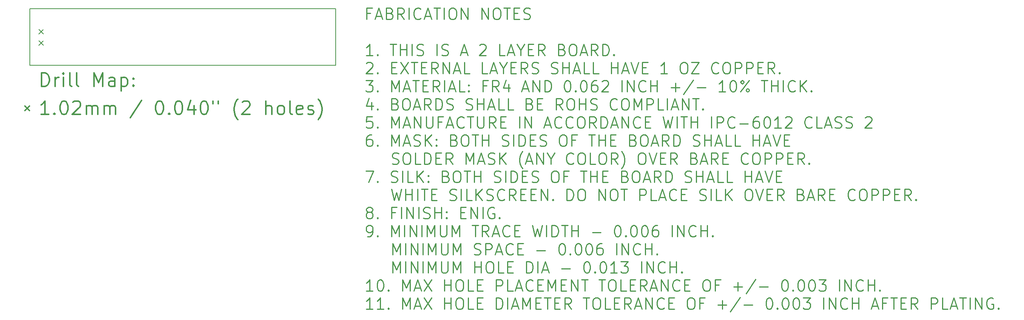
<source format=gbr>
G04 This is an RS-274x file exported by *
G04 gerbv version 2.6.0 *
G04 More information is available about gerbv at *
G04 http://gerbv.gpleda.org/ *
G04 --End of header info--*
%MOIN*%
%FSLAX34Y34*%
%IPPOS*%
G04 --Define apertures--*
%ADD10C,0.0050*%
%ADD11C,0.0060*%
%ADD12C,0.0079*%
%ADD13C,0.0118*%
%ADD14C,0.0138*%
%ADD15C,0.0100*%
G04 --Start main section--*
G54D11*
G01X0041240Y-040750D02*
G01X0041240Y-035750D01*
G01X0014240Y-040750D02*
G01X0041240Y-040750D01*
G01X0014240Y-035750D02*
G01X0014240Y-040750D01*
G01X0041240Y-035750D02*
G01X0014240Y-035750D01*
G54D12*
G01X0015040Y-037589D02*
G01X0015440Y-037989D01*
G01X0015440Y-037589D02*
G01X0015040Y-037989D01*
G01X0015040Y-038589D02*
G01X0015440Y-038989D01*
G01X0015440Y-038589D02*
G01X0015040Y-038989D01*
G54D13*
G01X0015279Y-042614D02*
G01X0015279Y-041432D01*
G01X0015279Y-041432D02*
G01X0015560Y-041432D01*
G01X0015560Y-041432D02*
G01X0015729Y-041489D01*
G01X0015729Y-041489D02*
G01X0015841Y-041601D01*
G01X0015841Y-041601D02*
G01X0015897Y-041714D01*
G01X0015897Y-041714D02*
G01X0015954Y-041939D01*
G01X0015954Y-041939D02*
G01X0015954Y-042107D01*
G01X0015954Y-042107D02*
G01X0015897Y-042332D01*
G01X0015897Y-042332D02*
G01X0015841Y-042445D01*
G01X0015841Y-042445D02*
G01X0015729Y-042557D01*
G01X0015729Y-042557D02*
G01X0015560Y-042614D01*
G01X0015560Y-042614D02*
G01X0015279Y-042614D01*
G01X0016460Y-042614D02*
G01X0016460Y-041826D01*
G01X0016460Y-042051D02*
G01X0016516Y-041939D01*
G01X0016516Y-041939D02*
G01X0016572Y-041882D01*
G01X0016572Y-041882D02*
G01X0016685Y-041826D01*
G01X0016685Y-041826D02*
G01X0016797Y-041826D01*
G01X0017191Y-042614D02*
G01X0017191Y-041826D01*
G01X0017191Y-041432D02*
G01X0017135Y-041489D01*
G01X0017135Y-041489D02*
G01X0017191Y-041545D01*
G01X0017191Y-041545D02*
G01X0017247Y-041489D01*
G01X0017247Y-041489D02*
G01X0017191Y-041432D01*
G01X0017191Y-041432D02*
G01X0017191Y-041545D01*
G01X0017922Y-042614D02*
G01X0017810Y-042557D01*
G01X0017810Y-042557D02*
G01X0017753Y-042445D01*
G01X0017753Y-042445D02*
G01X0017753Y-041432D01*
G01X0018541Y-042614D02*
G01X0018428Y-042557D01*
G01X0018428Y-042557D02*
G01X0018372Y-042445D01*
G01X0018372Y-042445D02*
G01X0018372Y-041432D01*
G01X0019891Y-042614D02*
G01X0019891Y-041432D01*
G01X0019891Y-041432D02*
G01X0020284Y-042276D01*
G01X0020284Y-042276D02*
G01X0020678Y-041432D01*
G01X0020678Y-041432D02*
G01X0020678Y-042614D01*
G01X0021747Y-042614D02*
G01X0021747Y-041995D01*
G01X0021747Y-041995D02*
G01X0021690Y-041882D01*
G01X0021690Y-041882D02*
G01X0021578Y-041826D01*
G01X0021578Y-041826D02*
G01X0021353Y-041826D01*
G01X0021353Y-041826D02*
G01X0021240Y-041882D01*
G01X0021747Y-042557D02*
G01X0021634Y-042614D01*
G01X0021634Y-042614D02*
G01X0021353Y-042614D01*
G01X0021353Y-042614D02*
G01X0021240Y-042557D01*
G01X0021240Y-042557D02*
G01X0021184Y-042445D01*
G01X0021184Y-042445D02*
G01X0021184Y-042332D01*
G01X0021184Y-042332D02*
G01X0021240Y-042220D01*
G01X0021240Y-042220D02*
G01X0021353Y-042164D01*
G01X0021353Y-042164D02*
G01X0021634Y-042164D01*
G01X0021634Y-042164D02*
G01X0021747Y-042107D01*
G01X0022309Y-041826D02*
G01X0022309Y-043007D01*
G01X0022309Y-041882D02*
G01X0022421Y-041826D01*
G01X0022421Y-041826D02*
G01X0022646Y-041826D01*
G01X0022646Y-041826D02*
G01X0022759Y-041882D01*
G01X0022759Y-041882D02*
G01X0022815Y-041939D01*
G01X0022815Y-041939D02*
G01X0022871Y-042051D01*
G01X0022871Y-042051D02*
G01X0022871Y-042389D01*
G01X0022871Y-042389D02*
G01X0022815Y-042501D01*
G01X0022815Y-042501D02*
G01X0022759Y-042557D01*
G01X0022759Y-042557D02*
G01X0022646Y-042614D01*
G01X0022646Y-042614D02*
G01X0022421Y-042614D01*
G01X0022421Y-042614D02*
G01X0022309Y-042557D01*
G01X0023378Y-042501D02*
G01X0023434Y-042557D01*
G01X0023434Y-042557D02*
G01X0023378Y-042614D01*
G01X0023378Y-042614D02*
G01X0023321Y-042557D01*
G01X0023321Y-042557D02*
G01X0023378Y-042501D01*
G01X0023378Y-042501D02*
G01X0023378Y-042614D01*
G01X0023378Y-041882D02*
G01X0023434Y-041939D01*
G01X0023434Y-041939D02*
G01X0023378Y-041995D01*
G01X0023378Y-041995D02*
G01X0023321Y-041939D01*
G01X0023321Y-041939D02*
G01X0023378Y-041882D01*
G01X0023378Y-041882D02*
G01X0023378Y-041995D01*
G01X0013810Y-044360D02*
G01X0014210Y-044760D01*
G01X0014210Y-044360D02*
G01X0013810Y-044760D01*
G01X0015897Y-045094D02*
G01X0015222Y-045094D01*
G01X0015560Y-045094D02*
G01X0015560Y-043913D01*
G01X0015560Y-043913D02*
G01X0015447Y-044081D01*
G01X0015447Y-044081D02*
G01X0015335Y-044194D01*
G01X0015335Y-044194D02*
G01X0015222Y-044250D01*
G01X0016403Y-044981D02*
G01X0016460Y-045038D01*
G01X0016460Y-045038D02*
G01X0016403Y-045094D01*
G01X0016403Y-045094D02*
G01X0016347Y-045038D01*
G01X0016347Y-045038D02*
G01X0016403Y-044981D01*
G01X0016403Y-044981D02*
G01X0016403Y-045094D01*
G01X0017191Y-043913D02*
G01X0017303Y-043913D01*
G01X0017303Y-043913D02*
G01X0017416Y-043969D01*
G01X0017416Y-043969D02*
G01X0017472Y-044025D01*
G01X0017472Y-044025D02*
G01X0017528Y-044138D01*
G01X0017528Y-044138D02*
G01X0017585Y-044363D01*
G01X0017585Y-044363D02*
G01X0017585Y-044644D01*
G01X0017585Y-044644D02*
G01X0017528Y-044869D01*
G01X0017528Y-044869D02*
G01X0017472Y-044981D01*
G01X0017472Y-044981D02*
G01X0017416Y-045038D01*
G01X0017416Y-045038D02*
G01X0017303Y-045094D01*
G01X0017303Y-045094D02*
G01X0017191Y-045094D01*
G01X0017191Y-045094D02*
G01X0017078Y-045038D01*
G01X0017078Y-045038D02*
G01X0017022Y-044981D01*
G01X0017022Y-044981D02*
G01X0016966Y-044869D01*
G01X0016966Y-044869D02*
G01X0016910Y-044644D01*
G01X0016910Y-044644D02*
G01X0016910Y-044363D01*
G01X0016910Y-044363D02*
G01X0016966Y-044138D01*
G01X0016966Y-044138D02*
G01X0017022Y-044025D01*
G01X0017022Y-044025D02*
G01X0017078Y-043969D01*
G01X0017078Y-043969D02*
G01X0017191Y-043913D01*
G01X0018035Y-044025D02*
G01X0018091Y-043969D01*
G01X0018091Y-043969D02*
G01X0018203Y-043913D01*
G01X0018203Y-043913D02*
G01X0018484Y-043913D01*
G01X0018484Y-043913D02*
G01X0018597Y-043969D01*
G01X0018597Y-043969D02*
G01X0018653Y-044025D01*
G01X0018653Y-044025D02*
G01X0018709Y-044138D01*
G01X0018709Y-044138D02*
G01X0018709Y-044250D01*
G01X0018709Y-044250D02*
G01X0018653Y-044419D01*
G01X0018653Y-044419D02*
G01X0017978Y-045094D01*
G01X0017978Y-045094D02*
G01X0018709Y-045094D01*
G01X0019216Y-045094D02*
G01X0019216Y-044306D01*
G01X0019216Y-044419D02*
G01X0019272Y-044363D01*
G01X0019272Y-044363D02*
G01X0019384Y-044306D01*
G01X0019384Y-044306D02*
G01X0019553Y-044306D01*
G01X0019553Y-044306D02*
G01X0019666Y-044363D01*
G01X0019666Y-044363D02*
G01X0019722Y-044475D01*
G01X0019722Y-044475D02*
G01X0019722Y-045094D01*
G01X0019722Y-044475D02*
G01X0019778Y-044363D01*
G01X0019778Y-044363D02*
G01X0019891Y-044306D01*
G01X0019891Y-044306D02*
G01X0020059Y-044306D01*
G01X0020059Y-044306D02*
G01X0020172Y-044363D01*
G01X0020172Y-044363D02*
G01X0020228Y-044475D01*
G01X0020228Y-044475D02*
G01X0020228Y-045094D01*
G01X0020790Y-045094D02*
G01X0020790Y-044306D01*
G01X0020790Y-044419D02*
G01X0020847Y-044363D01*
G01X0020847Y-044363D02*
G01X0020959Y-044306D01*
G01X0020959Y-044306D02*
G01X0021128Y-044306D01*
G01X0021128Y-044306D02*
G01X0021240Y-044363D01*
G01X0021240Y-044363D02*
G01X0021297Y-044475D01*
G01X0021297Y-044475D02*
G01X0021297Y-045094D01*
G01X0021297Y-044475D02*
G01X0021353Y-044363D01*
G01X0021353Y-044363D02*
G01X0021465Y-044306D01*
G01X0021465Y-044306D02*
G01X0021634Y-044306D01*
G01X0021634Y-044306D02*
G01X0021747Y-044363D01*
G01X0021747Y-044363D02*
G01X0021803Y-044475D01*
G01X0021803Y-044475D02*
G01X0021803Y-045094D01*
G01X0024109Y-043856D02*
G01X0023096Y-045375D01*
G01X0025627Y-043913D02*
G01X0025740Y-043913D01*
G01X0025740Y-043913D02*
G01X0025852Y-043969D01*
G01X0025852Y-043969D02*
G01X0025909Y-044025D01*
G01X0025909Y-044025D02*
G01X0025965Y-044138D01*
G01X0025965Y-044138D02*
G01X0026021Y-044363D01*
G01X0026021Y-044363D02*
G01X0026021Y-044644D01*
G01X0026021Y-044644D02*
G01X0025965Y-044869D01*
G01X0025965Y-044869D02*
G01X0025909Y-044981D01*
G01X0025909Y-044981D02*
G01X0025852Y-045038D01*
G01X0025852Y-045038D02*
G01X0025740Y-045094D01*
G01X0025740Y-045094D02*
G01X0025627Y-045094D01*
G01X0025627Y-045094D02*
G01X0025515Y-045038D01*
G01X0025515Y-045038D02*
G01X0025459Y-044981D01*
G01X0025459Y-044981D02*
G01X0025402Y-044869D01*
G01X0025402Y-044869D02*
G01X0025346Y-044644D01*
G01X0025346Y-044644D02*
G01X0025346Y-044363D01*
G01X0025346Y-044363D02*
G01X0025402Y-044138D01*
G01X0025402Y-044138D02*
G01X0025459Y-044025D01*
G01X0025459Y-044025D02*
G01X0025515Y-043969D01*
G01X0025515Y-043969D02*
G01X0025627Y-043913D01*
G01X0026527Y-044981D02*
G01X0026583Y-045038D01*
G01X0026583Y-045038D02*
G01X0026527Y-045094D01*
G01X0026527Y-045094D02*
G01X0026471Y-045038D01*
G01X0026471Y-045038D02*
G01X0026527Y-044981D01*
G01X0026527Y-044981D02*
G01X0026527Y-045094D01*
G01X0027315Y-043913D02*
G01X0027427Y-043913D01*
G01X0027427Y-043913D02*
G01X0027540Y-043969D01*
G01X0027540Y-043969D02*
G01X0027596Y-044025D01*
G01X0027596Y-044025D02*
G01X0027652Y-044138D01*
G01X0027652Y-044138D02*
G01X0027708Y-044363D01*
G01X0027708Y-044363D02*
G01X0027708Y-044644D01*
G01X0027708Y-044644D02*
G01X0027652Y-044869D01*
G01X0027652Y-044869D02*
G01X0027596Y-044981D01*
G01X0027596Y-044981D02*
G01X0027540Y-045038D01*
G01X0027540Y-045038D02*
G01X0027427Y-045094D01*
G01X0027427Y-045094D02*
G01X0027315Y-045094D01*
G01X0027315Y-045094D02*
G01X0027202Y-045038D01*
G01X0027202Y-045038D02*
G01X0027146Y-044981D01*
G01X0027146Y-044981D02*
G01X0027090Y-044869D01*
G01X0027090Y-044869D02*
G01X0027033Y-044644D01*
G01X0027033Y-044644D02*
G01X0027033Y-044363D01*
G01X0027033Y-044363D02*
G01X0027090Y-044138D01*
G01X0027090Y-044138D02*
G01X0027146Y-044025D01*
G01X0027146Y-044025D02*
G01X0027202Y-043969D01*
G01X0027202Y-043969D02*
G01X0027315Y-043913D01*
G01X0028721Y-044306D02*
G01X0028721Y-045094D01*
G01X0028439Y-043856D02*
G01X0028158Y-044700D01*
G01X0028158Y-044700D02*
G01X0028889Y-044700D01*
G01X0029564Y-043913D02*
G01X0029677Y-043913D01*
G01X0029677Y-043913D02*
G01X0029789Y-043969D01*
G01X0029789Y-043969D02*
G01X0029846Y-044025D01*
G01X0029846Y-044025D02*
G01X0029902Y-044138D01*
G01X0029902Y-044138D02*
G01X0029958Y-044363D01*
G01X0029958Y-044363D02*
G01X0029958Y-044644D01*
G01X0029958Y-044644D02*
G01X0029902Y-044869D01*
G01X0029902Y-044869D02*
G01X0029846Y-044981D01*
G01X0029846Y-044981D02*
G01X0029789Y-045038D01*
G01X0029789Y-045038D02*
G01X0029677Y-045094D01*
G01X0029677Y-045094D02*
G01X0029564Y-045094D01*
G01X0029564Y-045094D02*
G01X0029452Y-045038D01*
G01X0029452Y-045038D02*
G01X0029396Y-044981D01*
G01X0029396Y-044981D02*
G01X0029339Y-044869D01*
G01X0029339Y-044869D02*
G01X0029283Y-044644D01*
G01X0029283Y-044644D02*
G01X0029283Y-044363D01*
G01X0029283Y-044363D02*
G01X0029339Y-044138D01*
G01X0029339Y-044138D02*
G01X0029396Y-044025D01*
G01X0029396Y-044025D02*
G01X0029452Y-043969D01*
G01X0029452Y-043969D02*
G01X0029564Y-043913D01*
G01X0030408Y-043913D02*
G01X0030408Y-044138D01*
G01X0030858Y-043913D02*
G01X0030858Y-044138D01*
G01X0032601Y-045544D02*
G01X0032545Y-045488D01*
G01X0032545Y-045488D02*
G01X0032433Y-045319D01*
G01X0032433Y-045319D02*
G01X0032376Y-045206D01*
G01X0032376Y-045206D02*
G01X0032320Y-045038D01*
G01X0032320Y-045038D02*
G01X0032264Y-044756D01*
G01X0032264Y-044756D02*
G01X0032264Y-044531D01*
G01X0032264Y-044531D02*
G01X0032320Y-044250D01*
G01X0032320Y-044250D02*
G01X0032376Y-044081D01*
G01X0032376Y-044081D02*
G01X0032433Y-043969D01*
G01X0032433Y-043969D02*
G01X0032545Y-043800D01*
G01X0032545Y-043800D02*
G01X0032601Y-043744D01*
G01X0032995Y-044025D02*
G01X0033051Y-043969D01*
G01X0033051Y-043969D02*
G01X0033164Y-043913D01*
G01X0033164Y-043913D02*
G01X0033445Y-043913D01*
G01X0033445Y-043913D02*
G01X0033558Y-043969D01*
G01X0033558Y-043969D02*
G01X0033614Y-044025D01*
G01X0033614Y-044025D02*
G01X0033670Y-044138D01*
G01X0033670Y-044138D02*
G01X0033670Y-044250D01*
G01X0033670Y-044250D02*
G01X0033614Y-044419D01*
G01X0033614Y-044419D02*
G01X0032939Y-045094D01*
G01X0032939Y-045094D02*
G01X0033670Y-045094D01*
G01X0035076Y-045094D02*
G01X0035076Y-043913D01*
G01X0035582Y-045094D02*
G01X0035582Y-044475D01*
G01X0035582Y-044475D02*
G01X0035526Y-044363D01*
G01X0035526Y-044363D02*
G01X0035414Y-044306D01*
G01X0035414Y-044306D02*
G01X0035245Y-044306D01*
G01X0035245Y-044306D02*
G01X0035132Y-044363D01*
G01X0035132Y-044363D02*
G01X0035076Y-044419D01*
G01X0036313Y-045094D02*
G01X0036201Y-045038D01*
G01X0036201Y-045038D02*
G01X0036145Y-044981D01*
G01X0036145Y-044981D02*
G01X0036089Y-044869D01*
G01X0036089Y-044869D02*
G01X0036089Y-044531D01*
G01X0036089Y-044531D02*
G01X0036145Y-044419D01*
G01X0036145Y-044419D02*
G01X0036201Y-044363D01*
G01X0036201Y-044363D02*
G01X0036313Y-044306D01*
G01X0036313Y-044306D02*
G01X0036482Y-044306D01*
G01X0036482Y-044306D02*
G01X0036595Y-044363D01*
G01X0036595Y-044363D02*
G01X0036651Y-044419D01*
G01X0036651Y-044419D02*
G01X0036707Y-044531D01*
G01X0036707Y-044531D02*
G01X0036707Y-044869D01*
G01X0036707Y-044869D02*
G01X0036651Y-044981D01*
G01X0036651Y-044981D02*
G01X0036595Y-045038D01*
G01X0036595Y-045038D02*
G01X0036482Y-045094D01*
G01X0036482Y-045094D02*
G01X0036313Y-045094D01*
G01X0037382Y-045094D02*
G01X0037270Y-045038D01*
G01X0037270Y-045038D02*
G01X0037213Y-044925D01*
G01X0037213Y-044925D02*
G01X0037213Y-043913D01*
G01X0038282Y-045038D02*
G01X0038170Y-045094D01*
G01X0038170Y-045094D02*
G01X0037945Y-045094D01*
G01X0037945Y-045094D02*
G01X0037832Y-045038D01*
G01X0037832Y-045038D02*
G01X0037776Y-044925D01*
G01X0037776Y-044925D02*
G01X0037776Y-044475D01*
G01X0037776Y-044475D02*
G01X0037832Y-044363D01*
G01X0037832Y-044363D02*
G01X0037945Y-044306D01*
G01X0037945Y-044306D02*
G01X0038170Y-044306D01*
G01X0038170Y-044306D02*
G01X0038282Y-044363D01*
G01X0038282Y-044363D02*
G01X0038338Y-044475D01*
G01X0038338Y-044475D02*
G01X0038338Y-044588D01*
G01X0038338Y-044588D02*
G01X0037776Y-044700D01*
G01X0038788Y-045038D02*
G01X0038901Y-045094D01*
G01X0038901Y-045094D02*
G01X0039126Y-045094D01*
G01X0039126Y-045094D02*
G01X0039238Y-045038D01*
G01X0039238Y-045038D02*
G01X0039294Y-044925D01*
G01X0039294Y-044925D02*
G01X0039294Y-044869D01*
G01X0039294Y-044869D02*
G01X0039238Y-044756D01*
G01X0039238Y-044756D02*
G01X0039126Y-044700D01*
G01X0039126Y-044700D02*
G01X0038957Y-044700D01*
G01X0038957Y-044700D02*
G01X0038844Y-044644D01*
G01X0038844Y-044644D02*
G01X0038788Y-044531D01*
G01X0038788Y-044531D02*
G01X0038788Y-044475D01*
G01X0038788Y-044475D02*
G01X0038844Y-044363D01*
G01X0038844Y-044363D02*
G01X0038957Y-044306D01*
G01X0038957Y-044306D02*
G01X0039126Y-044306D01*
G01X0039126Y-044306D02*
G01X0039238Y-044363D01*
G01X0039688Y-045544D02*
G01X0039744Y-045488D01*
G01X0039744Y-045488D02*
G01X0039857Y-045319D01*
G01X0039857Y-045319D02*
G01X0039913Y-045206D01*
G01X0039913Y-045206D02*
G01X0039969Y-045038D01*
G01X0039969Y-045038D02*
G01X0040026Y-044756D01*
G01X0040026Y-044756D02*
G01X0040026Y-044531D01*
G01X0040026Y-044531D02*
G01X0039969Y-044250D01*
G01X0039969Y-044250D02*
G01X0039913Y-044081D01*
G01X0039913Y-044081D02*
G01X0039857Y-043969D01*
G01X0039857Y-043969D02*
G01X0039744Y-043800D01*
G01X0039744Y-043800D02*
G01X0039688Y-043744D01*
G01X0000000Y0000000D02*
G54D11*
G01X0041240Y-040750D02*
G01X0041240Y-035750D01*
G01X0014240Y-040750D02*
G01X0041240Y-040750D01*
G01X0014240Y-035750D02*
G01X0014240Y-040750D01*
G01X0041240Y-035750D02*
G01X0014240Y-035750D01*
G01X0000000Y0000000D02*
G54D15*
G01X0044311Y-036169D02*
G01X0043978Y-036169D01*
G01X0043978Y-036692D02*
G01X0043978Y-035692D01*
G01X0043978Y-035692D02*
G01X0044454Y-035692D01*
G01X0044788Y-036407D02*
G01X0045264Y-036407D01*
G01X0044692Y-036692D02*
G01X0045026Y-035692D01*
G01X0045026Y-035692D02*
G01X0045359Y-036692D01*
G01X0046026Y-036169D02*
G01X0046169Y-036216D01*
G01X0046169Y-036216D02*
G01X0046216Y-036264D01*
G01X0046216Y-036264D02*
G01X0046264Y-036359D01*
G01X0046264Y-036359D02*
G01X0046264Y-036502D01*
G01X0046264Y-036502D02*
G01X0046216Y-036597D01*
G01X0046216Y-036597D02*
G01X0046169Y-036645D01*
G01X0046169Y-036645D02*
G01X0046073Y-036692D01*
G01X0046073Y-036692D02*
G01X0045692Y-036692D01*
G01X0045692Y-036692D02*
G01X0045692Y-035692D01*
G01X0045692Y-035692D02*
G01X0046026Y-035692D01*
G01X0046026Y-035692D02*
G01X0046121Y-035740D01*
G01X0046121Y-035740D02*
G01X0046169Y-035788D01*
G01X0046169Y-035788D02*
G01X0046216Y-035883D01*
G01X0046216Y-035883D02*
G01X0046216Y-035978D01*
G01X0046216Y-035978D02*
G01X0046169Y-036073D01*
G01X0046169Y-036073D02*
G01X0046121Y-036121D01*
G01X0046121Y-036121D02*
G01X0046026Y-036169D01*
G01X0046026Y-036169D02*
G01X0045692Y-036169D01*
G01X0047264Y-036692D02*
G01X0046930Y-036216D01*
G01X0046692Y-036692D02*
G01X0046692Y-035692D01*
G01X0046692Y-035692D02*
G01X0047073Y-035692D01*
G01X0047073Y-035692D02*
G01X0047169Y-035740D01*
G01X0047169Y-035740D02*
G01X0047216Y-035788D01*
G01X0047216Y-035788D02*
G01X0047264Y-035883D01*
G01X0047264Y-035883D02*
G01X0047264Y-036026D01*
G01X0047264Y-036026D02*
G01X0047216Y-036121D01*
G01X0047216Y-036121D02*
G01X0047169Y-036169D01*
G01X0047169Y-036169D02*
G01X0047073Y-036216D01*
G01X0047073Y-036216D02*
G01X0046692Y-036216D01*
G01X0047692Y-036692D02*
G01X0047692Y-035692D01*
G01X0048740Y-036597D02*
G01X0048692Y-036645D01*
G01X0048692Y-036645D02*
G01X0048550Y-036692D01*
G01X0048550Y-036692D02*
G01X0048454Y-036692D01*
G01X0048454Y-036692D02*
G01X0048311Y-036645D01*
G01X0048311Y-036645D02*
G01X0048216Y-036550D01*
G01X0048216Y-036550D02*
G01X0048169Y-036454D01*
G01X0048169Y-036454D02*
G01X0048121Y-036264D01*
G01X0048121Y-036264D02*
G01X0048121Y-036121D01*
G01X0048121Y-036121D02*
G01X0048169Y-035930D01*
G01X0048169Y-035930D02*
G01X0048216Y-035835D01*
G01X0048216Y-035835D02*
G01X0048311Y-035740D01*
G01X0048311Y-035740D02*
G01X0048454Y-035692D01*
G01X0048454Y-035692D02*
G01X0048550Y-035692D01*
G01X0048550Y-035692D02*
G01X0048692Y-035740D01*
G01X0048692Y-035740D02*
G01X0048740Y-035788D01*
G01X0049121Y-036407D02*
G01X0049597Y-036407D01*
G01X0049026Y-036692D02*
G01X0049359Y-035692D01*
G01X0049359Y-035692D02*
G01X0049692Y-036692D01*
G01X0049883Y-035692D02*
G01X0050454Y-035692D01*
G01X0050169Y-036692D02*
G01X0050169Y-035692D01*
G01X0050788Y-036692D02*
G01X0050788Y-035692D01*
G01X0051454Y-035692D02*
G01X0051645Y-035692D01*
G01X0051645Y-035692D02*
G01X0051740Y-035740D01*
G01X0051740Y-035740D02*
G01X0051835Y-035835D01*
G01X0051835Y-035835D02*
G01X0051883Y-036026D01*
G01X0051883Y-036026D02*
G01X0051883Y-036359D01*
G01X0051883Y-036359D02*
G01X0051835Y-036550D01*
G01X0051835Y-036550D02*
G01X0051740Y-036645D01*
G01X0051740Y-036645D02*
G01X0051645Y-036692D01*
G01X0051645Y-036692D02*
G01X0051454Y-036692D01*
G01X0051454Y-036692D02*
G01X0051359Y-036645D01*
G01X0051359Y-036645D02*
G01X0051264Y-036550D01*
G01X0051264Y-036550D02*
G01X0051216Y-036359D01*
G01X0051216Y-036359D02*
G01X0051216Y-036026D01*
G01X0051216Y-036026D02*
G01X0051264Y-035835D01*
G01X0051264Y-035835D02*
G01X0051359Y-035740D01*
G01X0051359Y-035740D02*
G01X0051454Y-035692D01*
G01X0052311Y-036692D02*
G01X0052311Y-035692D01*
G01X0052311Y-035692D02*
G01X0052883Y-036692D01*
G01X0052883Y-036692D02*
G01X0052883Y-035692D01*
G01X0054121Y-036692D02*
G01X0054121Y-035692D01*
G01X0054121Y-035692D02*
G01X0054692Y-036692D01*
G01X0054692Y-036692D02*
G01X0054692Y-035692D01*
G01X0055359Y-035692D02*
G01X0055550Y-035692D01*
G01X0055550Y-035692D02*
G01X0055645Y-035740D01*
G01X0055645Y-035740D02*
G01X0055740Y-035835D01*
G01X0055740Y-035835D02*
G01X0055788Y-036026D01*
G01X0055788Y-036026D02*
G01X0055788Y-036359D01*
G01X0055788Y-036359D02*
G01X0055740Y-036550D01*
G01X0055740Y-036550D02*
G01X0055645Y-036645D01*
G01X0055645Y-036645D02*
G01X0055550Y-036692D01*
G01X0055550Y-036692D02*
G01X0055359Y-036692D01*
G01X0055359Y-036692D02*
G01X0055264Y-036645D01*
G01X0055264Y-036645D02*
G01X0055169Y-036550D01*
G01X0055169Y-036550D02*
G01X0055121Y-036359D01*
G01X0055121Y-036359D02*
G01X0055121Y-036026D01*
G01X0055121Y-036026D02*
G01X0055169Y-035835D01*
G01X0055169Y-035835D02*
G01X0055264Y-035740D01*
G01X0055264Y-035740D02*
G01X0055359Y-035692D01*
G01X0056073Y-035692D02*
G01X0056645Y-035692D01*
G01X0056359Y-036692D02*
G01X0056359Y-035692D01*
G01X0056978Y-036169D02*
G01X0057311Y-036169D01*
G01X0057454Y-036692D02*
G01X0056978Y-036692D01*
G01X0056978Y-036692D02*
G01X0056978Y-035692D01*
G01X0056978Y-035692D02*
G01X0057454Y-035692D01*
G01X0057835Y-036645D02*
G01X0057978Y-036692D01*
G01X0057978Y-036692D02*
G01X0058216Y-036692D01*
G01X0058216Y-036692D02*
G01X0058311Y-036645D01*
G01X0058311Y-036645D02*
G01X0058359Y-036597D01*
G01X0058359Y-036597D02*
G01X0058407Y-036502D01*
G01X0058407Y-036502D02*
G01X0058407Y-036407D01*
G01X0058407Y-036407D02*
G01X0058359Y-036311D01*
G01X0058359Y-036311D02*
G01X0058311Y-036264D01*
G01X0058311Y-036264D02*
G01X0058216Y-036216D01*
G01X0058216Y-036216D02*
G01X0058026Y-036169D01*
G01X0058026Y-036169D02*
G01X0057930Y-036121D01*
G01X0057930Y-036121D02*
G01X0057883Y-036073D01*
G01X0057883Y-036073D02*
G01X0057835Y-035978D01*
G01X0057835Y-035978D02*
G01X0057835Y-035883D01*
G01X0057835Y-035883D02*
G01X0057883Y-035788D01*
G01X0057883Y-035788D02*
G01X0057930Y-035740D01*
G01X0057930Y-035740D02*
G01X0058026Y-035692D01*
G01X0058026Y-035692D02*
G01X0058264Y-035692D01*
G01X0058264Y-035692D02*
G01X0058407Y-035740D01*
G01X0044502Y-039892D02*
G01X0043930Y-039892D01*
G01X0044216Y-039892D02*
G01X0044216Y-038892D01*
G01X0044216Y-038892D02*
G01X0044121Y-039035D01*
G01X0044121Y-039035D02*
G01X0044026Y-039130D01*
G01X0044026Y-039130D02*
G01X0043930Y-039178D01*
G01X0044930Y-039797D02*
G01X0044978Y-039845D01*
G01X0044978Y-039845D02*
G01X0044930Y-039892D01*
G01X0044930Y-039892D02*
G01X0044883Y-039845D01*
G01X0044883Y-039845D02*
G01X0044930Y-039797D01*
G01X0044930Y-039797D02*
G01X0044930Y-039892D01*
G01X0046026Y-038892D02*
G01X0046597Y-038892D01*
G01X0046311Y-039892D02*
G01X0046311Y-038892D01*
G01X0046930Y-039892D02*
G01X0046930Y-038892D01*
G01X0046930Y-039369D02*
G01X0047502Y-039369D01*
G01X0047502Y-039892D02*
G01X0047502Y-038892D01*
G01X0047978Y-039892D02*
G01X0047978Y-038892D01*
G01X0048407Y-039845D02*
G01X0048550Y-039892D01*
G01X0048550Y-039892D02*
G01X0048788Y-039892D01*
G01X0048788Y-039892D02*
G01X0048883Y-039845D01*
G01X0048883Y-039845D02*
G01X0048930Y-039797D01*
G01X0048930Y-039797D02*
G01X0048978Y-039702D01*
G01X0048978Y-039702D02*
G01X0048978Y-039607D01*
G01X0048978Y-039607D02*
G01X0048930Y-039511D01*
G01X0048930Y-039511D02*
G01X0048883Y-039464D01*
G01X0048883Y-039464D02*
G01X0048788Y-039416D01*
G01X0048788Y-039416D02*
G01X0048597Y-039369D01*
G01X0048597Y-039369D02*
G01X0048502Y-039321D01*
G01X0048502Y-039321D02*
G01X0048454Y-039273D01*
G01X0048454Y-039273D02*
G01X0048407Y-039178D01*
G01X0048407Y-039178D02*
G01X0048407Y-039083D01*
G01X0048407Y-039083D02*
G01X0048454Y-038988D01*
G01X0048454Y-038988D02*
G01X0048502Y-038940D01*
G01X0048502Y-038940D02*
G01X0048597Y-038892D01*
G01X0048597Y-038892D02*
G01X0048835Y-038892D01*
G01X0048835Y-038892D02*
G01X0048978Y-038940D01*
G01X0050169Y-039892D02*
G01X0050169Y-038892D01*
G01X0050597Y-039845D02*
G01X0050740Y-039892D01*
G01X0050740Y-039892D02*
G01X0050978Y-039892D01*
G01X0050978Y-039892D02*
G01X0051073Y-039845D01*
G01X0051073Y-039845D02*
G01X0051121Y-039797D01*
G01X0051121Y-039797D02*
G01X0051169Y-039702D01*
G01X0051169Y-039702D02*
G01X0051169Y-039607D01*
G01X0051169Y-039607D02*
G01X0051121Y-039511D01*
G01X0051121Y-039511D02*
G01X0051073Y-039464D01*
G01X0051073Y-039464D02*
G01X0050978Y-039416D01*
G01X0050978Y-039416D02*
G01X0050788Y-039369D01*
G01X0050788Y-039369D02*
G01X0050692Y-039321D01*
G01X0050692Y-039321D02*
G01X0050645Y-039273D01*
G01X0050645Y-039273D02*
G01X0050597Y-039178D01*
G01X0050597Y-039178D02*
G01X0050597Y-039083D01*
G01X0050597Y-039083D02*
G01X0050645Y-038988D01*
G01X0050645Y-038988D02*
G01X0050692Y-038940D01*
G01X0050692Y-038940D02*
G01X0050788Y-038892D01*
G01X0050788Y-038892D02*
G01X0051026Y-038892D01*
G01X0051026Y-038892D02*
G01X0051169Y-038940D01*
G01X0052311Y-039607D02*
G01X0052788Y-039607D01*
G01X0052216Y-039892D02*
G01X0052550Y-038892D01*
G01X0052550Y-038892D02*
G01X0052883Y-039892D01*
G01X0053930Y-038988D02*
G01X0053978Y-038940D01*
G01X0053978Y-038940D02*
G01X0054073Y-038892D01*
G01X0054073Y-038892D02*
G01X0054311Y-038892D01*
G01X0054311Y-038892D02*
G01X0054407Y-038940D01*
G01X0054407Y-038940D02*
G01X0054454Y-038988D01*
G01X0054454Y-038988D02*
G01X0054502Y-039083D01*
G01X0054502Y-039083D02*
G01X0054502Y-039178D01*
G01X0054502Y-039178D02*
G01X0054454Y-039321D01*
G01X0054454Y-039321D02*
G01X0053883Y-039892D01*
G01X0053883Y-039892D02*
G01X0054502Y-039892D01*
G01X0056169Y-039892D02*
G01X0055692Y-039892D01*
G01X0055692Y-039892D02*
G01X0055692Y-038892D01*
G01X0056454Y-039607D02*
G01X0056930Y-039607D01*
G01X0056359Y-039892D02*
G01X0056692Y-038892D01*
G01X0056692Y-038892D02*
G01X0057026Y-039892D01*
G01X0057550Y-039416D02*
G01X0057550Y-039892D01*
G01X0057216Y-038892D02*
G01X0057550Y-039416D01*
G01X0057550Y-039416D02*
G01X0057883Y-038892D01*
G01X0058216Y-039369D02*
G01X0058550Y-039369D01*
G01X0058692Y-039892D02*
G01X0058216Y-039892D01*
G01X0058216Y-039892D02*
G01X0058216Y-038892D01*
G01X0058216Y-038892D02*
G01X0058692Y-038892D01*
G01X0059692Y-039892D02*
G01X0059359Y-039416D01*
G01X0059121Y-039892D02*
G01X0059121Y-038892D01*
G01X0059121Y-038892D02*
G01X0059502Y-038892D01*
G01X0059502Y-038892D02*
G01X0059597Y-038940D01*
G01X0059597Y-038940D02*
G01X0059645Y-038988D01*
G01X0059645Y-038988D02*
G01X0059692Y-039083D01*
G01X0059692Y-039083D02*
G01X0059692Y-039226D01*
G01X0059692Y-039226D02*
G01X0059645Y-039321D01*
G01X0059645Y-039321D02*
G01X0059597Y-039369D01*
G01X0059597Y-039369D02*
G01X0059502Y-039416D01*
G01X0059502Y-039416D02*
G01X0059121Y-039416D01*
G01X0061216Y-039369D02*
G01X0061359Y-039416D01*
G01X0061359Y-039416D02*
G01X0061407Y-039464D01*
G01X0061407Y-039464D02*
G01X0061454Y-039559D01*
G01X0061454Y-039559D02*
G01X0061454Y-039702D01*
G01X0061454Y-039702D02*
G01X0061407Y-039797D01*
G01X0061407Y-039797D02*
G01X0061359Y-039845D01*
G01X0061359Y-039845D02*
G01X0061264Y-039892D01*
G01X0061264Y-039892D02*
G01X0060883Y-039892D01*
G01X0060883Y-039892D02*
G01X0060883Y-038892D01*
G01X0060883Y-038892D02*
G01X0061216Y-038892D01*
G01X0061216Y-038892D02*
G01X0061311Y-038940D01*
G01X0061311Y-038940D02*
G01X0061359Y-038988D01*
G01X0061359Y-038988D02*
G01X0061407Y-039083D01*
G01X0061407Y-039083D02*
G01X0061407Y-039178D01*
G01X0061407Y-039178D02*
G01X0061359Y-039273D01*
G01X0061359Y-039273D02*
G01X0061311Y-039321D01*
G01X0061311Y-039321D02*
G01X0061216Y-039369D01*
G01X0061216Y-039369D02*
G01X0060883Y-039369D01*
G01X0062073Y-038892D02*
G01X0062264Y-038892D01*
G01X0062264Y-038892D02*
G01X0062359Y-038940D01*
G01X0062359Y-038940D02*
G01X0062454Y-039035D01*
G01X0062454Y-039035D02*
G01X0062502Y-039226D01*
G01X0062502Y-039226D02*
G01X0062502Y-039559D01*
G01X0062502Y-039559D02*
G01X0062454Y-039750D01*
G01X0062454Y-039750D02*
G01X0062359Y-039845D01*
G01X0062359Y-039845D02*
G01X0062264Y-039892D01*
G01X0062264Y-039892D02*
G01X0062073Y-039892D01*
G01X0062073Y-039892D02*
G01X0061978Y-039845D01*
G01X0061978Y-039845D02*
G01X0061883Y-039750D01*
G01X0061883Y-039750D02*
G01X0061835Y-039559D01*
G01X0061835Y-039559D02*
G01X0061835Y-039226D01*
G01X0061835Y-039226D02*
G01X0061883Y-039035D01*
G01X0061883Y-039035D02*
G01X0061978Y-038940D01*
G01X0061978Y-038940D02*
G01X0062073Y-038892D01*
G01X0062883Y-039607D02*
G01X0063359Y-039607D01*
G01X0062788Y-039892D02*
G01X0063121Y-038892D01*
G01X0063121Y-038892D02*
G01X0063454Y-039892D01*
G01X0064359Y-039892D02*
G01X0064026Y-039416D01*
G01X0063788Y-039892D02*
G01X0063788Y-038892D01*
G01X0063788Y-038892D02*
G01X0064169Y-038892D01*
G01X0064169Y-038892D02*
G01X0064264Y-038940D01*
G01X0064264Y-038940D02*
G01X0064311Y-038988D01*
G01X0064311Y-038988D02*
G01X0064359Y-039083D01*
G01X0064359Y-039083D02*
G01X0064359Y-039226D01*
G01X0064359Y-039226D02*
G01X0064311Y-039321D01*
G01X0064311Y-039321D02*
G01X0064264Y-039369D01*
G01X0064264Y-039369D02*
G01X0064169Y-039416D01*
G01X0064169Y-039416D02*
G01X0063788Y-039416D01*
G01X0064788Y-039892D02*
G01X0064788Y-038892D01*
G01X0064788Y-038892D02*
G01X0065026Y-038892D01*
G01X0065026Y-038892D02*
G01X0065169Y-038940D01*
G01X0065169Y-038940D02*
G01X0065264Y-039035D01*
G01X0065264Y-039035D02*
G01X0065311Y-039130D01*
G01X0065311Y-039130D02*
G01X0065359Y-039321D01*
G01X0065359Y-039321D02*
G01X0065359Y-039464D01*
G01X0065359Y-039464D02*
G01X0065311Y-039654D01*
G01X0065311Y-039654D02*
G01X0065264Y-039750D01*
G01X0065264Y-039750D02*
G01X0065169Y-039845D01*
G01X0065169Y-039845D02*
G01X0065026Y-039892D01*
G01X0065026Y-039892D02*
G01X0064788Y-039892D01*
G01X0065788Y-039797D02*
G01X0065835Y-039845D01*
G01X0065835Y-039845D02*
G01X0065788Y-039892D01*
G01X0065788Y-039892D02*
G01X0065740Y-039845D01*
G01X0065740Y-039845D02*
G01X0065788Y-039797D01*
G01X0065788Y-039797D02*
G01X0065788Y-039892D01*
G01X0043930Y-040588D02*
G01X0043978Y-040540D01*
G01X0043978Y-040540D02*
G01X0044073Y-040492D01*
G01X0044073Y-040492D02*
G01X0044311Y-040492D01*
G01X0044311Y-040492D02*
G01X0044407Y-040540D01*
G01X0044407Y-040540D02*
G01X0044454Y-040588D01*
G01X0044454Y-040588D02*
G01X0044502Y-040683D01*
G01X0044502Y-040683D02*
G01X0044502Y-040778D01*
G01X0044502Y-040778D02*
G01X0044454Y-040921D01*
G01X0044454Y-040921D02*
G01X0043883Y-041492D01*
G01X0043883Y-041492D02*
G01X0044502Y-041492D01*
G01X0044930Y-041397D02*
G01X0044978Y-041445D01*
G01X0044978Y-041445D02*
G01X0044930Y-041492D01*
G01X0044930Y-041492D02*
G01X0044883Y-041445D01*
G01X0044883Y-041445D02*
G01X0044930Y-041397D01*
G01X0044930Y-041397D02*
G01X0044930Y-041492D01*
G01X0046169Y-040969D02*
G01X0046502Y-040969D01*
G01X0046645Y-041492D02*
G01X0046169Y-041492D01*
G01X0046169Y-041492D02*
G01X0046169Y-040492D01*
G01X0046169Y-040492D02*
G01X0046645Y-040492D01*
G01X0046978Y-040492D02*
G01X0047645Y-041492D01*
G01X0047645Y-040492D02*
G01X0046978Y-041492D01*
G01X0047883Y-040492D02*
G01X0048454Y-040492D01*
G01X0048169Y-041492D02*
G01X0048169Y-040492D01*
G01X0048788Y-040969D02*
G01X0049121Y-040969D01*
G01X0049264Y-041492D02*
G01X0048788Y-041492D01*
G01X0048788Y-041492D02*
G01X0048788Y-040492D01*
G01X0048788Y-040492D02*
G01X0049264Y-040492D01*
G01X0050264Y-041492D02*
G01X0049930Y-041016D01*
G01X0049692Y-041492D02*
G01X0049692Y-040492D01*
G01X0049692Y-040492D02*
G01X0050073Y-040492D01*
G01X0050073Y-040492D02*
G01X0050169Y-040540D01*
G01X0050169Y-040540D02*
G01X0050216Y-040588D01*
G01X0050216Y-040588D02*
G01X0050264Y-040683D01*
G01X0050264Y-040683D02*
G01X0050264Y-040826D01*
G01X0050264Y-040826D02*
G01X0050216Y-040921D01*
G01X0050216Y-040921D02*
G01X0050169Y-040969D01*
G01X0050169Y-040969D02*
G01X0050073Y-041016D01*
G01X0050073Y-041016D02*
G01X0049692Y-041016D01*
G01X0050692Y-041492D02*
G01X0050692Y-040492D01*
G01X0050692Y-040492D02*
G01X0051264Y-041492D01*
G01X0051264Y-041492D02*
G01X0051264Y-040492D01*
G01X0051692Y-041207D02*
G01X0052169Y-041207D01*
G01X0051597Y-041492D02*
G01X0051930Y-040492D01*
G01X0051930Y-040492D02*
G01X0052264Y-041492D01*
G01X0053073Y-041492D02*
G01X0052597Y-041492D01*
G01X0052597Y-041492D02*
G01X0052597Y-040492D01*
G01X0054645Y-041492D02*
G01X0054169Y-041492D01*
G01X0054169Y-041492D02*
G01X0054169Y-040492D01*
G01X0054930Y-041207D02*
G01X0055407Y-041207D01*
G01X0054835Y-041492D02*
G01X0055169Y-040492D01*
G01X0055169Y-040492D02*
G01X0055502Y-041492D01*
G01X0056026Y-041016D02*
G01X0056026Y-041492D01*
G01X0055692Y-040492D02*
G01X0056026Y-041016D01*
G01X0056026Y-041016D02*
G01X0056359Y-040492D01*
G01X0056692Y-040969D02*
G01X0057026Y-040969D01*
G01X0057169Y-041492D02*
G01X0056692Y-041492D01*
G01X0056692Y-041492D02*
G01X0056692Y-040492D01*
G01X0056692Y-040492D02*
G01X0057169Y-040492D01*
G01X0058169Y-041492D02*
G01X0057835Y-041016D01*
G01X0057597Y-041492D02*
G01X0057597Y-040492D01*
G01X0057597Y-040492D02*
G01X0057978Y-040492D01*
G01X0057978Y-040492D02*
G01X0058073Y-040540D01*
G01X0058073Y-040540D02*
G01X0058121Y-040588D01*
G01X0058121Y-040588D02*
G01X0058169Y-040683D01*
G01X0058169Y-040683D02*
G01X0058169Y-040826D01*
G01X0058169Y-040826D02*
G01X0058121Y-040921D01*
G01X0058121Y-040921D02*
G01X0058073Y-040969D01*
G01X0058073Y-040969D02*
G01X0057978Y-041016D01*
G01X0057978Y-041016D02*
G01X0057597Y-041016D01*
G01X0058550Y-041445D02*
G01X0058692Y-041492D01*
G01X0058692Y-041492D02*
G01X0058930Y-041492D01*
G01X0058930Y-041492D02*
G01X0059026Y-041445D01*
G01X0059026Y-041445D02*
G01X0059073Y-041397D01*
G01X0059073Y-041397D02*
G01X0059121Y-041302D01*
G01X0059121Y-041302D02*
G01X0059121Y-041207D01*
G01X0059121Y-041207D02*
G01X0059073Y-041111D01*
G01X0059073Y-041111D02*
G01X0059026Y-041064D01*
G01X0059026Y-041064D02*
G01X0058930Y-041016D01*
G01X0058930Y-041016D02*
G01X0058740Y-040969D01*
G01X0058740Y-040969D02*
G01X0058645Y-040921D01*
G01X0058645Y-040921D02*
G01X0058597Y-040873D01*
G01X0058597Y-040873D02*
G01X0058550Y-040778D01*
G01X0058550Y-040778D02*
G01X0058550Y-040683D01*
G01X0058550Y-040683D02*
G01X0058597Y-040588D01*
G01X0058597Y-040588D02*
G01X0058645Y-040540D01*
G01X0058645Y-040540D02*
G01X0058740Y-040492D01*
G01X0058740Y-040492D02*
G01X0058978Y-040492D01*
G01X0058978Y-040492D02*
G01X0059121Y-040540D01*
G01X0060264Y-041445D02*
G01X0060407Y-041492D01*
G01X0060407Y-041492D02*
G01X0060645Y-041492D01*
G01X0060645Y-041492D02*
G01X0060740Y-041445D01*
G01X0060740Y-041445D02*
G01X0060788Y-041397D01*
G01X0060788Y-041397D02*
G01X0060835Y-041302D01*
G01X0060835Y-041302D02*
G01X0060835Y-041207D01*
G01X0060835Y-041207D02*
G01X0060788Y-041111D01*
G01X0060788Y-041111D02*
G01X0060740Y-041064D01*
G01X0060740Y-041064D02*
G01X0060645Y-041016D01*
G01X0060645Y-041016D02*
G01X0060454Y-040969D01*
G01X0060454Y-040969D02*
G01X0060359Y-040921D01*
G01X0060359Y-040921D02*
G01X0060311Y-040873D01*
G01X0060311Y-040873D02*
G01X0060264Y-040778D01*
G01X0060264Y-040778D02*
G01X0060264Y-040683D01*
G01X0060264Y-040683D02*
G01X0060311Y-040588D01*
G01X0060311Y-040588D02*
G01X0060359Y-040540D01*
G01X0060359Y-040540D02*
G01X0060454Y-040492D01*
G01X0060454Y-040492D02*
G01X0060692Y-040492D01*
G01X0060692Y-040492D02*
G01X0060835Y-040540D01*
G01X0061264Y-041492D02*
G01X0061264Y-040492D01*
G01X0061264Y-040969D02*
G01X0061835Y-040969D01*
G01X0061835Y-041492D02*
G01X0061835Y-040492D01*
G01X0062264Y-041207D02*
G01X0062740Y-041207D01*
G01X0062169Y-041492D02*
G01X0062502Y-040492D01*
G01X0062502Y-040492D02*
G01X0062835Y-041492D01*
G01X0063645Y-041492D02*
G01X0063169Y-041492D01*
G01X0063169Y-041492D02*
G01X0063169Y-040492D01*
G01X0064454Y-041492D02*
G01X0063978Y-041492D01*
G01X0063978Y-041492D02*
G01X0063978Y-040492D01*
G01X0065550Y-041492D02*
G01X0065550Y-040492D01*
G01X0065550Y-040969D02*
G01X0066121Y-040969D01*
G01X0066121Y-041492D02*
G01X0066121Y-040492D01*
G01X0066550Y-041207D02*
G01X0067026Y-041207D01*
G01X0066454Y-041492D02*
G01X0066788Y-040492D01*
G01X0066788Y-040492D02*
G01X0067121Y-041492D01*
G01X0067311Y-040492D02*
G01X0067645Y-041492D01*
G01X0067645Y-041492D02*
G01X0067978Y-040492D01*
G01X0068311Y-040969D02*
G01X0068645Y-040969D01*
G01X0068788Y-041492D02*
G01X0068311Y-041492D01*
G01X0068311Y-041492D02*
G01X0068311Y-040492D01*
G01X0068311Y-040492D02*
G01X0068788Y-040492D01*
G01X0070502Y-041492D02*
G01X0069930Y-041492D01*
G01X0070216Y-041492D02*
G01X0070216Y-040492D01*
G01X0070216Y-040492D02*
G01X0070121Y-040635D01*
G01X0070121Y-040635D02*
G01X0070026Y-040730D01*
G01X0070026Y-040730D02*
G01X0069930Y-040778D01*
G01X0071883Y-040492D02*
G01X0072073Y-040492D01*
G01X0072073Y-040492D02*
G01X0072169Y-040540D01*
G01X0072169Y-040540D02*
G01X0072264Y-040635D01*
G01X0072264Y-040635D02*
G01X0072311Y-040826D01*
G01X0072311Y-040826D02*
G01X0072311Y-041159D01*
G01X0072311Y-041159D02*
G01X0072264Y-041350D01*
G01X0072264Y-041350D02*
G01X0072169Y-041445D01*
G01X0072169Y-041445D02*
G01X0072073Y-041492D01*
G01X0072073Y-041492D02*
G01X0071883Y-041492D01*
G01X0071883Y-041492D02*
G01X0071788Y-041445D01*
G01X0071788Y-041445D02*
G01X0071692Y-041350D01*
G01X0071692Y-041350D02*
G01X0071645Y-041159D01*
G01X0071645Y-041159D02*
G01X0071645Y-040826D01*
G01X0071645Y-040826D02*
G01X0071692Y-040635D01*
G01X0071692Y-040635D02*
G01X0071788Y-040540D01*
G01X0071788Y-040540D02*
G01X0071883Y-040492D01*
G01X0072645Y-040492D02*
G01X0073311Y-040492D01*
G01X0073311Y-040492D02*
G01X0072645Y-041492D01*
G01X0072645Y-041492D02*
G01X0073311Y-041492D01*
G01X0075026Y-041397D02*
G01X0074978Y-041445D01*
G01X0074978Y-041445D02*
G01X0074835Y-041492D01*
G01X0074835Y-041492D02*
G01X0074740Y-041492D01*
G01X0074740Y-041492D02*
G01X0074597Y-041445D01*
G01X0074597Y-041445D02*
G01X0074502Y-041350D01*
G01X0074502Y-041350D02*
G01X0074454Y-041254D01*
G01X0074454Y-041254D02*
G01X0074407Y-041064D01*
G01X0074407Y-041064D02*
G01X0074407Y-040921D01*
G01X0074407Y-040921D02*
G01X0074454Y-040730D01*
G01X0074454Y-040730D02*
G01X0074502Y-040635D01*
G01X0074502Y-040635D02*
G01X0074597Y-040540D01*
G01X0074597Y-040540D02*
G01X0074740Y-040492D01*
G01X0074740Y-040492D02*
G01X0074835Y-040492D01*
G01X0074835Y-040492D02*
G01X0074978Y-040540D01*
G01X0074978Y-040540D02*
G01X0075026Y-040588D01*
G01X0075645Y-040492D02*
G01X0075835Y-040492D01*
G01X0075835Y-040492D02*
G01X0075930Y-040540D01*
G01X0075930Y-040540D02*
G01X0076026Y-040635D01*
G01X0076026Y-040635D02*
G01X0076073Y-040826D01*
G01X0076073Y-040826D02*
G01X0076073Y-041159D01*
G01X0076073Y-041159D02*
G01X0076026Y-041350D01*
G01X0076026Y-041350D02*
G01X0075930Y-041445D01*
G01X0075930Y-041445D02*
G01X0075835Y-041492D01*
G01X0075835Y-041492D02*
G01X0075645Y-041492D01*
G01X0075645Y-041492D02*
G01X0075550Y-041445D01*
G01X0075550Y-041445D02*
G01X0075454Y-041350D01*
G01X0075454Y-041350D02*
G01X0075407Y-041159D01*
G01X0075407Y-041159D02*
G01X0075407Y-040826D01*
G01X0075407Y-040826D02*
G01X0075454Y-040635D01*
G01X0075454Y-040635D02*
G01X0075550Y-040540D01*
G01X0075550Y-040540D02*
G01X0075645Y-040492D01*
G01X0076502Y-041492D02*
G01X0076502Y-040492D01*
G01X0076502Y-040492D02*
G01X0076883Y-040492D01*
G01X0076883Y-040492D02*
G01X0076978Y-040540D01*
G01X0076978Y-040540D02*
G01X0077026Y-040588D01*
G01X0077026Y-040588D02*
G01X0077073Y-040683D01*
G01X0077073Y-040683D02*
G01X0077073Y-040826D01*
G01X0077073Y-040826D02*
G01X0077026Y-040921D01*
G01X0077026Y-040921D02*
G01X0076978Y-040969D01*
G01X0076978Y-040969D02*
G01X0076883Y-041016D01*
G01X0076883Y-041016D02*
G01X0076502Y-041016D01*
G01X0077502Y-041492D02*
G01X0077502Y-040492D01*
G01X0077502Y-040492D02*
G01X0077883Y-040492D01*
G01X0077883Y-040492D02*
G01X0077978Y-040540D01*
G01X0077978Y-040540D02*
G01X0078026Y-040588D01*
G01X0078026Y-040588D02*
G01X0078073Y-040683D01*
G01X0078073Y-040683D02*
G01X0078073Y-040826D01*
G01X0078073Y-040826D02*
G01X0078026Y-040921D01*
G01X0078026Y-040921D02*
G01X0077978Y-040969D01*
G01X0077978Y-040969D02*
G01X0077883Y-041016D01*
G01X0077883Y-041016D02*
G01X0077502Y-041016D01*
G01X0078502Y-040969D02*
G01X0078835Y-040969D01*
G01X0078978Y-041492D02*
G01X0078502Y-041492D01*
G01X0078502Y-041492D02*
G01X0078502Y-040492D01*
G01X0078502Y-040492D02*
G01X0078978Y-040492D01*
G01X0079978Y-041492D02*
G01X0079645Y-041016D01*
G01X0079407Y-041492D02*
G01X0079407Y-040492D01*
G01X0079407Y-040492D02*
G01X0079788Y-040492D01*
G01X0079788Y-040492D02*
G01X0079883Y-040540D01*
G01X0079883Y-040540D02*
G01X0079930Y-040588D01*
G01X0079930Y-040588D02*
G01X0079978Y-040683D01*
G01X0079978Y-040683D02*
G01X0079978Y-040826D01*
G01X0079978Y-040826D02*
G01X0079930Y-040921D01*
G01X0079930Y-040921D02*
G01X0079883Y-040969D01*
G01X0079883Y-040969D02*
G01X0079788Y-041016D01*
G01X0079788Y-041016D02*
G01X0079407Y-041016D01*
G01X0080407Y-041397D02*
G01X0080454Y-041445D01*
G01X0080454Y-041445D02*
G01X0080407Y-041492D01*
G01X0080407Y-041492D02*
G01X0080359Y-041445D01*
G01X0080359Y-041445D02*
G01X0080407Y-041397D01*
G01X0080407Y-041397D02*
G01X0080407Y-041492D01*
G01X0043883Y-042092D02*
G01X0044502Y-042092D01*
G01X0044502Y-042092D02*
G01X0044169Y-042473D01*
G01X0044169Y-042473D02*
G01X0044311Y-042473D01*
G01X0044311Y-042473D02*
G01X0044407Y-042521D01*
G01X0044407Y-042521D02*
G01X0044454Y-042569D01*
G01X0044454Y-042569D02*
G01X0044502Y-042664D01*
G01X0044502Y-042664D02*
G01X0044502Y-042902D01*
G01X0044502Y-042902D02*
G01X0044454Y-042997D01*
G01X0044454Y-042997D02*
G01X0044407Y-043045D01*
G01X0044407Y-043045D02*
G01X0044311Y-043092D01*
G01X0044311Y-043092D02*
G01X0044026Y-043092D01*
G01X0044026Y-043092D02*
G01X0043930Y-043045D01*
G01X0043930Y-043045D02*
G01X0043883Y-042997D01*
G01X0044930Y-042997D02*
G01X0044978Y-043045D01*
G01X0044978Y-043045D02*
G01X0044930Y-043092D01*
G01X0044930Y-043092D02*
G01X0044883Y-043045D01*
G01X0044883Y-043045D02*
G01X0044930Y-042997D01*
G01X0044930Y-042997D02*
G01X0044930Y-043092D01*
G01X0046169Y-043092D02*
G01X0046169Y-042092D01*
G01X0046169Y-042092D02*
G01X0046502Y-042807D01*
G01X0046502Y-042807D02*
G01X0046835Y-042092D01*
G01X0046835Y-042092D02*
G01X0046835Y-043092D01*
G01X0047264Y-042807D02*
G01X0047740Y-042807D01*
G01X0047169Y-043092D02*
G01X0047502Y-042092D01*
G01X0047502Y-042092D02*
G01X0047835Y-043092D01*
G01X0048026Y-042092D02*
G01X0048597Y-042092D01*
G01X0048311Y-043092D02*
G01X0048311Y-042092D01*
G01X0048930Y-042569D02*
G01X0049264Y-042569D01*
G01X0049407Y-043092D02*
G01X0048930Y-043092D01*
G01X0048930Y-043092D02*
G01X0048930Y-042092D01*
G01X0048930Y-042092D02*
G01X0049407Y-042092D01*
G01X0050407Y-043092D02*
G01X0050073Y-042616D01*
G01X0049835Y-043092D02*
G01X0049835Y-042092D01*
G01X0049835Y-042092D02*
G01X0050216Y-042092D01*
G01X0050216Y-042092D02*
G01X0050311Y-042140D01*
G01X0050311Y-042140D02*
G01X0050359Y-042188D01*
G01X0050359Y-042188D02*
G01X0050407Y-042283D01*
G01X0050407Y-042283D02*
G01X0050407Y-042426D01*
G01X0050407Y-042426D02*
G01X0050359Y-042521D01*
G01X0050359Y-042521D02*
G01X0050311Y-042569D01*
G01X0050311Y-042569D02*
G01X0050216Y-042616D01*
G01X0050216Y-042616D02*
G01X0049835Y-042616D01*
G01X0050835Y-043092D02*
G01X0050835Y-042092D01*
G01X0051264Y-042807D02*
G01X0051740Y-042807D01*
G01X0051169Y-043092D02*
G01X0051502Y-042092D01*
G01X0051502Y-042092D02*
G01X0051835Y-043092D01*
G01X0052645Y-043092D02*
G01X0052169Y-043092D01*
G01X0052169Y-043092D02*
G01X0052169Y-042092D01*
G01X0052978Y-042997D02*
G01X0053026Y-043045D01*
G01X0053026Y-043045D02*
G01X0052978Y-043092D01*
G01X0052978Y-043092D02*
G01X0052930Y-043045D01*
G01X0052930Y-043045D02*
G01X0052978Y-042997D01*
G01X0052978Y-042997D02*
G01X0052978Y-043092D01*
G01X0052978Y-042473D02*
G01X0053026Y-042521D01*
G01X0053026Y-042521D02*
G01X0052978Y-042569D01*
G01X0052978Y-042569D02*
G01X0052930Y-042521D01*
G01X0052930Y-042521D02*
G01X0052978Y-042473D01*
G01X0052978Y-042473D02*
G01X0052978Y-042569D01*
G01X0054550Y-042569D02*
G01X0054216Y-042569D01*
G01X0054216Y-043092D02*
G01X0054216Y-042092D01*
G01X0054216Y-042092D02*
G01X0054692Y-042092D01*
G01X0055645Y-043092D02*
G01X0055311Y-042616D01*
G01X0055073Y-043092D02*
G01X0055073Y-042092D01*
G01X0055073Y-042092D02*
G01X0055454Y-042092D01*
G01X0055454Y-042092D02*
G01X0055550Y-042140D01*
G01X0055550Y-042140D02*
G01X0055597Y-042188D01*
G01X0055597Y-042188D02*
G01X0055645Y-042283D01*
G01X0055645Y-042283D02*
G01X0055645Y-042426D01*
G01X0055645Y-042426D02*
G01X0055597Y-042521D01*
G01X0055597Y-042521D02*
G01X0055550Y-042569D01*
G01X0055550Y-042569D02*
G01X0055454Y-042616D01*
G01X0055454Y-042616D02*
G01X0055073Y-042616D01*
G01X0056502Y-042426D02*
G01X0056502Y-043092D01*
G01X0056264Y-042045D02*
G01X0056026Y-042759D01*
G01X0056026Y-042759D02*
G01X0056645Y-042759D01*
G01X0057740Y-042807D02*
G01X0058216Y-042807D01*
G01X0057645Y-043092D02*
G01X0057978Y-042092D01*
G01X0057978Y-042092D02*
G01X0058311Y-043092D01*
G01X0058645Y-043092D02*
G01X0058645Y-042092D01*
G01X0058645Y-042092D02*
G01X0059216Y-043092D01*
G01X0059216Y-043092D02*
G01X0059216Y-042092D01*
G01X0059692Y-043092D02*
G01X0059692Y-042092D01*
G01X0059692Y-042092D02*
G01X0059930Y-042092D01*
G01X0059930Y-042092D02*
G01X0060073Y-042140D01*
G01X0060073Y-042140D02*
G01X0060169Y-042235D01*
G01X0060169Y-042235D02*
G01X0060216Y-042330D01*
G01X0060216Y-042330D02*
G01X0060264Y-042521D01*
G01X0060264Y-042521D02*
G01X0060264Y-042664D01*
G01X0060264Y-042664D02*
G01X0060216Y-042854D01*
G01X0060216Y-042854D02*
G01X0060169Y-042950D01*
G01X0060169Y-042950D02*
G01X0060073Y-043045D01*
G01X0060073Y-043045D02*
G01X0059930Y-043092D01*
G01X0059930Y-043092D02*
G01X0059692Y-043092D01*
G01X0061645Y-042092D02*
G01X0061740Y-042092D01*
G01X0061740Y-042092D02*
G01X0061835Y-042140D01*
G01X0061835Y-042140D02*
G01X0061883Y-042188D01*
G01X0061883Y-042188D02*
G01X0061930Y-042283D01*
G01X0061930Y-042283D02*
G01X0061978Y-042473D01*
G01X0061978Y-042473D02*
G01X0061978Y-042711D01*
G01X0061978Y-042711D02*
G01X0061930Y-042902D01*
G01X0061930Y-042902D02*
G01X0061883Y-042997D01*
G01X0061883Y-042997D02*
G01X0061835Y-043045D01*
G01X0061835Y-043045D02*
G01X0061740Y-043092D01*
G01X0061740Y-043092D02*
G01X0061645Y-043092D01*
G01X0061645Y-043092D02*
G01X0061550Y-043045D01*
G01X0061550Y-043045D02*
G01X0061502Y-042997D01*
G01X0061502Y-042997D02*
G01X0061454Y-042902D01*
G01X0061454Y-042902D02*
G01X0061407Y-042711D01*
G01X0061407Y-042711D02*
G01X0061407Y-042473D01*
G01X0061407Y-042473D02*
G01X0061454Y-042283D01*
G01X0061454Y-042283D02*
G01X0061502Y-042188D01*
G01X0061502Y-042188D02*
G01X0061550Y-042140D01*
G01X0061550Y-042140D02*
G01X0061645Y-042092D01*
G01X0062407Y-042997D02*
G01X0062454Y-043045D01*
G01X0062454Y-043045D02*
G01X0062407Y-043092D01*
G01X0062407Y-043092D02*
G01X0062359Y-043045D01*
G01X0062359Y-043045D02*
G01X0062407Y-042997D01*
G01X0062407Y-042997D02*
G01X0062407Y-043092D01*
G01X0063073Y-042092D02*
G01X0063169Y-042092D01*
G01X0063169Y-042092D02*
G01X0063264Y-042140D01*
G01X0063264Y-042140D02*
G01X0063311Y-042188D01*
G01X0063311Y-042188D02*
G01X0063359Y-042283D01*
G01X0063359Y-042283D02*
G01X0063407Y-042473D01*
G01X0063407Y-042473D02*
G01X0063407Y-042711D01*
G01X0063407Y-042711D02*
G01X0063359Y-042902D01*
G01X0063359Y-042902D02*
G01X0063311Y-042997D01*
G01X0063311Y-042997D02*
G01X0063264Y-043045D01*
G01X0063264Y-043045D02*
G01X0063169Y-043092D01*
G01X0063169Y-043092D02*
G01X0063073Y-043092D01*
G01X0063073Y-043092D02*
G01X0062978Y-043045D01*
G01X0062978Y-043045D02*
G01X0062930Y-042997D01*
G01X0062930Y-042997D02*
G01X0062883Y-042902D01*
G01X0062883Y-042902D02*
G01X0062835Y-042711D01*
G01X0062835Y-042711D02*
G01X0062835Y-042473D01*
G01X0062835Y-042473D02*
G01X0062883Y-042283D01*
G01X0062883Y-042283D02*
G01X0062930Y-042188D01*
G01X0062930Y-042188D02*
G01X0062978Y-042140D01*
G01X0062978Y-042140D02*
G01X0063073Y-042092D01*
G01X0064264Y-042092D02*
G01X0064073Y-042092D01*
G01X0064073Y-042092D02*
G01X0063978Y-042140D01*
G01X0063978Y-042140D02*
G01X0063930Y-042188D01*
G01X0063930Y-042188D02*
G01X0063835Y-042330D01*
G01X0063835Y-042330D02*
G01X0063788Y-042521D01*
G01X0063788Y-042521D02*
G01X0063788Y-042902D01*
G01X0063788Y-042902D02*
G01X0063835Y-042997D01*
G01X0063835Y-042997D02*
G01X0063883Y-043045D01*
G01X0063883Y-043045D02*
G01X0063978Y-043092D01*
G01X0063978Y-043092D02*
G01X0064169Y-043092D01*
G01X0064169Y-043092D02*
G01X0064264Y-043045D01*
G01X0064264Y-043045D02*
G01X0064311Y-042997D01*
G01X0064311Y-042997D02*
G01X0064359Y-042902D01*
G01X0064359Y-042902D02*
G01X0064359Y-042664D01*
G01X0064359Y-042664D02*
G01X0064311Y-042569D01*
G01X0064311Y-042569D02*
G01X0064264Y-042521D01*
G01X0064264Y-042521D02*
G01X0064169Y-042473D01*
G01X0064169Y-042473D02*
G01X0063978Y-042473D01*
G01X0063978Y-042473D02*
G01X0063883Y-042521D01*
G01X0063883Y-042521D02*
G01X0063835Y-042569D01*
G01X0063835Y-042569D02*
G01X0063788Y-042664D01*
G01X0064740Y-042188D02*
G01X0064788Y-042140D01*
G01X0064788Y-042140D02*
G01X0064883Y-042092D01*
G01X0064883Y-042092D02*
G01X0065121Y-042092D01*
G01X0065121Y-042092D02*
G01X0065216Y-042140D01*
G01X0065216Y-042140D02*
G01X0065264Y-042188D01*
G01X0065264Y-042188D02*
G01X0065311Y-042283D01*
G01X0065311Y-042283D02*
G01X0065311Y-042378D01*
G01X0065311Y-042378D02*
G01X0065264Y-042521D01*
G01X0065264Y-042521D02*
G01X0064692Y-043092D01*
G01X0064692Y-043092D02*
G01X0065311Y-043092D01*
G01X0066502Y-043092D02*
G01X0066502Y-042092D01*
G01X0066978Y-043092D02*
G01X0066978Y-042092D01*
G01X0066978Y-042092D02*
G01X0067550Y-043092D01*
G01X0067550Y-043092D02*
G01X0067550Y-042092D01*
G01X0068597Y-042997D02*
G01X0068550Y-043045D01*
G01X0068550Y-043045D02*
G01X0068407Y-043092D01*
G01X0068407Y-043092D02*
G01X0068311Y-043092D01*
G01X0068311Y-043092D02*
G01X0068169Y-043045D01*
G01X0068169Y-043045D02*
G01X0068073Y-042950D01*
G01X0068073Y-042950D02*
G01X0068026Y-042854D01*
G01X0068026Y-042854D02*
G01X0067978Y-042664D01*
G01X0067978Y-042664D02*
G01X0067978Y-042521D01*
G01X0067978Y-042521D02*
G01X0068026Y-042330D01*
G01X0068026Y-042330D02*
G01X0068073Y-042235D01*
G01X0068073Y-042235D02*
G01X0068169Y-042140D01*
G01X0068169Y-042140D02*
G01X0068311Y-042092D01*
G01X0068311Y-042092D02*
G01X0068407Y-042092D01*
G01X0068407Y-042092D02*
G01X0068550Y-042140D01*
G01X0068550Y-042140D02*
G01X0068597Y-042188D01*
G01X0069026Y-043092D02*
G01X0069026Y-042092D01*
G01X0069026Y-042569D02*
G01X0069597Y-042569D01*
G01X0069597Y-043092D02*
G01X0069597Y-042092D01*
G01X0070835Y-042711D02*
G01X0071597Y-042711D01*
G01X0071216Y-043092D02*
G01X0071216Y-042330D01*
G01X0072788Y-042045D02*
G01X0071930Y-043330D01*
G01X0073121Y-042711D02*
G01X0073883Y-042711D01*
G01X0075645Y-043092D02*
G01X0075073Y-043092D01*
G01X0075359Y-043092D02*
G01X0075359Y-042092D01*
G01X0075359Y-042092D02*
G01X0075264Y-042235D01*
G01X0075264Y-042235D02*
G01X0075169Y-042330D01*
G01X0075169Y-042330D02*
G01X0075073Y-042378D01*
G01X0076264Y-042092D02*
G01X0076359Y-042092D01*
G01X0076359Y-042092D02*
G01X0076454Y-042140D01*
G01X0076454Y-042140D02*
G01X0076502Y-042188D01*
G01X0076502Y-042188D02*
G01X0076550Y-042283D01*
G01X0076550Y-042283D02*
G01X0076597Y-042473D01*
G01X0076597Y-042473D02*
G01X0076597Y-042711D01*
G01X0076597Y-042711D02*
G01X0076550Y-042902D01*
G01X0076550Y-042902D02*
G01X0076502Y-042997D01*
G01X0076502Y-042997D02*
G01X0076454Y-043045D01*
G01X0076454Y-043045D02*
G01X0076359Y-043092D01*
G01X0076359Y-043092D02*
G01X0076264Y-043092D01*
G01X0076264Y-043092D02*
G01X0076169Y-043045D01*
G01X0076169Y-043045D02*
G01X0076121Y-042997D01*
G01X0076121Y-042997D02*
G01X0076073Y-042902D01*
G01X0076073Y-042902D02*
G01X0076026Y-042711D01*
G01X0076026Y-042711D02*
G01X0076026Y-042473D01*
G01X0076026Y-042473D02*
G01X0076073Y-042283D01*
G01X0076073Y-042283D02*
G01X0076121Y-042188D01*
G01X0076121Y-042188D02*
G01X0076169Y-042140D01*
G01X0076169Y-042140D02*
G01X0076264Y-042092D01*
G01X0076978Y-043092D02*
G01X0077740Y-042092D01*
G01X0077121Y-042092D02*
G01X0077216Y-042140D01*
G01X0077216Y-042140D02*
G01X0077264Y-042235D01*
G01X0077264Y-042235D02*
G01X0077216Y-042330D01*
G01X0077216Y-042330D02*
G01X0077121Y-042378D01*
G01X0077121Y-042378D02*
G01X0077026Y-042330D01*
G01X0077026Y-042330D02*
G01X0076978Y-042235D01*
G01X0076978Y-042235D02*
G01X0077026Y-042140D01*
G01X0077026Y-042140D02*
G01X0077121Y-042092D01*
G01X0077692Y-043045D02*
G01X0077740Y-042950D01*
G01X0077740Y-042950D02*
G01X0077692Y-042854D01*
G01X0077692Y-042854D02*
G01X0077597Y-042807D01*
G01X0077597Y-042807D02*
G01X0077502Y-042854D01*
G01X0077502Y-042854D02*
G01X0077454Y-042950D01*
G01X0077454Y-042950D02*
G01X0077502Y-043045D01*
G01X0077502Y-043045D02*
G01X0077597Y-043092D01*
G01X0077597Y-043092D02*
G01X0077692Y-043045D01*
G01X0078788Y-042092D02*
G01X0079359Y-042092D01*
G01X0079073Y-043092D02*
G01X0079073Y-042092D01*
G01X0079692Y-043092D02*
G01X0079692Y-042092D01*
G01X0079692Y-042569D02*
G01X0080264Y-042569D01*
G01X0080264Y-043092D02*
G01X0080264Y-042092D01*
G01X0080740Y-043092D02*
G01X0080740Y-042092D01*
G01X0081788Y-042997D02*
G01X0081740Y-043045D01*
G01X0081740Y-043045D02*
G01X0081597Y-043092D01*
G01X0081597Y-043092D02*
G01X0081502Y-043092D01*
G01X0081502Y-043092D02*
G01X0081359Y-043045D01*
G01X0081359Y-043045D02*
G01X0081264Y-042950D01*
G01X0081264Y-042950D02*
G01X0081216Y-042854D01*
G01X0081216Y-042854D02*
G01X0081169Y-042664D01*
G01X0081169Y-042664D02*
G01X0081169Y-042521D01*
G01X0081169Y-042521D02*
G01X0081216Y-042330D01*
G01X0081216Y-042330D02*
G01X0081264Y-042235D01*
G01X0081264Y-042235D02*
G01X0081359Y-042140D01*
G01X0081359Y-042140D02*
G01X0081502Y-042092D01*
G01X0081502Y-042092D02*
G01X0081597Y-042092D01*
G01X0081597Y-042092D02*
G01X0081740Y-042140D01*
G01X0081740Y-042140D02*
G01X0081788Y-042188D01*
G01X0082216Y-043092D02*
G01X0082216Y-042092D01*
G01X0082788Y-043092D02*
G01X0082359Y-042521D01*
G01X0082788Y-042092D02*
G01X0082216Y-042664D01*
G01X0083216Y-042997D02*
G01X0083264Y-043045D01*
G01X0083264Y-043045D02*
G01X0083216Y-043092D01*
G01X0083216Y-043092D02*
G01X0083169Y-043045D01*
G01X0083169Y-043045D02*
G01X0083216Y-042997D01*
G01X0083216Y-042997D02*
G01X0083216Y-043092D01*
G01X0044407Y-044026D02*
G01X0044407Y-044692D01*
G01X0044169Y-043645D02*
G01X0043930Y-044359D01*
G01X0043930Y-044359D02*
G01X0044550Y-044359D01*
G01X0044930Y-044597D02*
G01X0044978Y-044645D01*
G01X0044978Y-044645D02*
G01X0044930Y-044692D01*
G01X0044930Y-044692D02*
G01X0044883Y-044645D01*
G01X0044883Y-044645D02*
G01X0044930Y-044597D01*
G01X0044930Y-044597D02*
G01X0044930Y-044692D01*
G01X0046502Y-044169D02*
G01X0046645Y-044216D01*
G01X0046645Y-044216D02*
G01X0046692Y-044264D01*
G01X0046692Y-044264D02*
G01X0046740Y-044359D01*
G01X0046740Y-044359D02*
G01X0046740Y-044502D01*
G01X0046740Y-044502D02*
G01X0046692Y-044597D01*
G01X0046692Y-044597D02*
G01X0046645Y-044645D01*
G01X0046645Y-044645D02*
G01X0046550Y-044692D01*
G01X0046550Y-044692D02*
G01X0046169Y-044692D01*
G01X0046169Y-044692D02*
G01X0046169Y-043692D01*
G01X0046169Y-043692D02*
G01X0046502Y-043692D01*
G01X0046502Y-043692D02*
G01X0046597Y-043740D01*
G01X0046597Y-043740D02*
G01X0046645Y-043788D01*
G01X0046645Y-043788D02*
G01X0046692Y-043883D01*
G01X0046692Y-043883D02*
G01X0046692Y-043978D01*
G01X0046692Y-043978D02*
G01X0046645Y-044073D01*
G01X0046645Y-044073D02*
G01X0046597Y-044121D01*
G01X0046597Y-044121D02*
G01X0046502Y-044169D01*
G01X0046502Y-044169D02*
G01X0046169Y-044169D01*
G01X0047359Y-043692D02*
G01X0047550Y-043692D01*
G01X0047550Y-043692D02*
G01X0047645Y-043740D01*
G01X0047645Y-043740D02*
G01X0047740Y-043835D01*
G01X0047740Y-043835D02*
G01X0047788Y-044026D01*
G01X0047788Y-044026D02*
G01X0047788Y-044359D01*
G01X0047788Y-044359D02*
G01X0047740Y-044550D01*
G01X0047740Y-044550D02*
G01X0047645Y-044645D01*
G01X0047645Y-044645D02*
G01X0047550Y-044692D01*
G01X0047550Y-044692D02*
G01X0047359Y-044692D01*
G01X0047359Y-044692D02*
G01X0047264Y-044645D01*
G01X0047264Y-044645D02*
G01X0047169Y-044550D01*
G01X0047169Y-044550D02*
G01X0047121Y-044359D01*
G01X0047121Y-044359D02*
G01X0047121Y-044026D01*
G01X0047121Y-044026D02*
G01X0047169Y-043835D01*
G01X0047169Y-043835D02*
G01X0047264Y-043740D01*
G01X0047264Y-043740D02*
G01X0047359Y-043692D01*
G01X0048169Y-044407D02*
G01X0048645Y-044407D01*
G01X0048073Y-044692D02*
G01X0048407Y-043692D01*
G01X0048407Y-043692D02*
G01X0048740Y-044692D01*
G01X0049645Y-044692D02*
G01X0049311Y-044216D01*
G01X0049073Y-044692D02*
G01X0049073Y-043692D01*
G01X0049073Y-043692D02*
G01X0049454Y-043692D01*
G01X0049454Y-043692D02*
G01X0049550Y-043740D01*
G01X0049550Y-043740D02*
G01X0049597Y-043788D01*
G01X0049597Y-043788D02*
G01X0049645Y-043883D01*
G01X0049645Y-043883D02*
G01X0049645Y-044026D01*
G01X0049645Y-044026D02*
G01X0049597Y-044121D01*
G01X0049597Y-044121D02*
G01X0049550Y-044169D01*
G01X0049550Y-044169D02*
G01X0049454Y-044216D01*
G01X0049454Y-044216D02*
G01X0049073Y-044216D01*
G01X0050073Y-044692D02*
G01X0050073Y-043692D01*
G01X0050073Y-043692D02*
G01X0050311Y-043692D01*
G01X0050311Y-043692D02*
G01X0050454Y-043740D01*
G01X0050454Y-043740D02*
G01X0050550Y-043835D01*
G01X0050550Y-043835D02*
G01X0050597Y-043930D01*
G01X0050597Y-043930D02*
G01X0050645Y-044121D01*
G01X0050645Y-044121D02*
G01X0050645Y-044264D01*
G01X0050645Y-044264D02*
G01X0050597Y-044454D01*
G01X0050597Y-044454D02*
G01X0050550Y-044550D01*
G01X0050550Y-044550D02*
G01X0050454Y-044645D01*
G01X0050454Y-044645D02*
G01X0050311Y-044692D01*
G01X0050311Y-044692D02*
G01X0050073Y-044692D01*
G01X0051026Y-044645D02*
G01X0051169Y-044692D01*
G01X0051169Y-044692D02*
G01X0051407Y-044692D01*
G01X0051407Y-044692D02*
G01X0051502Y-044645D01*
G01X0051502Y-044645D02*
G01X0051550Y-044597D01*
G01X0051550Y-044597D02*
G01X0051597Y-044502D01*
G01X0051597Y-044502D02*
G01X0051597Y-044407D01*
G01X0051597Y-044407D02*
G01X0051550Y-044311D01*
G01X0051550Y-044311D02*
G01X0051502Y-044264D01*
G01X0051502Y-044264D02*
G01X0051407Y-044216D01*
G01X0051407Y-044216D02*
G01X0051216Y-044169D01*
G01X0051216Y-044169D02*
G01X0051121Y-044121D01*
G01X0051121Y-044121D02*
G01X0051073Y-044073D01*
G01X0051073Y-044073D02*
G01X0051026Y-043978D01*
G01X0051026Y-043978D02*
G01X0051026Y-043883D01*
G01X0051026Y-043883D02*
G01X0051073Y-043788D01*
G01X0051073Y-043788D02*
G01X0051121Y-043740D01*
G01X0051121Y-043740D02*
G01X0051216Y-043692D01*
G01X0051216Y-043692D02*
G01X0051454Y-043692D01*
G01X0051454Y-043692D02*
G01X0051597Y-043740D01*
G01X0052740Y-044645D02*
G01X0052883Y-044692D01*
G01X0052883Y-044692D02*
G01X0053121Y-044692D01*
G01X0053121Y-044692D02*
G01X0053216Y-044645D01*
G01X0053216Y-044645D02*
G01X0053264Y-044597D01*
G01X0053264Y-044597D02*
G01X0053311Y-044502D01*
G01X0053311Y-044502D02*
G01X0053311Y-044407D01*
G01X0053311Y-044407D02*
G01X0053264Y-044311D01*
G01X0053264Y-044311D02*
G01X0053216Y-044264D01*
G01X0053216Y-044264D02*
G01X0053121Y-044216D01*
G01X0053121Y-044216D02*
G01X0052930Y-044169D01*
G01X0052930Y-044169D02*
G01X0052835Y-044121D01*
G01X0052835Y-044121D02*
G01X0052788Y-044073D01*
G01X0052788Y-044073D02*
G01X0052740Y-043978D01*
G01X0052740Y-043978D02*
G01X0052740Y-043883D01*
G01X0052740Y-043883D02*
G01X0052788Y-043788D01*
G01X0052788Y-043788D02*
G01X0052835Y-043740D01*
G01X0052835Y-043740D02*
G01X0052930Y-043692D01*
G01X0052930Y-043692D02*
G01X0053169Y-043692D01*
G01X0053169Y-043692D02*
G01X0053311Y-043740D01*
G01X0053740Y-044692D02*
G01X0053740Y-043692D01*
G01X0053740Y-044169D02*
G01X0054311Y-044169D01*
G01X0054311Y-044692D02*
G01X0054311Y-043692D01*
G01X0054740Y-044407D02*
G01X0055216Y-044407D01*
G01X0054645Y-044692D02*
G01X0054978Y-043692D01*
G01X0054978Y-043692D02*
G01X0055311Y-044692D01*
G01X0056121Y-044692D02*
G01X0055645Y-044692D01*
G01X0055645Y-044692D02*
G01X0055645Y-043692D01*
G01X0056930Y-044692D02*
G01X0056454Y-044692D01*
G01X0056454Y-044692D02*
G01X0056454Y-043692D01*
G01X0058359Y-044169D02*
G01X0058502Y-044216D01*
G01X0058502Y-044216D02*
G01X0058550Y-044264D01*
G01X0058550Y-044264D02*
G01X0058597Y-044359D01*
G01X0058597Y-044359D02*
G01X0058597Y-044502D01*
G01X0058597Y-044502D02*
G01X0058550Y-044597D01*
G01X0058550Y-044597D02*
G01X0058502Y-044645D01*
G01X0058502Y-044645D02*
G01X0058407Y-044692D01*
G01X0058407Y-044692D02*
G01X0058026Y-044692D01*
G01X0058026Y-044692D02*
G01X0058026Y-043692D01*
G01X0058026Y-043692D02*
G01X0058359Y-043692D01*
G01X0058359Y-043692D02*
G01X0058454Y-043740D01*
G01X0058454Y-043740D02*
G01X0058502Y-043788D01*
G01X0058502Y-043788D02*
G01X0058550Y-043883D01*
G01X0058550Y-043883D02*
G01X0058550Y-043978D01*
G01X0058550Y-043978D02*
G01X0058502Y-044073D01*
G01X0058502Y-044073D02*
G01X0058454Y-044121D01*
G01X0058454Y-044121D02*
G01X0058359Y-044169D01*
G01X0058359Y-044169D02*
G01X0058026Y-044169D01*
G01X0059026Y-044169D02*
G01X0059359Y-044169D01*
G01X0059502Y-044692D02*
G01X0059026Y-044692D01*
G01X0059026Y-044692D02*
G01X0059026Y-043692D01*
G01X0059026Y-043692D02*
G01X0059502Y-043692D01*
G01X0061264Y-044692D02*
G01X0060930Y-044216D01*
G01X0060692Y-044692D02*
G01X0060692Y-043692D01*
G01X0060692Y-043692D02*
G01X0061073Y-043692D01*
G01X0061073Y-043692D02*
G01X0061169Y-043740D01*
G01X0061169Y-043740D02*
G01X0061216Y-043788D01*
G01X0061216Y-043788D02*
G01X0061264Y-043883D01*
G01X0061264Y-043883D02*
G01X0061264Y-044026D01*
G01X0061264Y-044026D02*
G01X0061216Y-044121D01*
G01X0061216Y-044121D02*
G01X0061169Y-044169D01*
G01X0061169Y-044169D02*
G01X0061073Y-044216D01*
G01X0061073Y-044216D02*
G01X0060692Y-044216D01*
G01X0061883Y-043692D02*
G01X0062073Y-043692D01*
G01X0062073Y-043692D02*
G01X0062169Y-043740D01*
G01X0062169Y-043740D02*
G01X0062264Y-043835D01*
G01X0062264Y-043835D02*
G01X0062311Y-044026D01*
G01X0062311Y-044026D02*
G01X0062311Y-044359D01*
G01X0062311Y-044359D02*
G01X0062264Y-044550D01*
G01X0062264Y-044550D02*
G01X0062169Y-044645D01*
G01X0062169Y-044645D02*
G01X0062073Y-044692D01*
G01X0062073Y-044692D02*
G01X0061883Y-044692D01*
G01X0061883Y-044692D02*
G01X0061788Y-044645D01*
G01X0061788Y-044645D02*
G01X0061692Y-044550D01*
G01X0061692Y-044550D02*
G01X0061645Y-044359D01*
G01X0061645Y-044359D02*
G01X0061645Y-044026D01*
G01X0061645Y-044026D02*
G01X0061692Y-043835D01*
G01X0061692Y-043835D02*
G01X0061788Y-043740D01*
G01X0061788Y-043740D02*
G01X0061883Y-043692D01*
G01X0062740Y-044692D02*
G01X0062740Y-043692D01*
G01X0062740Y-044169D02*
G01X0063311Y-044169D01*
G01X0063311Y-044692D02*
G01X0063311Y-043692D01*
G01X0063740Y-044645D02*
G01X0063883Y-044692D01*
G01X0063883Y-044692D02*
G01X0064121Y-044692D01*
G01X0064121Y-044692D02*
G01X0064216Y-044645D01*
G01X0064216Y-044645D02*
G01X0064264Y-044597D01*
G01X0064264Y-044597D02*
G01X0064311Y-044502D01*
G01X0064311Y-044502D02*
G01X0064311Y-044407D01*
G01X0064311Y-044407D02*
G01X0064264Y-044311D01*
G01X0064264Y-044311D02*
G01X0064216Y-044264D01*
G01X0064216Y-044264D02*
G01X0064121Y-044216D01*
G01X0064121Y-044216D02*
G01X0063930Y-044169D01*
G01X0063930Y-044169D02*
G01X0063835Y-044121D01*
G01X0063835Y-044121D02*
G01X0063788Y-044073D01*
G01X0063788Y-044073D02*
G01X0063740Y-043978D01*
G01X0063740Y-043978D02*
G01X0063740Y-043883D01*
G01X0063740Y-043883D02*
G01X0063788Y-043788D01*
G01X0063788Y-043788D02*
G01X0063835Y-043740D01*
G01X0063835Y-043740D02*
G01X0063930Y-043692D01*
G01X0063930Y-043692D02*
G01X0064169Y-043692D01*
G01X0064169Y-043692D02*
G01X0064311Y-043740D01*
G01X0066073Y-044597D02*
G01X0066026Y-044645D01*
G01X0066026Y-044645D02*
G01X0065883Y-044692D01*
G01X0065883Y-044692D02*
G01X0065788Y-044692D01*
G01X0065788Y-044692D02*
G01X0065645Y-044645D01*
G01X0065645Y-044645D02*
G01X0065550Y-044550D01*
G01X0065550Y-044550D02*
G01X0065502Y-044454D01*
G01X0065502Y-044454D02*
G01X0065454Y-044264D01*
G01X0065454Y-044264D02*
G01X0065454Y-044121D01*
G01X0065454Y-044121D02*
G01X0065502Y-043930D01*
G01X0065502Y-043930D02*
G01X0065550Y-043835D01*
G01X0065550Y-043835D02*
G01X0065645Y-043740D01*
G01X0065645Y-043740D02*
G01X0065788Y-043692D01*
G01X0065788Y-043692D02*
G01X0065883Y-043692D01*
G01X0065883Y-043692D02*
G01X0066026Y-043740D01*
G01X0066026Y-043740D02*
G01X0066073Y-043788D01*
G01X0066692Y-043692D02*
G01X0066883Y-043692D01*
G01X0066883Y-043692D02*
G01X0066978Y-043740D01*
G01X0066978Y-043740D02*
G01X0067073Y-043835D01*
G01X0067073Y-043835D02*
G01X0067121Y-044026D01*
G01X0067121Y-044026D02*
G01X0067121Y-044359D01*
G01X0067121Y-044359D02*
G01X0067073Y-044550D01*
G01X0067073Y-044550D02*
G01X0066978Y-044645D01*
G01X0066978Y-044645D02*
G01X0066883Y-044692D01*
G01X0066883Y-044692D02*
G01X0066692Y-044692D01*
G01X0066692Y-044692D02*
G01X0066597Y-044645D01*
G01X0066597Y-044645D02*
G01X0066502Y-044550D01*
G01X0066502Y-044550D02*
G01X0066454Y-044359D01*
G01X0066454Y-044359D02*
G01X0066454Y-044026D01*
G01X0066454Y-044026D02*
G01X0066502Y-043835D01*
G01X0066502Y-043835D02*
G01X0066597Y-043740D01*
G01X0066597Y-043740D02*
G01X0066692Y-043692D01*
G01X0067550Y-044692D02*
G01X0067550Y-043692D01*
G01X0067550Y-043692D02*
G01X0067883Y-044407D01*
G01X0067883Y-044407D02*
G01X0068216Y-043692D01*
G01X0068216Y-043692D02*
G01X0068216Y-044692D01*
G01X0068692Y-044692D02*
G01X0068692Y-043692D01*
G01X0068692Y-043692D02*
G01X0069073Y-043692D01*
G01X0069073Y-043692D02*
G01X0069169Y-043740D01*
G01X0069169Y-043740D02*
G01X0069216Y-043788D01*
G01X0069216Y-043788D02*
G01X0069264Y-043883D01*
G01X0069264Y-043883D02*
G01X0069264Y-044026D01*
G01X0069264Y-044026D02*
G01X0069216Y-044121D01*
G01X0069216Y-044121D02*
G01X0069169Y-044169D01*
G01X0069169Y-044169D02*
G01X0069073Y-044216D01*
G01X0069073Y-044216D02*
G01X0068692Y-044216D01*
G01X0070169Y-044692D02*
G01X0069692Y-044692D01*
G01X0069692Y-044692D02*
G01X0069692Y-043692D01*
G01X0070502Y-044692D02*
G01X0070502Y-043692D01*
G01X0070930Y-044407D02*
G01X0071407Y-044407D01*
G01X0070835Y-044692D02*
G01X0071169Y-043692D01*
G01X0071169Y-043692D02*
G01X0071502Y-044692D01*
G01X0071835Y-044692D02*
G01X0071835Y-043692D01*
G01X0071835Y-043692D02*
G01X0072407Y-044692D01*
G01X0072407Y-044692D02*
G01X0072407Y-043692D01*
G01X0072740Y-043692D02*
G01X0073311Y-043692D01*
G01X0073026Y-044692D02*
G01X0073026Y-043692D01*
G01X0073645Y-044597D02*
G01X0073692Y-044645D01*
G01X0073692Y-044645D02*
G01X0073645Y-044692D01*
G01X0073645Y-044692D02*
G01X0073597Y-044645D01*
G01X0073597Y-044645D02*
G01X0073645Y-044597D01*
G01X0073645Y-044597D02*
G01X0073645Y-044692D01*
G01X0044454Y-045292D02*
G01X0043978Y-045292D01*
G01X0043978Y-045292D02*
G01X0043930Y-045769D01*
G01X0043930Y-045769D02*
G01X0043978Y-045721D01*
G01X0043978Y-045721D02*
G01X0044073Y-045673D01*
G01X0044073Y-045673D02*
G01X0044311Y-045673D01*
G01X0044311Y-045673D02*
G01X0044407Y-045721D01*
G01X0044407Y-045721D02*
G01X0044454Y-045769D01*
G01X0044454Y-045769D02*
G01X0044502Y-045864D01*
G01X0044502Y-045864D02*
G01X0044502Y-046102D01*
G01X0044502Y-046102D02*
G01X0044454Y-046197D01*
G01X0044454Y-046197D02*
G01X0044407Y-046245D01*
G01X0044407Y-046245D02*
G01X0044311Y-046292D01*
G01X0044311Y-046292D02*
G01X0044073Y-046292D01*
G01X0044073Y-046292D02*
G01X0043978Y-046245D01*
G01X0043978Y-046245D02*
G01X0043930Y-046197D01*
G01X0044930Y-046197D02*
G01X0044978Y-046245D01*
G01X0044978Y-046245D02*
G01X0044930Y-046292D01*
G01X0044930Y-046292D02*
G01X0044883Y-046245D01*
G01X0044883Y-046245D02*
G01X0044930Y-046197D01*
G01X0044930Y-046197D02*
G01X0044930Y-046292D01*
G01X0046169Y-046292D02*
G01X0046169Y-045292D01*
G01X0046169Y-045292D02*
G01X0046502Y-046007D01*
G01X0046502Y-046007D02*
G01X0046835Y-045292D01*
G01X0046835Y-045292D02*
G01X0046835Y-046292D01*
G01X0047264Y-046007D02*
G01X0047740Y-046007D01*
G01X0047169Y-046292D02*
G01X0047502Y-045292D01*
G01X0047502Y-045292D02*
G01X0047835Y-046292D01*
G01X0048169Y-046292D02*
G01X0048169Y-045292D01*
G01X0048169Y-045292D02*
G01X0048740Y-046292D01*
G01X0048740Y-046292D02*
G01X0048740Y-045292D01*
G01X0049216Y-045292D02*
G01X0049216Y-046102D01*
G01X0049216Y-046102D02*
G01X0049264Y-046197D01*
G01X0049264Y-046197D02*
G01X0049311Y-046245D01*
G01X0049311Y-046245D02*
G01X0049407Y-046292D01*
G01X0049407Y-046292D02*
G01X0049597Y-046292D01*
G01X0049597Y-046292D02*
G01X0049692Y-046245D01*
G01X0049692Y-046245D02*
G01X0049740Y-046197D01*
G01X0049740Y-046197D02*
G01X0049788Y-046102D01*
G01X0049788Y-046102D02*
G01X0049788Y-045292D01*
G01X0050597Y-045769D02*
G01X0050264Y-045769D01*
G01X0050264Y-046292D02*
G01X0050264Y-045292D01*
G01X0050264Y-045292D02*
G01X0050740Y-045292D01*
G01X0051073Y-046007D02*
G01X0051550Y-046007D01*
G01X0050978Y-046292D02*
G01X0051311Y-045292D01*
G01X0051311Y-045292D02*
G01X0051645Y-046292D01*
G01X0052550Y-046197D02*
G01X0052502Y-046245D01*
G01X0052502Y-046245D02*
G01X0052359Y-046292D01*
G01X0052359Y-046292D02*
G01X0052264Y-046292D01*
G01X0052264Y-046292D02*
G01X0052121Y-046245D01*
G01X0052121Y-046245D02*
G01X0052026Y-046150D01*
G01X0052026Y-046150D02*
G01X0051978Y-046054D01*
G01X0051978Y-046054D02*
G01X0051930Y-045864D01*
G01X0051930Y-045864D02*
G01X0051930Y-045721D01*
G01X0051930Y-045721D02*
G01X0051978Y-045530D01*
G01X0051978Y-045530D02*
G01X0052026Y-045435D01*
G01X0052026Y-045435D02*
G01X0052121Y-045340D01*
G01X0052121Y-045340D02*
G01X0052264Y-045292D01*
G01X0052264Y-045292D02*
G01X0052359Y-045292D01*
G01X0052359Y-045292D02*
G01X0052502Y-045340D01*
G01X0052502Y-045340D02*
G01X0052550Y-045388D01*
G01X0052835Y-045292D02*
G01X0053407Y-045292D01*
G01X0053121Y-046292D02*
G01X0053121Y-045292D01*
G01X0053740Y-045292D02*
G01X0053740Y-046102D01*
G01X0053740Y-046102D02*
G01X0053788Y-046197D01*
G01X0053788Y-046197D02*
G01X0053835Y-046245D01*
G01X0053835Y-046245D02*
G01X0053930Y-046292D01*
G01X0053930Y-046292D02*
G01X0054121Y-046292D01*
G01X0054121Y-046292D02*
G01X0054216Y-046245D01*
G01X0054216Y-046245D02*
G01X0054264Y-046197D01*
G01X0054264Y-046197D02*
G01X0054311Y-046102D01*
G01X0054311Y-046102D02*
G01X0054311Y-045292D01*
G01X0055359Y-046292D02*
G01X0055026Y-045816D01*
G01X0054788Y-046292D02*
G01X0054788Y-045292D01*
G01X0054788Y-045292D02*
G01X0055169Y-045292D01*
G01X0055169Y-045292D02*
G01X0055264Y-045340D01*
G01X0055264Y-045340D02*
G01X0055311Y-045388D01*
G01X0055311Y-045388D02*
G01X0055359Y-045483D01*
G01X0055359Y-045483D02*
G01X0055359Y-045626D01*
G01X0055359Y-045626D02*
G01X0055311Y-045721D01*
G01X0055311Y-045721D02*
G01X0055264Y-045769D01*
G01X0055264Y-045769D02*
G01X0055169Y-045816D01*
G01X0055169Y-045816D02*
G01X0054788Y-045816D01*
G01X0055788Y-045769D02*
G01X0056121Y-045769D01*
G01X0056264Y-046292D02*
G01X0055788Y-046292D01*
G01X0055788Y-046292D02*
G01X0055788Y-045292D01*
G01X0055788Y-045292D02*
G01X0056264Y-045292D01*
G01X0057454Y-046292D02*
G01X0057454Y-045292D01*
G01X0057930Y-046292D02*
G01X0057930Y-045292D01*
G01X0057930Y-045292D02*
G01X0058502Y-046292D01*
G01X0058502Y-046292D02*
G01X0058502Y-045292D01*
G01X0059692Y-046007D02*
G01X0060169Y-046007D01*
G01X0059597Y-046292D02*
G01X0059930Y-045292D01*
G01X0059930Y-045292D02*
G01X0060264Y-046292D01*
G01X0061169Y-046197D02*
G01X0061121Y-046245D01*
G01X0061121Y-046245D02*
G01X0060978Y-046292D01*
G01X0060978Y-046292D02*
G01X0060883Y-046292D01*
G01X0060883Y-046292D02*
G01X0060740Y-046245D01*
G01X0060740Y-046245D02*
G01X0060645Y-046150D01*
G01X0060645Y-046150D02*
G01X0060597Y-046054D01*
G01X0060597Y-046054D02*
G01X0060550Y-045864D01*
G01X0060550Y-045864D02*
G01X0060550Y-045721D01*
G01X0060550Y-045721D02*
G01X0060597Y-045530D01*
G01X0060597Y-045530D02*
G01X0060645Y-045435D01*
G01X0060645Y-045435D02*
G01X0060740Y-045340D01*
G01X0060740Y-045340D02*
G01X0060883Y-045292D01*
G01X0060883Y-045292D02*
G01X0060978Y-045292D01*
G01X0060978Y-045292D02*
G01X0061121Y-045340D01*
G01X0061121Y-045340D02*
G01X0061169Y-045388D01*
G01X0062169Y-046197D02*
G01X0062121Y-046245D01*
G01X0062121Y-046245D02*
G01X0061978Y-046292D01*
G01X0061978Y-046292D02*
G01X0061883Y-046292D01*
G01X0061883Y-046292D02*
G01X0061740Y-046245D01*
G01X0061740Y-046245D02*
G01X0061645Y-046150D01*
G01X0061645Y-046150D02*
G01X0061597Y-046054D01*
G01X0061597Y-046054D02*
G01X0061550Y-045864D01*
G01X0061550Y-045864D02*
G01X0061550Y-045721D01*
G01X0061550Y-045721D02*
G01X0061597Y-045530D01*
G01X0061597Y-045530D02*
G01X0061645Y-045435D01*
G01X0061645Y-045435D02*
G01X0061740Y-045340D01*
G01X0061740Y-045340D02*
G01X0061883Y-045292D01*
G01X0061883Y-045292D02*
G01X0061978Y-045292D01*
G01X0061978Y-045292D02*
G01X0062121Y-045340D01*
G01X0062121Y-045340D02*
G01X0062169Y-045388D01*
G01X0062788Y-045292D02*
G01X0062978Y-045292D01*
G01X0062978Y-045292D02*
G01X0063073Y-045340D01*
G01X0063073Y-045340D02*
G01X0063169Y-045435D01*
G01X0063169Y-045435D02*
G01X0063216Y-045626D01*
G01X0063216Y-045626D02*
G01X0063216Y-045959D01*
G01X0063216Y-045959D02*
G01X0063169Y-046150D01*
G01X0063169Y-046150D02*
G01X0063073Y-046245D01*
G01X0063073Y-046245D02*
G01X0062978Y-046292D01*
G01X0062978Y-046292D02*
G01X0062788Y-046292D01*
G01X0062788Y-046292D02*
G01X0062692Y-046245D01*
G01X0062692Y-046245D02*
G01X0062597Y-046150D01*
G01X0062597Y-046150D02*
G01X0062550Y-045959D01*
G01X0062550Y-045959D02*
G01X0062550Y-045626D01*
G01X0062550Y-045626D02*
G01X0062597Y-045435D01*
G01X0062597Y-045435D02*
G01X0062692Y-045340D01*
G01X0062692Y-045340D02*
G01X0062788Y-045292D01*
G01X0064216Y-046292D02*
G01X0063883Y-045816D01*
G01X0063645Y-046292D02*
G01X0063645Y-045292D01*
G01X0063645Y-045292D02*
G01X0064026Y-045292D01*
G01X0064026Y-045292D02*
G01X0064121Y-045340D01*
G01X0064121Y-045340D02*
G01X0064169Y-045388D01*
G01X0064169Y-045388D02*
G01X0064216Y-045483D01*
G01X0064216Y-045483D02*
G01X0064216Y-045626D01*
G01X0064216Y-045626D02*
G01X0064169Y-045721D01*
G01X0064169Y-045721D02*
G01X0064121Y-045769D01*
G01X0064121Y-045769D02*
G01X0064026Y-045816D01*
G01X0064026Y-045816D02*
G01X0063645Y-045816D01*
G01X0064645Y-046292D02*
G01X0064645Y-045292D01*
G01X0064645Y-045292D02*
G01X0064883Y-045292D01*
G01X0064883Y-045292D02*
G01X0065026Y-045340D01*
G01X0065026Y-045340D02*
G01X0065121Y-045435D01*
G01X0065121Y-045435D02*
G01X0065169Y-045530D01*
G01X0065169Y-045530D02*
G01X0065216Y-045721D01*
G01X0065216Y-045721D02*
G01X0065216Y-045864D01*
G01X0065216Y-045864D02*
G01X0065169Y-046054D01*
G01X0065169Y-046054D02*
G01X0065121Y-046150D01*
G01X0065121Y-046150D02*
G01X0065026Y-046245D01*
G01X0065026Y-046245D02*
G01X0064883Y-046292D01*
G01X0064883Y-046292D02*
G01X0064645Y-046292D01*
G01X0065597Y-046007D02*
G01X0066073Y-046007D01*
G01X0065502Y-046292D02*
G01X0065835Y-045292D01*
G01X0065835Y-045292D02*
G01X0066169Y-046292D01*
G01X0066502Y-046292D02*
G01X0066502Y-045292D01*
G01X0066502Y-045292D02*
G01X0067073Y-046292D01*
G01X0067073Y-046292D02*
G01X0067073Y-045292D01*
G01X0068121Y-046197D02*
G01X0068073Y-046245D01*
G01X0068073Y-046245D02*
G01X0067930Y-046292D01*
G01X0067930Y-046292D02*
G01X0067835Y-046292D01*
G01X0067835Y-046292D02*
G01X0067692Y-046245D01*
G01X0067692Y-046245D02*
G01X0067597Y-046150D01*
G01X0067597Y-046150D02*
G01X0067550Y-046054D01*
G01X0067550Y-046054D02*
G01X0067502Y-045864D01*
G01X0067502Y-045864D02*
G01X0067502Y-045721D01*
G01X0067502Y-045721D02*
G01X0067550Y-045530D01*
G01X0067550Y-045530D02*
G01X0067597Y-045435D01*
G01X0067597Y-045435D02*
G01X0067692Y-045340D01*
G01X0067692Y-045340D02*
G01X0067835Y-045292D01*
G01X0067835Y-045292D02*
G01X0067930Y-045292D01*
G01X0067930Y-045292D02*
G01X0068073Y-045340D01*
G01X0068073Y-045340D02*
G01X0068121Y-045388D01*
G01X0068550Y-045769D02*
G01X0068883Y-045769D01*
G01X0069026Y-046292D02*
G01X0068550Y-046292D01*
G01X0068550Y-046292D02*
G01X0068550Y-045292D01*
G01X0068550Y-045292D02*
G01X0069026Y-045292D01*
G01X0070121Y-045292D02*
G01X0070359Y-046292D01*
G01X0070359Y-046292D02*
G01X0070550Y-045578D01*
G01X0070550Y-045578D02*
G01X0070740Y-046292D01*
G01X0070740Y-046292D02*
G01X0070978Y-045292D01*
G01X0071359Y-046292D02*
G01X0071359Y-045292D01*
G01X0071692Y-045292D02*
G01X0072264Y-045292D01*
G01X0071978Y-046292D02*
G01X0071978Y-045292D01*
G01X0072597Y-046292D02*
G01X0072597Y-045292D01*
G01X0072597Y-045769D02*
G01X0073169Y-045769D01*
G01X0073169Y-046292D02*
G01X0073169Y-045292D01*
G01X0074407Y-046292D02*
G01X0074407Y-045292D01*
G01X0074883Y-046292D02*
G01X0074883Y-045292D01*
G01X0074883Y-045292D02*
G01X0075264Y-045292D01*
G01X0075264Y-045292D02*
G01X0075359Y-045340D01*
G01X0075359Y-045340D02*
G01X0075407Y-045388D01*
G01X0075407Y-045388D02*
G01X0075454Y-045483D01*
G01X0075454Y-045483D02*
G01X0075454Y-045626D01*
G01X0075454Y-045626D02*
G01X0075407Y-045721D01*
G01X0075407Y-045721D02*
G01X0075359Y-045769D01*
G01X0075359Y-045769D02*
G01X0075264Y-045816D01*
G01X0075264Y-045816D02*
G01X0074883Y-045816D01*
G01X0076454Y-046197D02*
G01X0076407Y-046245D01*
G01X0076407Y-046245D02*
G01X0076264Y-046292D01*
G01X0076264Y-046292D02*
G01X0076169Y-046292D01*
G01X0076169Y-046292D02*
G01X0076026Y-046245D01*
G01X0076026Y-046245D02*
G01X0075930Y-046150D01*
G01X0075930Y-046150D02*
G01X0075883Y-046054D01*
G01X0075883Y-046054D02*
G01X0075835Y-045864D01*
G01X0075835Y-045864D02*
G01X0075835Y-045721D01*
G01X0075835Y-045721D02*
G01X0075883Y-045530D01*
G01X0075883Y-045530D02*
G01X0075930Y-045435D01*
G01X0075930Y-045435D02*
G01X0076026Y-045340D01*
G01X0076026Y-045340D02*
G01X0076169Y-045292D01*
G01X0076169Y-045292D02*
G01X0076264Y-045292D01*
G01X0076264Y-045292D02*
G01X0076407Y-045340D01*
G01X0076407Y-045340D02*
G01X0076454Y-045388D01*
G01X0076883Y-045911D02*
G01X0077645Y-045911D01*
G01X0078550Y-045292D02*
G01X0078359Y-045292D01*
G01X0078359Y-045292D02*
G01X0078264Y-045340D01*
G01X0078264Y-045340D02*
G01X0078216Y-045388D01*
G01X0078216Y-045388D02*
G01X0078121Y-045530D01*
G01X0078121Y-045530D02*
G01X0078073Y-045721D01*
G01X0078073Y-045721D02*
G01X0078073Y-046102D01*
G01X0078073Y-046102D02*
G01X0078121Y-046197D01*
G01X0078121Y-046197D02*
G01X0078169Y-046245D01*
G01X0078169Y-046245D02*
G01X0078264Y-046292D01*
G01X0078264Y-046292D02*
G01X0078454Y-046292D01*
G01X0078454Y-046292D02*
G01X0078550Y-046245D01*
G01X0078550Y-046245D02*
G01X0078597Y-046197D01*
G01X0078597Y-046197D02*
G01X0078645Y-046102D01*
G01X0078645Y-046102D02*
G01X0078645Y-045864D01*
G01X0078645Y-045864D02*
G01X0078597Y-045769D01*
G01X0078597Y-045769D02*
G01X0078550Y-045721D01*
G01X0078550Y-045721D02*
G01X0078454Y-045673D01*
G01X0078454Y-045673D02*
G01X0078264Y-045673D01*
G01X0078264Y-045673D02*
G01X0078169Y-045721D01*
G01X0078169Y-045721D02*
G01X0078121Y-045769D01*
G01X0078121Y-045769D02*
G01X0078073Y-045864D01*
G01X0079264Y-045292D02*
G01X0079359Y-045292D01*
G01X0079359Y-045292D02*
G01X0079454Y-045340D01*
G01X0079454Y-045340D02*
G01X0079502Y-045388D01*
G01X0079502Y-045388D02*
G01X0079550Y-045483D01*
G01X0079550Y-045483D02*
G01X0079597Y-045673D01*
G01X0079597Y-045673D02*
G01X0079597Y-045911D01*
G01X0079597Y-045911D02*
G01X0079550Y-046102D01*
G01X0079550Y-046102D02*
G01X0079502Y-046197D01*
G01X0079502Y-046197D02*
G01X0079454Y-046245D01*
G01X0079454Y-046245D02*
G01X0079359Y-046292D01*
G01X0079359Y-046292D02*
G01X0079264Y-046292D01*
G01X0079264Y-046292D02*
G01X0079169Y-046245D01*
G01X0079169Y-046245D02*
G01X0079121Y-046197D01*
G01X0079121Y-046197D02*
G01X0079073Y-046102D01*
G01X0079073Y-046102D02*
G01X0079026Y-045911D01*
G01X0079026Y-045911D02*
G01X0079026Y-045673D01*
G01X0079026Y-045673D02*
G01X0079073Y-045483D01*
G01X0079073Y-045483D02*
G01X0079121Y-045388D01*
G01X0079121Y-045388D02*
G01X0079169Y-045340D01*
G01X0079169Y-045340D02*
G01X0079264Y-045292D01*
G01X0080550Y-046292D02*
G01X0079978Y-046292D01*
G01X0080264Y-046292D02*
G01X0080264Y-045292D01*
G01X0080264Y-045292D02*
G01X0080169Y-045435D01*
G01X0080169Y-045435D02*
G01X0080073Y-045530D01*
G01X0080073Y-045530D02*
G01X0079978Y-045578D01*
G01X0080930Y-045388D02*
G01X0080978Y-045340D01*
G01X0080978Y-045340D02*
G01X0081073Y-045292D01*
G01X0081073Y-045292D02*
G01X0081311Y-045292D01*
G01X0081311Y-045292D02*
G01X0081407Y-045340D01*
G01X0081407Y-045340D02*
G01X0081454Y-045388D01*
G01X0081454Y-045388D02*
G01X0081502Y-045483D01*
G01X0081502Y-045483D02*
G01X0081502Y-045578D01*
G01X0081502Y-045578D02*
G01X0081454Y-045721D01*
G01X0081454Y-045721D02*
G01X0080883Y-046292D01*
G01X0080883Y-046292D02*
G01X0081502Y-046292D01*
G01X0083264Y-046197D02*
G01X0083216Y-046245D01*
G01X0083216Y-046245D02*
G01X0083073Y-046292D01*
G01X0083073Y-046292D02*
G01X0082978Y-046292D01*
G01X0082978Y-046292D02*
G01X0082835Y-046245D01*
G01X0082835Y-046245D02*
G01X0082740Y-046150D01*
G01X0082740Y-046150D02*
G01X0082692Y-046054D01*
G01X0082692Y-046054D02*
G01X0082645Y-045864D01*
G01X0082645Y-045864D02*
G01X0082645Y-045721D01*
G01X0082645Y-045721D02*
G01X0082692Y-045530D01*
G01X0082692Y-045530D02*
G01X0082740Y-045435D01*
G01X0082740Y-045435D02*
G01X0082835Y-045340D01*
G01X0082835Y-045340D02*
G01X0082978Y-045292D01*
G01X0082978Y-045292D02*
G01X0083073Y-045292D01*
G01X0083073Y-045292D02*
G01X0083216Y-045340D01*
G01X0083216Y-045340D02*
G01X0083264Y-045388D01*
G01X0084169Y-046292D02*
G01X0083692Y-046292D01*
G01X0083692Y-046292D02*
G01X0083692Y-045292D01*
G01X0084454Y-046007D02*
G01X0084930Y-046007D01*
G01X0084359Y-046292D02*
G01X0084692Y-045292D01*
G01X0084692Y-045292D02*
G01X0085026Y-046292D01*
G01X0085311Y-046245D02*
G01X0085454Y-046292D01*
G01X0085454Y-046292D02*
G01X0085692Y-046292D01*
G01X0085692Y-046292D02*
G01X0085788Y-046245D01*
G01X0085788Y-046245D02*
G01X0085835Y-046197D01*
G01X0085835Y-046197D02*
G01X0085883Y-046102D01*
G01X0085883Y-046102D02*
G01X0085883Y-046007D01*
G01X0085883Y-046007D02*
G01X0085835Y-045911D01*
G01X0085835Y-045911D02*
G01X0085788Y-045864D01*
G01X0085788Y-045864D02*
G01X0085692Y-045816D01*
G01X0085692Y-045816D02*
G01X0085502Y-045769D01*
G01X0085502Y-045769D02*
G01X0085407Y-045721D01*
G01X0085407Y-045721D02*
G01X0085359Y-045673D01*
G01X0085359Y-045673D02*
G01X0085311Y-045578D01*
G01X0085311Y-045578D02*
G01X0085311Y-045483D01*
G01X0085311Y-045483D02*
G01X0085359Y-045388D01*
G01X0085359Y-045388D02*
G01X0085407Y-045340D01*
G01X0085407Y-045340D02*
G01X0085502Y-045292D01*
G01X0085502Y-045292D02*
G01X0085740Y-045292D01*
G01X0085740Y-045292D02*
G01X0085883Y-045340D01*
G01X0086264Y-046245D02*
G01X0086407Y-046292D01*
G01X0086407Y-046292D02*
G01X0086645Y-046292D01*
G01X0086645Y-046292D02*
G01X0086740Y-046245D01*
G01X0086740Y-046245D02*
G01X0086788Y-046197D01*
G01X0086788Y-046197D02*
G01X0086835Y-046102D01*
G01X0086835Y-046102D02*
G01X0086835Y-046007D01*
G01X0086835Y-046007D02*
G01X0086788Y-045911D01*
G01X0086788Y-045911D02*
G01X0086740Y-045864D01*
G01X0086740Y-045864D02*
G01X0086645Y-045816D01*
G01X0086645Y-045816D02*
G01X0086454Y-045769D01*
G01X0086454Y-045769D02*
G01X0086359Y-045721D01*
G01X0086359Y-045721D02*
G01X0086311Y-045673D01*
G01X0086311Y-045673D02*
G01X0086264Y-045578D01*
G01X0086264Y-045578D02*
G01X0086264Y-045483D01*
G01X0086264Y-045483D02*
G01X0086311Y-045388D01*
G01X0086311Y-045388D02*
G01X0086359Y-045340D01*
G01X0086359Y-045340D02*
G01X0086454Y-045292D01*
G01X0086454Y-045292D02*
G01X0086692Y-045292D01*
G01X0086692Y-045292D02*
G01X0086835Y-045340D01*
G01X0087978Y-045388D02*
G01X0088026Y-045340D01*
G01X0088026Y-045340D02*
G01X0088121Y-045292D01*
G01X0088121Y-045292D02*
G01X0088359Y-045292D01*
G01X0088359Y-045292D02*
G01X0088454Y-045340D01*
G01X0088454Y-045340D02*
G01X0088502Y-045388D01*
G01X0088502Y-045388D02*
G01X0088550Y-045483D01*
G01X0088550Y-045483D02*
G01X0088550Y-045578D01*
G01X0088550Y-045578D02*
G01X0088502Y-045721D01*
G01X0088502Y-045721D02*
G01X0087930Y-046292D01*
G01X0087930Y-046292D02*
G01X0088550Y-046292D01*
G01X0044407Y-046892D02*
G01X0044216Y-046892D01*
G01X0044216Y-046892D02*
G01X0044121Y-046940D01*
G01X0044121Y-046940D02*
G01X0044073Y-046988D01*
G01X0044073Y-046988D02*
G01X0043978Y-047130D01*
G01X0043978Y-047130D02*
G01X0043930Y-047321D01*
G01X0043930Y-047321D02*
G01X0043930Y-047702D01*
G01X0043930Y-047702D02*
G01X0043978Y-047797D01*
G01X0043978Y-047797D02*
G01X0044026Y-047845D01*
G01X0044026Y-047845D02*
G01X0044121Y-047892D01*
G01X0044121Y-047892D02*
G01X0044311Y-047892D01*
G01X0044311Y-047892D02*
G01X0044407Y-047845D01*
G01X0044407Y-047845D02*
G01X0044454Y-047797D01*
G01X0044454Y-047797D02*
G01X0044502Y-047702D01*
G01X0044502Y-047702D02*
G01X0044502Y-047464D01*
G01X0044502Y-047464D02*
G01X0044454Y-047369D01*
G01X0044454Y-047369D02*
G01X0044407Y-047321D01*
G01X0044407Y-047321D02*
G01X0044311Y-047273D01*
G01X0044311Y-047273D02*
G01X0044121Y-047273D01*
G01X0044121Y-047273D02*
G01X0044026Y-047321D01*
G01X0044026Y-047321D02*
G01X0043978Y-047369D01*
G01X0043978Y-047369D02*
G01X0043930Y-047464D01*
G01X0044930Y-047797D02*
G01X0044978Y-047845D01*
G01X0044978Y-047845D02*
G01X0044930Y-047892D01*
G01X0044930Y-047892D02*
G01X0044883Y-047845D01*
G01X0044883Y-047845D02*
G01X0044930Y-047797D01*
G01X0044930Y-047797D02*
G01X0044930Y-047892D01*
G01X0046169Y-047892D02*
G01X0046169Y-046892D01*
G01X0046169Y-046892D02*
G01X0046502Y-047607D01*
G01X0046502Y-047607D02*
G01X0046835Y-046892D01*
G01X0046835Y-046892D02*
G01X0046835Y-047892D01*
G01X0047264Y-047607D02*
G01X0047740Y-047607D01*
G01X0047169Y-047892D02*
G01X0047502Y-046892D01*
G01X0047502Y-046892D02*
G01X0047835Y-047892D01*
G01X0048121Y-047845D02*
G01X0048264Y-047892D01*
G01X0048264Y-047892D02*
G01X0048502Y-047892D01*
G01X0048502Y-047892D02*
G01X0048597Y-047845D01*
G01X0048597Y-047845D02*
G01X0048645Y-047797D01*
G01X0048645Y-047797D02*
G01X0048692Y-047702D01*
G01X0048692Y-047702D02*
G01X0048692Y-047607D01*
G01X0048692Y-047607D02*
G01X0048645Y-047511D01*
G01X0048645Y-047511D02*
G01X0048597Y-047464D01*
G01X0048597Y-047464D02*
G01X0048502Y-047416D01*
G01X0048502Y-047416D02*
G01X0048311Y-047369D01*
G01X0048311Y-047369D02*
G01X0048216Y-047321D01*
G01X0048216Y-047321D02*
G01X0048169Y-047273D01*
G01X0048169Y-047273D02*
G01X0048121Y-047178D01*
G01X0048121Y-047178D02*
G01X0048121Y-047083D01*
G01X0048121Y-047083D02*
G01X0048169Y-046988D01*
G01X0048169Y-046988D02*
G01X0048216Y-046940D01*
G01X0048216Y-046940D02*
G01X0048311Y-046892D01*
G01X0048311Y-046892D02*
G01X0048550Y-046892D01*
G01X0048550Y-046892D02*
G01X0048692Y-046940D01*
G01X0049121Y-047892D02*
G01X0049121Y-046892D01*
G01X0049692Y-047892D02*
G01X0049264Y-047321D01*
G01X0049692Y-046892D02*
G01X0049121Y-047464D01*
G01X0050121Y-047797D02*
G01X0050169Y-047845D01*
G01X0050169Y-047845D02*
G01X0050121Y-047892D01*
G01X0050121Y-047892D02*
G01X0050073Y-047845D01*
G01X0050073Y-047845D02*
G01X0050121Y-047797D01*
G01X0050121Y-047797D02*
G01X0050121Y-047892D01*
G01X0050121Y-047273D02*
G01X0050169Y-047321D01*
G01X0050169Y-047321D02*
G01X0050121Y-047369D01*
G01X0050121Y-047369D02*
G01X0050073Y-047321D01*
G01X0050073Y-047321D02*
G01X0050121Y-047273D01*
G01X0050121Y-047273D02*
G01X0050121Y-047369D01*
G01X0051692Y-047369D02*
G01X0051835Y-047416D01*
G01X0051835Y-047416D02*
G01X0051883Y-047464D01*
G01X0051883Y-047464D02*
G01X0051930Y-047559D01*
G01X0051930Y-047559D02*
G01X0051930Y-047702D01*
G01X0051930Y-047702D02*
G01X0051883Y-047797D01*
G01X0051883Y-047797D02*
G01X0051835Y-047845D01*
G01X0051835Y-047845D02*
G01X0051740Y-047892D01*
G01X0051740Y-047892D02*
G01X0051359Y-047892D01*
G01X0051359Y-047892D02*
G01X0051359Y-046892D01*
G01X0051359Y-046892D02*
G01X0051692Y-046892D01*
G01X0051692Y-046892D02*
G01X0051788Y-046940D01*
G01X0051788Y-046940D02*
G01X0051835Y-046988D01*
G01X0051835Y-046988D02*
G01X0051883Y-047083D01*
G01X0051883Y-047083D02*
G01X0051883Y-047178D01*
G01X0051883Y-047178D02*
G01X0051835Y-047273D01*
G01X0051835Y-047273D02*
G01X0051788Y-047321D01*
G01X0051788Y-047321D02*
G01X0051692Y-047369D01*
G01X0051692Y-047369D02*
G01X0051359Y-047369D01*
G01X0052550Y-046892D02*
G01X0052740Y-046892D01*
G01X0052740Y-046892D02*
G01X0052835Y-046940D01*
G01X0052835Y-046940D02*
G01X0052930Y-047035D01*
G01X0052930Y-047035D02*
G01X0052978Y-047226D01*
G01X0052978Y-047226D02*
G01X0052978Y-047559D01*
G01X0052978Y-047559D02*
G01X0052930Y-047750D01*
G01X0052930Y-047750D02*
G01X0052835Y-047845D01*
G01X0052835Y-047845D02*
G01X0052740Y-047892D01*
G01X0052740Y-047892D02*
G01X0052550Y-047892D01*
G01X0052550Y-047892D02*
G01X0052454Y-047845D01*
G01X0052454Y-047845D02*
G01X0052359Y-047750D01*
G01X0052359Y-047750D02*
G01X0052311Y-047559D01*
G01X0052311Y-047559D02*
G01X0052311Y-047226D01*
G01X0052311Y-047226D02*
G01X0052359Y-047035D01*
G01X0052359Y-047035D02*
G01X0052454Y-046940D01*
G01X0052454Y-046940D02*
G01X0052550Y-046892D01*
G01X0053264Y-046892D02*
G01X0053835Y-046892D01*
G01X0053550Y-047892D02*
G01X0053550Y-046892D01*
G01X0054169Y-047892D02*
G01X0054169Y-046892D01*
G01X0054169Y-047369D02*
G01X0054740Y-047369D01*
G01X0054740Y-047892D02*
G01X0054740Y-046892D01*
G01X0055930Y-047845D02*
G01X0056073Y-047892D01*
G01X0056073Y-047892D02*
G01X0056311Y-047892D01*
G01X0056311Y-047892D02*
G01X0056407Y-047845D01*
G01X0056407Y-047845D02*
G01X0056454Y-047797D01*
G01X0056454Y-047797D02*
G01X0056502Y-047702D01*
G01X0056502Y-047702D02*
G01X0056502Y-047607D01*
G01X0056502Y-047607D02*
G01X0056454Y-047511D01*
G01X0056454Y-047511D02*
G01X0056407Y-047464D01*
G01X0056407Y-047464D02*
G01X0056311Y-047416D01*
G01X0056311Y-047416D02*
G01X0056121Y-047369D01*
G01X0056121Y-047369D02*
G01X0056026Y-047321D01*
G01X0056026Y-047321D02*
G01X0055978Y-047273D01*
G01X0055978Y-047273D02*
G01X0055930Y-047178D01*
G01X0055930Y-047178D02*
G01X0055930Y-047083D01*
G01X0055930Y-047083D02*
G01X0055978Y-046988D01*
G01X0055978Y-046988D02*
G01X0056026Y-046940D01*
G01X0056026Y-046940D02*
G01X0056121Y-046892D01*
G01X0056121Y-046892D02*
G01X0056359Y-046892D01*
G01X0056359Y-046892D02*
G01X0056502Y-046940D01*
G01X0056930Y-047892D02*
G01X0056930Y-046892D01*
G01X0057407Y-047892D02*
G01X0057407Y-046892D01*
G01X0057407Y-046892D02*
G01X0057645Y-046892D01*
G01X0057645Y-046892D02*
G01X0057788Y-046940D01*
G01X0057788Y-046940D02*
G01X0057883Y-047035D01*
G01X0057883Y-047035D02*
G01X0057930Y-047130D01*
G01X0057930Y-047130D02*
G01X0057978Y-047321D01*
G01X0057978Y-047321D02*
G01X0057978Y-047464D01*
G01X0057978Y-047464D02*
G01X0057930Y-047654D01*
G01X0057930Y-047654D02*
G01X0057883Y-047750D01*
G01X0057883Y-047750D02*
G01X0057788Y-047845D01*
G01X0057788Y-047845D02*
G01X0057645Y-047892D01*
G01X0057645Y-047892D02*
G01X0057407Y-047892D01*
G01X0058407Y-047369D02*
G01X0058740Y-047369D01*
G01X0058883Y-047892D02*
G01X0058407Y-047892D01*
G01X0058407Y-047892D02*
G01X0058407Y-046892D01*
G01X0058407Y-046892D02*
G01X0058883Y-046892D01*
G01X0059264Y-047845D02*
G01X0059407Y-047892D01*
G01X0059407Y-047892D02*
G01X0059645Y-047892D01*
G01X0059645Y-047892D02*
G01X0059740Y-047845D01*
G01X0059740Y-047845D02*
G01X0059788Y-047797D01*
G01X0059788Y-047797D02*
G01X0059835Y-047702D01*
G01X0059835Y-047702D02*
G01X0059835Y-047607D01*
G01X0059835Y-047607D02*
G01X0059788Y-047511D01*
G01X0059788Y-047511D02*
G01X0059740Y-047464D01*
G01X0059740Y-047464D02*
G01X0059645Y-047416D01*
G01X0059645Y-047416D02*
G01X0059454Y-047369D01*
G01X0059454Y-047369D02*
G01X0059359Y-047321D01*
G01X0059359Y-047321D02*
G01X0059311Y-047273D01*
G01X0059311Y-047273D02*
G01X0059264Y-047178D01*
G01X0059264Y-047178D02*
G01X0059264Y-047083D01*
G01X0059264Y-047083D02*
G01X0059311Y-046988D01*
G01X0059311Y-046988D02*
G01X0059359Y-046940D01*
G01X0059359Y-046940D02*
G01X0059454Y-046892D01*
G01X0059454Y-046892D02*
G01X0059692Y-046892D01*
G01X0059692Y-046892D02*
G01X0059835Y-046940D01*
G01X0061216Y-046892D02*
G01X0061407Y-046892D01*
G01X0061407Y-046892D02*
G01X0061502Y-046940D01*
G01X0061502Y-046940D02*
G01X0061597Y-047035D01*
G01X0061597Y-047035D02*
G01X0061645Y-047226D01*
G01X0061645Y-047226D02*
G01X0061645Y-047559D01*
G01X0061645Y-047559D02*
G01X0061597Y-047750D01*
G01X0061597Y-047750D02*
G01X0061502Y-047845D01*
G01X0061502Y-047845D02*
G01X0061407Y-047892D01*
G01X0061407Y-047892D02*
G01X0061216Y-047892D01*
G01X0061216Y-047892D02*
G01X0061121Y-047845D01*
G01X0061121Y-047845D02*
G01X0061026Y-047750D01*
G01X0061026Y-047750D02*
G01X0060978Y-047559D01*
G01X0060978Y-047559D02*
G01X0060978Y-047226D01*
G01X0060978Y-047226D02*
G01X0061026Y-047035D01*
G01X0061026Y-047035D02*
G01X0061121Y-046940D01*
G01X0061121Y-046940D02*
G01X0061216Y-046892D01*
G01X0062407Y-047369D02*
G01X0062073Y-047369D01*
G01X0062073Y-047892D02*
G01X0062073Y-046892D01*
G01X0062073Y-046892D02*
G01X0062550Y-046892D01*
G01X0063550Y-046892D02*
G01X0064121Y-046892D01*
G01X0063835Y-047892D02*
G01X0063835Y-046892D01*
G01X0064454Y-047892D02*
G01X0064454Y-046892D01*
G01X0064454Y-047369D02*
G01X0065026Y-047369D01*
G01X0065026Y-047892D02*
G01X0065026Y-046892D01*
G01X0065502Y-047369D02*
G01X0065835Y-047369D01*
G01X0065978Y-047892D02*
G01X0065502Y-047892D01*
G01X0065502Y-047892D02*
G01X0065502Y-046892D01*
G01X0065502Y-046892D02*
G01X0065978Y-046892D01*
G01X0067502Y-047369D02*
G01X0067645Y-047416D01*
G01X0067645Y-047416D02*
G01X0067692Y-047464D01*
G01X0067692Y-047464D02*
G01X0067740Y-047559D01*
G01X0067740Y-047559D02*
G01X0067740Y-047702D01*
G01X0067740Y-047702D02*
G01X0067692Y-047797D01*
G01X0067692Y-047797D02*
G01X0067645Y-047845D01*
G01X0067645Y-047845D02*
G01X0067550Y-047892D01*
G01X0067550Y-047892D02*
G01X0067169Y-047892D01*
G01X0067169Y-047892D02*
G01X0067169Y-046892D01*
G01X0067169Y-046892D02*
G01X0067502Y-046892D01*
G01X0067502Y-046892D02*
G01X0067597Y-046940D01*
G01X0067597Y-046940D02*
G01X0067645Y-046988D01*
G01X0067645Y-046988D02*
G01X0067692Y-047083D01*
G01X0067692Y-047083D02*
G01X0067692Y-047178D01*
G01X0067692Y-047178D02*
G01X0067645Y-047273D01*
G01X0067645Y-047273D02*
G01X0067597Y-047321D01*
G01X0067597Y-047321D02*
G01X0067502Y-047369D01*
G01X0067502Y-047369D02*
G01X0067169Y-047369D01*
G01X0068359Y-046892D02*
G01X0068550Y-046892D01*
G01X0068550Y-046892D02*
G01X0068645Y-046940D01*
G01X0068645Y-046940D02*
G01X0068740Y-047035D01*
G01X0068740Y-047035D02*
G01X0068788Y-047226D01*
G01X0068788Y-047226D02*
G01X0068788Y-047559D01*
G01X0068788Y-047559D02*
G01X0068740Y-047750D01*
G01X0068740Y-047750D02*
G01X0068645Y-047845D01*
G01X0068645Y-047845D02*
G01X0068550Y-047892D01*
G01X0068550Y-047892D02*
G01X0068359Y-047892D01*
G01X0068359Y-047892D02*
G01X0068264Y-047845D01*
G01X0068264Y-047845D02*
G01X0068169Y-047750D01*
G01X0068169Y-047750D02*
G01X0068121Y-047559D01*
G01X0068121Y-047559D02*
G01X0068121Y-047226D01*
G01X0068121Y-047226D02*
G01X0068169Y-047035D01*
G01X0068169Y-047035D02*
G01X0068264Y-046940D01*
G01X0068264Y-046940D02*
G01X0068359Y-046892D01*
G01X0069169Y-047607D02*
G01X0069645Y-047607D01*
G01X0069073Y-047892D02*
G01X0069407Y-046892D01*
G01X0069407Y-046892D02*
G01X0069740Y-047892D01*
G01X0070645Y-047892D02*
G01X0070311Y-047416D01*
G01X0070073Y-047892D02*
G01X0070073Y-046892D01*
G01X0070073Y-046892D02*
G01X0070454Y-046892D01*
G01X0070454Y-046892D02*
G01X0070550Y-046940D01*
G01X0070550Y-046940D02*
G01X0070597Y-046988D01*
G01X0070597Y-046988D02*
G01X0070645Y-047083D01*
G01X0070645Y-047083D02*
G01X0070645Y-047226D01*
G01X0070645Y-047226D02*
G01X0070597Y-047321D01*
G01X0070597Y-047321D02*
G01X0070550Y-047369D01*
G01X0070550Y-047369D02*
G01X0070454Y-047416D01*
G01X0070454Y-047416D02*
G01X0070073Y-047416D01*
G01X0071073Y-047892D02*
G01X0071073Y-046892D01*
G01X0071073Y-046892D02*
G01X0071311Y-046892D01*
G01X0071311Y-046892D02*
G01X0071454Y-046940D01*
G01X0071454Y-046940D02*
G01X0071550Y-047035D01*
G01X0071550Y-047035D02*
G01X0071597Y-047130D01*
G01X0071597Y-047130D02*
G01X0071645Y-047321D01*
G01X0071645Y-047321D02*
G01X0071645Y-047464D01*
G01X0071645Y-047464D02*
G01X0071597Y-047654D01*
G01X0071597Y-047654D02*
G01X0071550Y-047750D01*
G01X0071550Y-047750D02*
G01X0071454Y-047845D01*
G01X0071454Y-047845D02*
G01X0071311Y-047892D01*
G01X0071311Y-047892D02*
G01X0071073Y-047892D01*
G01X0072788Y-047845D02*
G01X0072930Y-047892D01*
G01X0072930Y-047892D02*
G01X0073169Y-047892D01*
G01X0073169Y-047892D02*
G01X0073264Y-047845D01*
G01X0073264Y-047845D02*
G01X0073311Y-047797D01*
G01X0073311Y-047797D02*
G01X0073359Y-047702D01*
G01X0073359Y-047702D02*
G01X0073359Y-047607D01*
G01X0073359Y-047607D02*
G01X0073311Y-047511D01*
G01X0073311Y-047511D02*
G01X0073264Y-047464D01*
G01X0073264Y-047464D02*
G01X0073169Y-047416D01*
G01X0073169Y-047416D02*
G01X0072978Y-047369D01*
G01X0072978Y-047369D02*
G01X0072883Y-047321D01*
G01X0072883Y-047321D02*
G01X0072835Y-047273D01*
G01X0072835Y-047273D02*
G01X0072788Y-047178D01*
G01X0072788Y-047178D02*
G01X0072788Y-047083D01*
G01X0072788Y-047083D02*
G01X0072835Y-046988D01*
G01X0072835Y-046988D02*
G01X0072883Y-046940D01*
G01X0072883Y-046940D02*
G01X0072978Y-046892D01*
G01X0072978Y-046892D02*
G01X0073216Y-046892D01*
G01X0073216Y-046892D02*
G01X0073359Y-046940D01*
G01X0073788Y-047892D02*
G01X0073788Y-046892D01*
G01X0073788Y-047369D02*
G01X0074359Y-047369D01*
G01X0074359Y-047892D02*
G01X0074359Y-046892D01*
G01X0074788Y-047607D02*
G01X0075264Y-047607D01*
G01X0074692Y-047892D02*
G01X0075026Y-046892D01*
G01X0075026Y-046892D02*
G01X0075359Y-047892D01*
G01X0076169Y-047892D02*
G01X0075692Y-047892D01*
G01X0075692Y-047892D02*
G01X0075692Y-046892D01*
G01X0076978Y-047892D02*
G01X0076502Y-047892D01*
G01X0076502Y-047892D02*
G01X0076502Y-046892D01*
G01X0078073Y-047892D02*
G01X0078073Y-046892D01*
G01X0078073Y-047369D02*
G01X0078645Y-047369D01*
G01X0078645Y-047892D02*
G01X0078645Y-046892D01*
G01X0079073Y-047607D02*
G01X0079550Y-047607D01*
G01X0078978Y-047892D02*
G01X0079311Y-046892D01*
G01X0079311Y-046892D02*
G01X0079645Y-047892D01*
G01X0079835Y-046892D02*
G01X0080169Y-047892D01*
G01X0080169Y-047892D02*
G01X0080502Y-046892D01*
G01X0080835Y-047369D02*
G01X0081169Y-047369D01*
G01X0081311Y-047892D02*
G01X0080835Y-047892D01*
G01X0080835Y-047892D02*
G01X0080835Y-046892D01*
G01X0080835Y-046892D02*
G01X0081311Y-046892D01*
G01X0046216Y-049445D02*
G01X0046359Y-049492D01*
G01X0046359Y-049492D02*
G01X0046597Y-049492D01*
G01X0046597Y-049492D02*
G01X0046692Y-049445D01*
G01X0046692Y-049445D02*
G01X0046740Y-049397D01*
G01X0046740Y-049397D02*
G01X0046788Y-049302D01*
G01X0046788Y-049302D02*
G01X0046788Y-049207D01*
G01X0046788Y-049207D02*
G01X0046740Y-049111D01*
G01X0046740Y-049111D02*
G01X0046692Y-049064D01*
G01X0046692Y-049064D02*
G01X0046597Y-049016D01*
G01X0046597Y-049016D02*
G01X0046407Y-048969D01*
G01X0046407Y-048969D02*
G01X0046311Y-048921D01*
G01X0046311Y-048921D02*
G01X0046264Y-048873D01*
G01X0046264Y-048873D02*
G01X0046216Y-048778D01*
G01X0046216Y-048778D02*
G01X0046216Y-048683D01*
G01X0046216Y-048683D02*
G01X0046264Y-048588D01*
G01X0046264Y-048588D02*
G01X0046311Y-048540D01*
G01X0046311Y-048540D02*
G01X0046407Y-048492D01*
G01X0046407Y-048492D02*
G01X0046645Y-048492D01*
G01X0046645Y-048492D02*
G01X0046788Y-048540D01*
G01X0047407Y-048492D02*
G01X0047597Y-048492D01*
G01X0047597Y-048492D02*
G01X0047692Y-048540D01*
G01X0047692Y-048540D02*
G01X0047788Y-048635D01*
G01X0047788Y-048635D02*
G01X0047835Y-048826D01*
G01X0047835Y-048826D02*
G01X0047835Y-049159D01*
G01X0047835Y-049159D02*
G01X0047788Y-049350D01*
G01X0047788Y-049350D02*
G01X0047692Y-049445D01*
G01X0047692Y-049445D02*
G01X0047597Y-049492D01*
G01X0047597Y-049492D02*
G01X0047407Y-049492D01*
G01X0047407Y-049492D02*
G01X0047311Y-049445D01*
G01X0047311Y-049445D02*
G01X0047216Y-049350D01*
G01X0047216Y-049350D02*
G01X0047169Y-049159D01*
G01X0047169Y-049159D02*
G01X0047169Y-048826D01*
G01X0047169Y-048826D02*
G01X0047216Y-048635D01*
G01X0047216Y-048635D02*
G01X0047311Y-048540D01*
G01X0047311Y-048540D02*
G01X0047407Y-048492D01*
G01X0048740Y-049492D02*
G01X0048264Y-049492D01*
G01X0048264Y-049492D02*
G01X0048264Y-048492D01*
G01X0049073Y-049492D02*
G01X0049073Y-048492D01*
G01X0049073Y-048492D02*
G01X0049311Y-048492D01*
G01X0049311Y-048492D02*
G01X0049454Y-048540D01*
G01X0049454Y-048540D02*
G01X0049550Y-048635D01*
G01X0049550Y-048635D02*
G01X0049597Y-048730D01*
G01X0049597Y-048730D02*
G01X0049645Y-048921D01*
G01X0049645Y-048921D02*
G01X0049645Y-049064D01*
G01X0049645Y-049064D02*
G01X0049597Y-049254D01*
G01X0049597Y-049254D02*
G01X0049550Y-049350D01*
G01X0049550Y-049350D02*
G01X0049454Y-049445D01*
G01X0049454Y-049445D02*
G01X0049311Y-049492D01*
G01X0049311Y-049492D02*
G01X0049073Y-049492D01*
G01X0050073Y-048969D02*
G01X0050407Y-048969D01*
G01X0050550Y-049492D02*
G01X0050073Y-049492D01*
G01X0050073Y-049492D02*
G01X0050073Y-048492D01*
G01X0050073Y-048492D02*
G01X0050550Y-048492D01*
G01X0051550Y-049492D02*
G01X0051216Y-049016D01*
G01X0050978Y-049492D02*
G01X0050978Y-048492D01*
G01X0050978Y-048492D02*
G01X0051359Y-048492D01*
G01X0051359Y-048492D02*
G01X0051454Y-048540D01*
G01X0051454Y-048540D02*
G01X0051502Y-048588D01*
G01X0051502Y-048588D02*
G01X0051550Y-048683D01*
G01X0051550Y-048683D02*
G01X0051550Y-048826D01*
G01X0051550Y-048826D02*
G01X0051502Y-048921D01*
G01X0051502Y-048921D02*
G01X0051454Y-048969D01*
G01X0051454Y-048969D02*
G01X0051359Y-049016D01*
G01X0051359Y-049016D02*
G01X0050978Y-049016D01*
G01X0052740Y-049492D02*
G01X0052740Y-048492D01*
G01X0052740Y-048492D02*
G01X0053073Y-049207D01*
G01X0053073Y-049207D02*
G01X0053407Y-048492D01*
G01X0053407Y-048492D02*
G01X0053407Y-049492D01*
G01X0053835Y-049207D02*
G01X0054311Y-049207D01*
G01X0053740Y-049492D02*
G01X0054073Y-048492D01*
G01X0054073Y-048492D02*
G01X0054407Y-049492D01*
G01X0054692Y-049445D02*
G01X0054835Y-049492D01*
G01X0054835Y-049492D02*
G01X0055073Y-049492D01*
G01X0055073Y-049492D02*
G01X0055169Y-049445D01*
G01X0055169Y-049445D02*
G01X0055216Y-049397D01*
G01X0055216Y-049397D02*
G01X0055264Y-049302D01*
G01X0055264Y-049302D02*
G01X0055264Y-049207D01*
G01X0055264Y-049207D02*
G01X0055216Y-049111D01*
G01X0055216Y-049111D02*
G01X0055169Y-049064D01*
G01X0055169Y-049064D02*
G01X0055073Y-049016D01*
G01X0055073Y-049016D02*
G01X0054883Y-048969D01*
G01X0054883Y-048969D02*
G01X0054788Y-048921D01*
G01X0054788Y-048921D02*
G01X0054740Y-048873D01*
G01X0054740Y-048873D02*
G01X0054692Y-048778D01*
G01X0054692Y-048778D02*
G01X0054692Y-048683D01*
G01X0054692Y-048683D02*
G01X0054740Y-048588D01*
G01X0054740Y-048588D02*
G01X0054788Y-048540D01*
G01X0054788Y-048540D02*
G01X0054883Y-048492D01*
G01X0054883Y-048492D02*
G01X0055121Y-048492D01*
G01X0055121Y-048492D02*
G01X0055264Y-048540D01*
G01X0055692Y-049492D02*
G01X0055692Y-048492D01*
G01X0056264Y-049492D02*
G01X0055835Y-048921D01*
G01X0056264Y-048492D02*
G01X0055692Y-049064D01*
G01X0057740Y-049873D02*
G01X0057692Y-049826D01*
G01X0057692Y-049826D02*
G01X0057597Y-049683D01*
G01X0057597Y-049683D02*
G01X0057550Y-049588D01*
G01X0057550Y-049588D02*
G01X0057502Y-049445D01*
G01X0057502Y-049445D02*
G01X0057454Y-049207D01*
G01X0057454Y-049207D02*
G01X0057454Y-049016D01*
G01X0057454Y-049016D02*
G01X0057502Y-048778D01*
G01X0057502Y-048778D02*
G01X0057550Y-048635D01*
G01X0057550Y-048635D02*
G01X0057597Y-048540D01*
G01X0057597Y-048540D02*
G01X0057692Y-048397D01*
G01X0057692Y-048397D02*
G01X0057740Y-048350D01*
G01X0058073Y-049207D02*
G01X0058550Y-049207D01*
G01X0057978Y-049492D02*
G01X0058311Y-048492D01*
G01X0058311Y-048492D02*
G01X0058645Y-049492D01*
G01X0058978Y-049492D02*
G01X0058978Y-048492D01*
G01X0058978Y-048492D02*
G01X0059550Y-049492D01*
G01X0059550Y-049492D02*
G01X0059550Y-048492D01*
G01X0060216Y-049016D02*
G01X0060216Y-049492D01*
G01X0059883Y-048492D02*
G01X0060216Y-049016D01*
G01X0060216Y-049016D02*
G01X0060550Y-048492D01*
G01X0062216Y-049397D02*
G01X0062169Y-049445D01*
G01X0062169Y-049445D02*
G01X0062026Y-049492D01*
G01X0062026Y-049492D02*
G01X0061930Y-049492D01*
G01X0061930Y-049492D02*
G01X0061788Y-049445D01*
G01X0061788Y-049445D02*
G01X0061692Y-049350D01*
G01X0061692Y-049350D02*
G01X0061645Y-049254D01*
G01X0061645Y-049254D02*
G01X0061597Y-049064D01*
G01X0061597Y-049064D02*
G01X0061597Y-048921D01*
G01X0061597Y-048921D02*
G01X0061645Y-048730D01*
G01X0061645Y-048730D02*
G01X0061692Y-048635D01*
G01X0061692Y-048635D02*
G01X0061788Y-048540D01*
G01X0061788Y-048540D02*
G01X0061930Y-048492D01*
G01X0061930Y-048492D02*
G01X0062026Y-048492D01*
G01X0062026Y-048492D02*
G01X0062169Y-048540D01*
G01X0062169Y-048540D02*
G01X0062216Y-048588D01*
G01X0062835Y-048492D02*
G01X0063026Y-048492D01*
G01X0063026Y-048492D02*
G01X0063121Y-048540D01*
G01X0063121Y-048540D02*
G01X0063216Y-048635D01*
G01X0063216Y-048635D02*
G01X0063264Y-048826D01*
G01X0063264Y-048826D02*
G01X0063264Y-049159D01*
G01X0063264Y-049159D02*
G01X0063216Y-049350D01*
G01X0063216Y-049350D02*
G01X0063121Y-049445D01*
G01X0063121Y-049445D02*
G01X0063026Y-049492D01*
G01X0063026Y-049492D02*
G01X0062835Y-049492D01*
G01X0062835Y-049492D02*
G01X0062740Y-049445D01*
G01X0062740Y-049445D02*
G01X0062645Y-049350D01*
G01X0062645Y-049350D02*
G01X0062597Y-049159D01*
G01X0062597Y-049159D02*
G01X0062597Y-048826D01*
G01X0062597Y-048826D02*
G01X0062645Y-048635D01*
G01X0062645Y-048635D02*
G01X0062740Y-048540D01*
G01X0062740Y-048540D02*
G01X0062835Y-048492D01*
G01X0064169Y-049492D02*
G01X0063692Y-049492D01*
G01X0063692Y-049492D02*
G01X0063692Y-048492D01*
G01X0064692Y-048492D02*
G01X0064883Y-048492D01*
G01X0064883Y-048492D02*
G01X0064978Y-048540D01*
G01X0064978Y-048540D02*
G01X0065073Y-048635D01*
G01X0065073Y-048635D02*
G01X0065121Y-048826D01*
G01X0065121Y-048826D02*
G01X0065121Y-049159D01*
G01X0065121Y-049159D02*
G01X0065073Y-049350D01*
G01X0065073Y-049350D02*
G01X0064978Y-049445D01*
G01X0064978Y-049445D02*
G01X0064883Y-049492D01*
G01X0064883Y-049492D02*
G01X0064692Y-049492D01*
G01X0064692Y-049492D02*
G01X0064597Y-049445D01*
G01X0064597Y-049445D02*
G01X0064502Y-049350D01*
G01X0064502Y-049350D02*
G01X0064454Y-049159D01*
G01X0064454Y-049159D02*
G01X0064454Y-048826D01*
G01X0064454Y-048826D02*
G01X0064502Y-048635D01*
G01X0064502Y-048635D02*
G01X0064597Y-048540D01*
G01X0064597Y-048540D02*
G01X0064692Y-048492D01*
G01X0066121Y-049492D02*
G01X0065788Y-049016D01*
G01X0065550Y-049492D02*
G01X0065550Y-048492D01*
G01X0065550Y-048492D02*
G01X0065930Y-048492D01*
G01X0065930Y-048492D02*
G01X0066026Y-048540D01*
G01X0066026Y-048540D02*
G01X0066073Y-048588D01*
G01X0066073Y-048588D02*
G01X0066121Y-048683D01*
G01X0066121Y-048683D02*
G01X0066121Y-048826D01*
G01X0066121Y-048826D02*
G01X0066073Y-048921D01*
G01X0066073Y-048921D02*
G01X0066026Y-048969D01*
G01X0066026Y-048969D02*
G01X0065930Y-049016D01*
G01X0065930Y-049016D02*
G01X0065550Y-049016D01*
G01X0066454Y-049873D02*
G01X0066502Y-049826D01*
G01X0066502Y-049826D02*
G01X0066597Y-049683D01*
G01X0066597Y-049683D02*
G01X0066645Y-049588D01*
G01X0066645Y-049588D02*
G01X0066692Y-049445D01*
G01X0066692Y-049445D02*
G01X0066740Y-049207D01*
G01X0066740Y-049207D02*
G01X0066740Y-049016D01*
G01X0066740Y-049016D02*
G01X0066692Y-048778D01*
G01X0066692Y-048778D02*
G01X0066645Y-048635D01*
G01X0066645Y-048635D02*
G01X0066597Y-048540D01*
G01X0066597Y-048540D02*
G01X0066502Y-048397D01*
G01X0066502Y-048397D02*
G01X0066454Y-048350D01*
G01X0068169Y-048492D02*
G01X0068359Y-048492D01*
G01X0068359Y-048492D02*
G01X0068454Y-048540D01*
G01X0068454Y-048540D02*
G01X0068550Y-048635D01*
G01X0068550Y-048635D02*
G01X0068597Y-048826D01*
G01X0068597Y-048826D02*
G01X0068597Y-049159D01*
G01X0068597Y-049159D02*
G01X0068550Y-049350D01*
G01X0068550Y-049350D02*
G01X0068454Y-049445D01*
G01X0068454Y-049445D02*
G01X0068359Y-049492D01*
G01X0068359Y-049492D02*
G01X0068169Y-049492D01*
G01X0068169Y-049492D02*
G01X0068073Y-049445D01*
G01X0068073Y-049445D02*
G01X0067978Y-049350D01*
G01X0067978Y-049350D02*
G01X0067930Y-049159D01*
G01X0067930Y-049159D02*
G01X0067930Y-048826D01*
G01X0067930Y-048826D02*
G01X0067978Y-048635D01*
G01X0067978Y-048635D02*
G01X0068073Y-048540D01*
G01X0068073Y-048540D02*
G01X0068169Y-048492D01*
G01X0068883Y-048492D02*
G01X0069216Y-049492D01*
G01X0069216Y-049492D02*
G01X0069550Y-048492D01*
G01X0069883Y-048969D02*
G01X0070216Y-048969D01*
G01X0070359Y-049492D02*
G01X0069883Y-049492D01*
G01X0069883Y-049492D02*
G01X0069883Y-048492D01*
G01X0069883Y-048492D02*
G01X0070359Y-048492D01*
G01X0071359Y-049492D02*
G01X0071026Y-049016D01*
G01X0070788Y-049492D02*
G01X0070788Y-048492D01*
G01X0070788Y-048492D02*
G01X0071169Y-048492D01*
G01X0071169Y-048492D02*
G01X0071264Y-048540D01*
G01X0071264Y-048540D02*
G01X0071311Y-048588D01*
G01X0071311Y-048588D02*
G01X0071359Y-048683D01*
G01X0071359Y-048683D02*
G01X0071359Y-048826D01*
G01X0071359Y-048826D02*
G01X0071311Y-048921D01*
G01X0071311Y-048921D02*
G01X0071264Y-048969D01*
G01X0071264Y-048969D02*
G01X0071169Y-049016D01*
G01X0071169Y-049016D02*
G01X0070788Y-049016D01*
G01X0072883Y-048969D02*
G01X0073026Y-049016D01*
G01X0073026Y-049016D02*
G01X0073073Y-049064D01*
G01X0073073Y-049064D02*
G01X0073121Y-049159D01*
G01X0073121Y-049159D02*
G01X0073121Y-049302D01*
G01X0073121Y-049302D02*
G01X0073073Y-049397D01*
G01X0073073Y-049397D02*
G01X0073026Y-049445D01*
G01X0073026Y-049445D02*
G01X0072930Y-049492D01*
G01X0072930Y-049492D02*
G01X0072550Y-049492D01*
G01X0072550Y-049492D02*
G01X0072550Y-048492D01*
G01X0072550Y-048492D02*
G01X0072883Y-048492D01*
G01X0072883Y-048492D02*
G01X0072978Y-048540D01*
G01X0072978Y-048540D02*
G01X0073026Y-048588D01*
G01X0073026Y-048588D02*
G01X0073073Y-048683D01*
G01X0073073Y-048683D02*
G01X0073073Y-048778D01*
G01X0073073Y-048778D02*
G01X0073026Y-048873D01*
G01X0073026Y-048873D02*
G01X0072978Y-048921D01*
G01X0072978Y-048921D02*
G01X0072883Y-048969D01*
G01X0072883Y-048969D02*
G01X0072550Y-048969D01*
G01X0073502Y-049207D02*
G01X0073978Y-049207D01*
G01X0073407Y-049492D02*
G01X0073740Y-048492D01*
G01X0073740Y-048492D02*
G01X0074073Y-049492D01*
G01X0074978Y-049492D02*
G01X0074645Y-049016D01*
G01X0074407Y-049492D02*
G01X0074407Y-048492D01*
G01X0074407Y-048492D02*
G01X0074788Y-048492D01*
G01X0074788Y-048492D02*
G01X0074883Y-048540D01*
G01X0074883Y-048540D02*
G01X0074930Y-048588D01*
G01X0074930Y-048588D02*
G01X0074978Y-048683D01*
G01X0074978Y-048683D02*
G01X0074978Y-048826D01*
G01X0074978Y-048826D02*
G01X0074930Y-048921D01*
G01X0074930Y-048921D02*
G01X0074883Y-048969D01*
G01X0074883Y-048969D02*
G01X0074788Y-049016D01*
G01X0074788Y-049016D02*
G01X0074407Y-049016D01*
G01X0075407Y-048969D02*
G01X0075740Y-048969D01*
G01X0075883Y-049492D02*
G01X0075407Y-049492D01*
G01X0075407Y-049492D02*
G01X0075407Y-048492D01*
G01X0075407Y-048492D02*
G01X0075883Y-048492D01*
G01X0077645Y-049397D02*
G01X0077597Y-049445D01*
G01X0077597Y-049445D02*
G01X0077454Y-049492D01*
G01X0077454Y-049492D02*
G01X0077359Y-049492D01*
G01X0077359Y-049492D02*
G01X0077216Y-049445D01*
G01X0077216Y-049445D02*
G01X0077121Y-049350D01*
G01X0077121Y-049350D02*
G01X0077073Y-049254D01*
G01X0077073Y-049254D02*
G01X0077026Y-049064D01*
G01X0077026Y-049064D02*
G01X0077026Y-048921D01*
G01X0077026Y-048921D02*
G01X0077073Y-048730D01*
G01X0077073Y-048730D02*
G01X0077121Y-048635D01*
G01X0077121Y-048635D02*
G01X0077216Y-048540D01*
G01X0077216Y-048540D02*
G01X0077359Y-048492D01*
G01X0077359Y-048492D02*
G01X0077454Y-048492D01*
G01X0077454Y-048492D02*
G01X0077597Y-048540D01*
G01X0077597Y-048540D02*
G01X0077645Y-048588D01*
G01X0078264Y-048492D02*
G01X0078454Y-048492D01*
G01X0078454Y-048492D02*
G01X0078550Y-048540D01*
G01X0078550Y-048540D02*
G01X0078645Y-048635D01*
G01X0078645Y-048635D02*
G01X0078692Y-048826D01*
G01X0078692Y-048826D02*
G01X0078692Y-049159D01*
G01X0078692Y-049159D02*
G01X0078645Y-049350D01*
G01X0078645Y-049350D02*
G01X0078550Y-049445D01*
G01X0078550Y-049445D02*
G01X0078454Y-049492D01*
G01X0078454Y-049492D02*
G01X0078264Y-049492D01*
G01X0078264Y-049492D02*
G01X0078169Y-049445D01*
G01X0078169Y-049445D02*
G01X0078073Y-049350D01*
G01X0078073Y-049350D02*
G01X0078026Y-049159D01*
G01X0078026Y-049159D02*
G01X0078026Y-048826D01*
G01X0078026Y-048826D02*
G01X0078073Y-048635D01*
G01X0078073Y-048635D02*
G01X0078169Y-048540D01*
G01X0078169Y-048540D02*
G01X0078264Y-048492D01*
G01X0079121Y-049492D02*
G01X0079121Y-048492D01*
G01X0079121Y-048492D02*
G01X0079502Y-048492D01*
G01X0079502Y-048492D02*
G01X0079597Y-048540D01*
G01X0079597Y-048540D02*
G01X0079645Y-048588D01*
G01X0079645Y-048588D02*
G01X0079692Y-048683D01*
G01X0079692Y-048683D02*
G01X0079692Y-048826D01*
G01X0079692Y-048826D02*
G01X0079645Y-048921D01*
G01X0079645Y-048921D02*
G01X0079597Y-048969D01*
G01X0079597Y-048969D02*
G01X0079502Y-049016D01*
G01X0079502Y-049016D02*
G01X0079121Y-049016D01*
G01X0080121Y-049492D02*
G01X0080121Y-048492D01*
G01X0080121Y-048492D02*
G01X0080502Y-048492D01*
G01X0080502Y-048492D02*
G01X0080597Y-048540D01*
G01X0080597Y-048540D02*
G01X0080645Y-048588D01*
G01X0080645Y-048588D02*
G01X0080692Y-048683D01*
G01X0080692Y-048683D02*
G01X0080692Y-048826D01*
G01X0080692Y-048826D02*
G01X0080645Y-048921D01*
G01X0080645Y-048921D02*
G01X0080597Y-048969D01*
G01X0080597Y-048969D02*
G01X0080502Y-049016D01*
G01X0080502Y-049016D02*
G01X0080121Y-049016D01*
G01X0081121Y-048969D02*
G01X0081454Y-048969D01*
G01X0081597Y-049492D02*
G01X0081121Y-049492D01*
G01X0081121Y-049492D02*
G01X0081121Y-048492D01*
G01X0081121Y-048492D02*
G01X0081597Y-048492D01*
G01X0082597Y-049492D02*
G01X0082264Y-049016D01*
G01X0082026Y-049492D02*
G01X0082026Y-048492D01*
G01X0082026Y-048492D02*
G01X0082407Y-048492D01*
G01X0082407Y-048492D02*
G01X0082502Y-048540D01*
G01X0082502Y-048540D02*
G01X0082550Y-048588D01*
G01X0082550Y-048588D02*
G01X0082597Y-048683D01*
G01X0082597Y-048683D02*
G01X0082597Y-048826D01*
G01X0082597Y-048826D02*
G01X0082550Y-048921D01*
G01X0082550Y-048921D02*
G01X0082502Y-048969D01*
G01X0082502Y-048969D02*
G01X0082407Y-049016D01*
G01X0082407Y-049016D02*
G01X0082026Y-049016D01*
G01X0083026Y-049397D02*
G01X0083073Y-049445D01*
G01X0083073Y-049445D02*
G01X0083026Y-049492D01*
G01X0083026Y-049492D02*
G01X0082978Y-049445D01*
G01X0082978Y-049445D02*
G01X0083026Y-049397D01*
G01X0083026Y-049397D02*
G01X0083026Y-049492D01*
G01X0043883Y-050092D02*
G01X0044550Y-050092D01*
G01X0044550Y-050092D02*
G01X0044121Y-051092D01*
G01X0044930Y-050997D02*
G01X0044978Y-051045D01*
G01X0044978Y-051045D02*
G01X0044930Y-051092D01*
G01X0044930Y-051092D02*
G01X0044883Y-051045D01*
G01X0044883Y-051045D02*
G01X0044930Y-050997D01*
G01X0044930Y-050997D02*
G01X0044930Y-051092D01*
G01X0046121Y-051045D02*
G01X0046264Y-051092D01*
G01X0046264Y-051092D02*
G01X0046502Y-051092D01*
G01X0046502Y-051092D02*
G01X0046597Y-051045D01*
G01X0046597Y-051045D02*
G01X0046645Y-050997D01*
G01X0046645Y-050997D02*
G01X0046692Y-050902D01*
G01X0046692Y-050902D02*
G01X0046692Y-050807D01*
G01X0046692Y-050807D02*
G01X0046645Y-050711D01*
G01X0046645Y-050711D02*
G01X0046597Y-050664D01*
G01X0046597Y-050664D02*
G01X0046502Y-050616D01*
G01X0046502Y-050616D02*
G01X0046311Y-050569D01*
G01X0046311Y-050569D02*
G01X0046216Y-050521D01*
G01X0046216Y-050521D02*
G01X0046169Y-050473D01*
G01X0046169Y-050473D02*
G01X0046121Y-050378D01*
G01X0046121Y-050378D02*
G01X0046121Y-050283D01*
G01X0046121Y-050283D02*
G01X0046169Y-050188D01*
G01X0046169Y-050188D02*
G01X0046216Y-050140D01*
G01X0046216Y-050140D02*
G01X0046311Y-050092D01*
G01X0046311Y-050092D02*
G01X0046550Y-050092D01*
G01X0046550Y-050092D02*
G01X0046692Y-050140D01*
G01X0047121Y-051092D02*
G01X0047121Y-050092D01*
G01X0048073Y-051092D02*
G01X0047597Y-051092D01*
G01X0047597Y-051092D02*
G01X0047597Y-050092D01*
G01X0048407Y-051092D02*
G01X0048407Y-050092D01*
G01X0048978Y-051092D02*
G01X0048550Y-050521D01*
G01X0048978Y-050092D02*
G01X0048407Y-050664D01*
G01X0049407Y-050997D02*
G01X0049454Y-051045D01*
G01X0049454Y-051045D02*
G01X0049407Y-051092D01*
G01X0049407Y-051092D02*
G01X0049359Y-051045D01*
G01X0049359Y-051045D02*
G01X0049407Y-050997D01*
G01X0049407Y-050997D02*
G01X0049407Y-051092D01*
G01X0049407Y-050473D02*
G01X0049454Y-050521D01*
G01X0049454Y-050521D02*
G01X0049407Y-050569D01*
G01X0049407Y-050569D02*
G01X0049359Y-050521D01*
G01X0049359Y-050521D02*
G01X0049407Y-050473D01*
G01X0049407Y-050473D02*
G01X0049407Y-050569D01*
G01X0050978Y-050569D02*
G01X0051121Y-050616D01*
G01X0051121Y-050616D02*
G01X0051169Y-050664D01*
G01X0051169Y-050664D02*
G01X0051216Y-050759D01*
G01X0051216Y-050759D02*
G01X0051216Y-050902D01*
G01X0051216Y-050902D02*
G01X0051169Y-050997D01*
G01X0051169Y-050997D02*
G01X0051121Y-051045D01*
G01X0051121Y-051045D02*
G01X0051026Y-051092D01*
G01X0051026Y-051092D02*
G01X0050645Y-051092D01*
G01X0050645Y-051092D02*
G01X0050645Y-050092D01*
G01X0050645Y-050092D02*
G01X0050978Y-050092D01*
G01X0050978Y-050092D02*
G01X0051073Y-050140D01*
G01X0051073Y-050140D02*
G01X0051121Y-050188D01*
G01X0051121Y-050188D02*
G01X0051169Y-050283D01*
G01X0051169Y-050283D02*
G01X0051169Y-050378D01*
G01X0051169Y-050378D02*
G01X0051121Y-050473D01*
G01X0051121Y-050473D02*
G01X0051073Y-050521D01*
G01X0051073Y-050521D02*
G01X0050978Y-050569D01*
G01X0050978Y-050569D02*
G01X0050645Y-050569D01*
G01X0051835Y-050092D02*
G01X0052026Y-050092D01*
G01X0052026Y-050092D02*
G01X0052121Y-050140D01*
G01X0052121Y-050140D02*
G01X0052216Y-050235D01*
G01X0052216Y-050235D02*
G01X0052264Y-050426D01*
G01X0052264Y-050426D02*
G01X0052264Y-050759D01*
G01X0052264Y-050759D02*
G01X0052216Y-050950D01*
G01X0052216Y-050950D02*
G01X0052121Y-051045D01*
G01X0052121Y-051045D02*
G01X0052026Y-051092D01*
G01X0052026Y-051092D02*
G01X0051835Y-051092D01*
G01X0051835Y-051092D02*
G01X0051740Y-051045D01*
G01X0051740Y-051045D02*
G01X0051645Y-050950D01*
G01X0051645Y-050950D02*
G01X0051597Y-050759D01*
G01X0051597Y-050759D02*
G01X0051597Y-050426D01*
G01X0051597Y-050426D02*
G01X0051645Y-050235D01*
G01X0051645Y-050235D02*
G01X0051740Y-050140D01*
G01X0051740Y-050140D02*
G01X0051835Y-050092D01*
G01X0052550Y-050092D02*
G01X0053121Y-050092D01*
G01X0052835Y-051092D02*
G01X0052835Y-050092D01*
G01X0053454Y-051092D02*
G01X0053454Y-050092D01*
G01X0053454Y-050569D02*
G01X0054026Y-050569D01*
G01X0054026Y-051092D02*
G01X0054026Y-050092D01*
G01X0055216Y-051045D02*
G01X0055359Y-051092D01*
G01X0055359Y-051092D02*
G01X0055597Y-051092D01*
G01X0055597Y-051092D02*
G01X0055692Y-051045D01*
G01X0055692Y-051045D02*
G01X0055740Y-050997D01*
G01X0055740Y-050997D02*
G01X0055788Y-050902D01*
G01X0055788Y-050902D02*
G01X0055788Y-050807D01*
G01X0055788Y-050807D02*
G01X0055740Y-050711D01*
G01X0055740Y-050711D02*
G01X0055692Y-050664D01*
G01X0055692Y-050664D02*
G01X0055597Y-050616D01*
G01X0055597Y-050616D02*
G01X0055407Y-050569D01*
G01X0055407Y-050569D02*
G01X0055311Y-050521D01*
G01X0055311Y-050521D02*
G01X0055264Y-050473D01*
G01X0055264Y-050473D02*
G01X0055216Y-050378D01*
G01X0055216Y-050378D02*
G01X0055216Y-050283D01*
G01X0055216Y-050283D02*
G01X0055264Y-050188D01*
G01X0055264Y-050188D02*
G01X0055311Y-050140D01*
G01X0055311Y-050140D02*
G01X0055407Y-050092D01*
G01X0055407Y-050092D02*
G01X0055645Y-050092D01*
G01X0055645Y-050092D02*
G01X0055788Y-050140D01*
G01X0056216Y-051092D02*
G01X0056216Y-050092D01*
G01X0056692Y-051092D02*
G01X0056692Y-050092D01*
G01X0056692Y-050092D02*
G01X0056930Y-050092D01*
G01X0056930Y-050092D02*
G01X0057073Y-050140D01*
G01X0057073Y-050140D02*
G01X0057169Y-050235D01*
G01X0057169Y-050235D02*
G01X0057216Y-050330D01*
G01X0057216Y-050330D02*
G01X0057264Y-050521D01*
G01X0057264Y-050521D02*
G01X0057264Y-050664D01*
G01X0057264Y-050664D02*
G01X0057216Y-050854D01*
G01X0057216Y-050854D02*
G01X0057169Y-050950D01*
G01X0057169Y-050950D02*
G01X0057073Y-051045D01*
G01X0057073Y-051045D02*
G01X0056930Y-051092D01*
G01X0056930Y-051092D02*
G01X0056692Y-051092D01*
G01X0057692Y-050569D02*
G01X0058026Y-050569D01*
G01X0058169Y-051092D02*
G01X0057692Y-051092D01*
G01X0057692Y-051092D02*
G01X0057692Y-050092D01*
G01X0057692Y-050092D02*
G01X0058169Y-050092D01*
G01X0058550Y-051045D02*
G01X0058692Y-051092D01*
G01X0058692Y-051092D02*
G01X0058930Y-051092D01*
G01X0058930Y-051092D02*
G01X0059026Y-051045D01*
G01X0059026Y-051045D02*
G01X0059073Y-050997D01*
G01X0059073Y-050997D02*
G01X0059121Y-050902D01*
G01X0059121Y-050902D02*
G01X0059121Y-050807D01*
G01X0059121Y-050807D02*
G01X0059073Y-050711D01*
G01X0059073Y-050711D02*
G01X0059026Y-050664D01*
G01X0059026Y-050664D02*
G01X0058930Y-050616D01*
G01X0058930Y-050616D02*
G01X0058740Y-050569D01*
G01X0058740Y-050569D02*
G01X0058645Y-050521D01*
G01X0058645Y-050521D02*
G01X0058597Y-050473D01*
G01X0058597Y-050473D02*
G01X0058550Y-050378D01*
G01X0058550Y-050378D02*
G01X0058550Y-050283D01*
G01X0058550Y-050283D02*
G01X0058597Y-050188D01*
G01X0058597Y-050188D02*
G01X0058645Y-050140D01*
G01X0058645Y-050140D02*
G01X0058740Y-050092D01*
G01X0058740Y-050092D02*
G01X0058978Y-050092D01*
G01X0058978Y-050092D02*
G01X0059121Y-050140D01*
G01X0060502Y-050092D02*
G01X0060692Y-050092D01*
G01X0060692Y-050092D02*
G01X0060788Y-050140D01*
G01X0060788Y-050140D02*
G01X0060883Y-050235D01*
G01X0060883Y-050235D02*
G01X0060930Y-050426D01*
G01X0060930Y-050426D02*
G01X0060930Y-050759D01*
G01X0060930Y-050759D02*
G01X0060883Y-050950D01*
G01X0060883Y-050950D02*
G01X0060788Y-051045D01*
G01X0060788Y-051045D02*
G01X0060692Y-051092D01*
G01X0060692Y-051092D02*
G01X0060502Y-051092D01*
G01X0060502Y-051092D02*
G01X0060407Y-051045D01*
G01X0060407Y-051045D02*
G01X0060311Y-050950D01*
G01X0060311Y-050950D02*
G01X0060264Y-050759D01*
G01X0060264Y-050759D02*
G01X0060264Y-050426D01*
G01X0060264Y-050426D02*
G01X0060311Y-050235D01*
G01X0060311Y-050235D02*
G01X0060407Y-050140D01*
G01X0060407Y-050140D02*
G01X0060502Y-050092D01*
G01X0061692Y-050569D02*
G01X0061359Y-050569D01*
G01X0061359Y-051092D02*
G01X0061359Y-050092D01*
G01X0061359Y-050092D02*
G01X0061835Y-050092D01*
G01X0062835Y-050092D02*
G01X0063407Y-050092D01*
G01X0063121Y-051092D02*
G01X0063121Y-050092D01*
G01X0063740Y-051092D02*
G01X0063740Y-050092D01*
G01X0063740Y-050569D02*
G01X0064311Y-050569D01*
G01X0064311Y-051092D02*
G01X0064311Y-050092D01*
G01X0064788Y-050569D02*
G01X0065121Y-050569D01*
G01X0065264Y-051092D02*
G01X0064788Y-051092D01*
G01X0064788Y-051092D02*
G01X0064788Y-050092D01*
G01X0064788Y-050092D02*
G01X0065264Y-050092D01*
G01X0066788Y-050569D02*
G01X0066930Y-050616D01*
G01X0066930Y-050616D02*
G01X0066978Y-050664D01*
G01X0066978Y-050664D02*
G01X0067026Y-050759D01*
G01X0067026Y-050759D02*
G01X0067026Y-050902D01*
G01X0067026Y-050902D02*
G01X0066978Y-050997D01*
G01X0066978Y-050997D02*
G01X0066930Y-051045D01*
G01X0066930Y-051045D02*
G01X0066835Y-051092D01*
G01X0066835Y-051092D02*
G01X0066454Y-051092D01*
G01X0066454Y-051092D02*
G01X0066454Y-050092D01*
G01X0066454Y-050092D02*
G01X0066788Y-050092D01*
G01X0066788Y-050092D02*
G01X0066883Y-050140D01*
G01X0066883Y-050140D02*
G01X0066930Y-050188D01*
G01X0066930Y-050188D02*
G01X0066978Y-050283D01*
G01X0066978Y-050283D02*
G01X0066978Y-050378D01*
G01X0066978Y-050378D02*
G01X0066930Y-050473D01*
G01X0066930Y-050473D02*
G01X0066883Y-050521D01*
G01X0066883Y-050521D02*
G01X0066788Y-050569D01*
G01X0066788Y-050569D02*
G01X0066454Y-050569D01*
G01X0067645Y-050092D02*
G01X0067835Y-050092D01*
G01X0067835Y-050092D02*
G01X0067930Y-050140D01*
G01X0067930Y-050140D02*
G01X0068026Y-050235D01*
G01X0068026Y-050235D02*
G01X0068073Y-050426D01*
G01X0068073Y-050426D02*
G01X0068073Y-050759D01*
G01X0068073Y-050759D02*
G01X0068026Y-050950D01*
G01X0068026Y-050950D02*
G01X0067930Y-051045D01*
G01X0067930Y-051045D02*
G01X0067835Y-051092D01*
G01X0067835Y-051092D02*
G01X0067645Y-051092D01*
G01X0067645Y-051092D02*
G01X0067550Y-051045D01*
G01X0067550Y-051045D02*
G01X0067454Y-050950D01*
G01X0067454Y-050950D02*
G01X0067407Y-050759D01*
G01X0067407Y-050759D02*
G01X0067407Y-050426D01*
G01X0067407Y-050426D02*
G01X0067454Y-050235D01*
G01X0067454Y-050235D02*
G01X0067550Y-050140D01*
G01X0067550Y-050140D02*
G01X0067645Y-050092D01*
G01X0068454Y-050807D02*
G01X0068930Y-050807D01*
G01X0068359Y-051092D02*
G01X0068692Y-050092D01*
G01X0068692Y-050092D02*
G01X0069026Y-051092D01*
G01X0069930Y-051092D02*
G01X0069597Y-050616D01*
G01X0069359Y-051092D02*
G01X0069359Y-050092D01*
G01X0069359Y-050092D02*
G01X0069740Y-050092D01*
G01X0069740Y-050092D02*
G01X0069835Y-050140D01*
G01X0069835Y-050140D02*
G01X0069883Y-050188D01*
G01X0069883Y-050188D02*
G01X0069930Y-050283D01*
G01X0069930Y-050283D02*
G01X0069930Y-050426D01*
G01X0069930Y-050426D02*
G01X0069883Y-050521D01*
G01X0069883Y-050521D02*
G01X0069835Y-050569D01*
G01X0069835Y-050569D02*
G01X0069740Y-050616D01*
G01X0069740Y-050616D02*
G01X0069359Y-050616D01*
G01X0070359Y-051092D02*
G01X0070359Y-050092D01*
G01X0070359Y-050092D02*
G01X0070597Y-050092D01*
G01X0070597Y-050092D02*
G01X0070740Y-050140D01*
G01X0070740Y-050140D02*
G01X0070835Y-050235D01*
G01X0070835Y-050235D02*
G01X0070883Y-050330D01*
G01X0070883Y-050330D02*
G01X0070930Y-050521D01*
G01X0070930Y-050521D02*
G01X0070930Y-050664D01*
G01X0070930Y-050664D02*
G01X0070883Y-050854D01*
G01X0070883Y-050854D02*
G01X0070835Y-050950D01*
G01X0070835Y-050950D02*
G01X0070740Y-051045D01*
G01X0070740Y-051045D02*
G01X0070597Y-051092D01*
G01X0070597Y-051092D02*
G01X0070359Y-051092D01*
G01X0072073Y-051045D02*
G01X0072216Y-051092D01*
G01X0072216Y-051092D02*
G01X0072454Y-051092D01*
G01X0072454Y-051092D02*
G01X0072550Y-051045D01*
G01X0072550Y-051045D02*
G01X0072597Y-050997D01*
G01X0072597Y-050997D02*
G01X0072645Y-050902D01*
G01X0072645Y-050902D02*
G01X0072645Y-050807D01*
G01X0072645Y-050807D02*
G01X0072597Y-050711D01*
G01X0072597Y-050711D02*
G01X0072550Y-050664D01*
G01X0072550Y-050664D02*
G01X0072454Y-050616D01*
G01X0072454Y-050616D02*
G01X0072264Y-050569D01*
G01X0072264Y-050569D02*
G01X0072169Y-050521D01*
G01X0072169Y-050521D02*
G01X0072121Y-050473D01*
G01X0072121Y-050473D02*
G01X0072073Y-050378D01*
G01X0072073Y-050378D02*
G01X0072073Y-050283D01*
G01X0072073Y-050283D02*
G01X0072121Y-050188D01*
G01X0072121Y-050188D02*
G01X0072169Y-050140D01*
G01X0072169Y-050140D02*
G01X0072264Y-050092D01*
G01X0072264Y-050092D02*
G01X0072502Y-050092D01*
G01X0072502Y-050092D02*
G01X0072645Y-050140D01*
G01X0073073Y-051092D02*
G01X0073073Y-050092D01*
G01X0073073Y-050569D02*
G01X0073645Y-050569D01*
G01X0073645Y-051092D02*
G01X0073645Y-050092D01*
G01X0074073Y-050807D02*
G01X0074550Y-050807D01*
G01X0073978Y-051092D02*
G01X0074311Y-050092D01*
G01X0074311Y-050092D02*
G01X0074645Y-051092D01*
G01X0075454Y-051092D02*
G01X0074978Y-051092D01*
G01X0074978Y-051092D02*
G01X0074978Y-050092D01*
G01X0076264Y-051092D02*
G01X0075788Y-051092D01*
G01X0075788Y-051092D02*
G01X0075788Y-050092D01*
G01X0077359Y-051092D02*
G01X0077359Y-050092D01*
G01X0077359Y-050569D02*
G01X0077930Y-050569D01*
G01X0077930Y-051092D02*
G01X0077930Y-050092D01*
G01X0078359Y-050807D02*
G01X0078835Y-050807D01*
G01X0078264Y-051092D02*
G01X0078597Y-050092D01*
G01X0078597Y-050092D02*
G01X0078930Y-051092D01*
G01X0079121Y-050092D02*
G01X0079454Y-051092D01*
G01X0079454Y-051092D02*
G01X0079788Y-050092D01*
G01X0080121Y-050569D02*
G01X0080454Y-050569D01*
G01X0080597Y-051092D02*
G01X0080121Y-051092D01*
G01X0080121Y-051092D02*
G01X0080121Y-050092D01*
G01X0080121Y-050092D02*
G01X0080597Y-050092D01*
G01X0046169Y-051692D02*
G01X0046407Y-052692D01*
G01X0046407Y-052692D02*
G01X0046597Y-051978D01*
G01X0046597Y-051978D02*
G01X0046788Y-052692D01*
G01X0046788Y-052692D02*
G01X0047026Y-051692D01*
G01X0047407Y-052692D02*
G01X0047407Y-051692D01*
G01X0047407Y-052169D02*
G01X0047978Y-052169D01*
G01X0047978Y-052692D02*
G01X0047978Y-051692D01*
G01X0048454Y-052692D02*
G01X0048454Y-051692D01*
G01X0048788Y-051692D02*
G01X0049359Y-051692D01*
G01X0049073Y-052692D02*
G01X0049073Y-051692D01*
G01X0049692Y-052169D02*
G01X0050026Y-052169D01*
G01X0050169Y-052692D02*
G01X0049692Y-052692D01*
G01X0049692Y-052692D02*
G01X0049692Y-051692D01*
G01X0049692Y-051692D02*
G01X0050169Y-051692D01*
G01X0051311Y-052645D02*
G01X0051454Y-052692D01*
G01X0051454Y-052692D02*
G01X0051692Y-052692D01*
G01X0051692Y-052692D02*
G01X0051788Y-052645D01*
G01X0051788Y-052645D02*
G01X0051835Y-052597D01*
G01X0051835Y-052597D02*
G01X0051883Y-052502D01*
G01X0051883Y-052502D02*
G01X0051883Y-052407D01*
G01X0051883Y-052407D02*
G01X0051835Y-052311D01*
G01X0051835Y-052311D02*
G01X0051788Y-052264D01*
G01X0051788Y-052264D02*
G01X0051692Y-052216D01*
G01X0051692Y-052216D02*
G01X0051502Y-052169D01*
G01X0051502Y-052169D02*
G01X0051407Y-052121D01*
G01X0051407Y-052121D02*
G01X0051359Y-052073D01*
G01X0051359Y-052073D02*
G01X0051311Y-051978D01*
G01X0051311Y-051978D02*
G01X0051311Y-051883D01*
G01X0051311Y-051883D02*
G01X0051359Y-051788D01*
G01X0051359Y-051788D02*
G01X0051407Y-051740D01*
G01X0051407Y-051740D02*
G01X0051502Y-051692D01*
G01X0051502Y-051692D02*
G01X0051740Y-051692D01*
G01X0051740Y-051692D02*
G01X0051883Y-051740D01*
G01X0052311Y-052692D02*
G01X0052311Y-051692D01*
G01X0053264Y-052692D02*
G01X0052788Y-052692D01*
G01X0052788Y-052692D02*
G01X0052788Y-051692D01*
G01X0053597Y-052692D02*
G01X0053597Y-051692D01*
G01X0054169Y-052692D02*
G01X0053740Y-052121D01*
G01X0054169Y-051692D02*
G01X0053597Y-052264D01*
G01X0054550Y-052645D02*
G01X0054692Y-052692D01*
G01X0054692Y-052692D02*
G01X0054930Y-052692D01*
G01X0054930Y-052692D02*
G01X0055026Y-052645D01*
G01X0055026Y-052645D02*
G01X0055073Y-052597D01*
G01X0055073Y-052597D02*
G01X0055121Y-052502D01*
G01X0055121Y-052502D02*
G01X0055121Y-052407D01*
G01X0055121Y-052407D02*
G01X0055073Y-052311D01*
G01X0055073Y-052311D02*
G01X0055026Y-052264D01*
G01X0055026Y-052264D02*
G01X0054930Y-052216D01*
G01X0054930Y-052216D02*
G01X0054740Y-052169D01*
G01X0054740Y-052169D02*
G01X0054645Y-052121D01*
G01X0054645Y-052121D02*
G01X0054597Y-052073D01*
G01X0054597Y-052073D02*
G01X0054550Y-051978D01*
G01X0054550Y-051978D02*
G01X0054550Y-051883D01*
G01X0054550Y-051883D02*
G01X0054597Y-051788D01*
G01X0054597Y-051788D02*
G01X0054645Y-051740D01*
G01X0054645Y-051740D02*
G01X0054740Y-051692D01*
G01X0054740Y-051692D02*
G01X0054978Y-051692D01*
G01X0054978Y-051692D02*
G01X0055121Y-051740D01*
G01X0056121Y-052597D02*
G01X0056073Y-052645D01*
G01X0056073Y-052645D02*
G01X0055930Y-052692D01*
G01X0055930Y-052692D02*
G01X0055835Y-052692D01*
G01X0055835Y-052692D02*
G01X0055692Y-052645D01*
G01X0055692Y-052645D02*
G01X0055597Y-052550D01*
G01X0055597Y-052550D02*
G01X0055550Y-052454D01*
G01X0055550Y-052454D02*
G01X0055502Y-052264D01*
G01X0055502Y-052264D02*
G01X0055502Y-052121D01*
G01X0055502Y-052121D02*
G01X0055550Y-051930D01*
G01X0055550Y-051930D02*
G01X0055597Y-051835D01*
G01X0055597Y-051835D02*
G01X0055692Y-051740D01*
G01X0055692Y-051740D02*
G01X0055835Y-051692D01*
G01X0055835Y-051692D02*
G01X0055930Y-051692D01*
G01X0055930Y-051692D02*
G01X0056073Y-051740D01*
G01X0056073Y-051740D02*
G01X0056121Y-051788D01*
G01X0057121Y-052692D02*
G01X0056788Y-052216D01*
G01X0056550Y-052692D02*
G01X0056550Y-051692D01*
G01X0056550Y-051692D02*
G01X0056930Y-051692D01*
G01X0056930Y-051692D02*
G01X0057026Y-051740D01*
G01X0057026Y-051740D02*
G01X0057073Y-051788D01*
G01X0057073Y-051788D02*
G01X0057121Y-051883D01*
G01X0057121Y-051883D02*
G01X0057121Y-052026D01*
G01X0057121Y-052026D02*
G01X0057073Y-052121D01*
G01X0057073Y-052121D02*
G01X0057026Y-052169D01*
G01X0057026Y-052169D02*
G01X0056930Y-052216D01*
G01X0056930Y-052216D02*
G01X0056550Y-052216D01*
G01X0057550Y-052169D02*
G01X0057883Y-052169D01*
G01X0058026Y-052692D02*
G01X0057550Y-052692D01*
G01X0057550Y-052692D02*
G01X0057550Y-051692D01*
G01X0057550Y-051692D02*
G01X0058026Y-051692D01*
G01X0058454Y-052169D02*
G01X0058788Y-052169D01*
G01X0058930Y-052692D02*
G01X0058454Y-052692D01*
G01X0058454Y-052692D02*
G01X0058454Y-051692D01*
G01X0058454Y-051692D02*
G01X0058930Y-051692D01*
G01X0059359Y-052692D02*
G01X0059359Y-051692D01*
G01X0059359Y-051692D02*
G01X0059930Y-052692D01*
G01X0059930Y-052692D02*
G01X0059930Y-051692D01*
G01X0060407Y-052597D02*
G01X0060454Y-052645D01*
G01X0060454Y-052645D02*
G01X0060407Y-052692D01*
G01X0060407Y-052692D02*
G01X0060359Y-052645D01*
G01X0060359Y-052645D02*
G01X0060407Y-052597D01*
G01X0060407Y-052597D02*
G01X0060407Y-052692D01*
G01X0061645Y-052692D02*
G01X0061645Y-051692D01*
G01X0061645Y-051692D02*
G01X0061883Y-051692D01*
G01X0061883Y-051692D02*
G01X0062026Y-051740D01*
G01X0062026Y-051740D02*
G01X0062121Y-051835D01*
G01X0062121Y-051835D02*
G01X0062169Y-051930D01*
G01X0062169Y-051930D02*
G01X0062216Y-052121D01*
G01X0062216Y-052121D02*
G01X0062216Y-052264D01*
G01X0062216Y-052264D02*
G01X0062169Y-052454D01*
G01X0062169Y-052454D02*
G01X0062121Y-052550D01*
G01X0062121Y-052550D02*
G01X0062026Y-052645D01*
G01X0062026Y-052645D02*
G01X0061883Y-052692D01*
G01X0061883Y-052692D02*
G01X0061645Y-052692D01*
G01X0062835Y-051692D02*
G01X0063026Y-051692D01*
G01X0063026Y-051692D02*
G01X0063121Y-051740D01*
G01X0063121Y-051740D02*
G01X0063216Y-051835D01*
G01X0063216Y-051835D02*
G01X0063264Y-052026D01*
G01X0063264Y-052026D02*
G01X0063264Y-052359D01*
G01X0063264Y-052359D02*
G01X0063216Y-052550D01*
G01X0063216Y-052550D02*
G01X0063121Y-052645D01*
G01X0063121Y-052645D02*
G01X0063026Y-052692D01*
G01X0063026Y-052692D02*
G01X0062835Y-052692D01*
G01X0062835Y-052692D02*
G01X0062740Y-052645D01*
G01X0062740Y-052645D02*
G01X0062645Y-052550D01*
G01X0062645Y-052550D02*
G01X0062597Y-052359D01*
G01X0062597Y-052359D02*
G01X0062597Y-052026D01*
G01X0062597Y-052026D02*
G01X0062645Y-051835D01*
G01X0062645Y-051835D02*
G01X0062740Y-051740D01*
G01X0062740Y-051740D02*
G01X0062835Y-051692D01*
G01X0064454Y-052692D02*
G01X0064454Y-051692D01*
G01X0064454Y-051692D02*
G01X0065026Y-052692D01*
G01X0065026Y-052692D02*
G01X0065026Y-051692D01*
G01X0065692Y-051692D02*
G01X0065883Y-051692D01*
G01X0065883Y-051692D02*
G01X0065978Y-051740D01*
G01X0065978Y-051740D02*
G01X0066073Y-051835D01*
G01X0066073Y-051835D02*
G01X0066121Y-052026D01*
G01X0066121Y-052026D02*
G01X0066121Y-052359D01*
G01X0066121Y-052359D02*
G01X0066073Y-052550D01*
G01X0066073Y-052550D02*
G01X0065978Y-052645D01*
G01X0065978Y-052645D02*
G01X0065883Y-052692D01*
G01X0065883Y-052692D02*
G01X0065692Y-052692D01*
G01X0065692Y-052692D02*
G01X0065597Y-052645D01*
G01X0065597Y-052645D02*
G01X0065502Y-052550D01*
G01X0065502Y-052550D02*
G01X0065454Y-052359D01*
G01X0065454Y-052359D02*
G01X0065454Y-052026D01*
G01X0065454Y-052026D02*
G01X0065502Y-051835D01*
G01X0065502Y-051835D02*
G01X0065597Y-051740D01*
G01X0065597Y-051740D02*
G01X0065692Y-051692D01*
G01X0066407Y-051692D02*
G01X0066978Y-051692D01*
G01X0066692Y-052692D02*
G01X0066692Y-051692D01*
G01X0068073Y-052692D02*
G01X0068073Y-051692D01*
G01X0068073Y-051692D02*
G01X0068454Y-051692D01*
G01X0068454Y-051692D02*
G01X0068550Y-051740D01*
G01X0068550Y-051740D02*
G01X0068597Y-051788D01*
G01X0068597Y-051788D02*
G01X0068645Y-051883D01*
G01X0068645Y-051883D02*
G01X0068645Y-052026D01*
G01X0068645Y-052026D02*
G01X0068597Y-052121D01*
G01X0068597Y-052121D02*
G01X0068550Y-052169D01*
G01X0068550Y-052169D02*
G01X0068454Y-052216D01*
G01X0068454Y-052216D02*
G01X0068073Y-052216D01*
G01X0069550Y-052692D02*
G01X0069073Y-052692D01*
G01X0069073Y-052692D02*
G01X0069073Y-051692D01*
G01X0069835Y-052407D02*
G01X0070311Y-052407D01*
G01X0069740Y-052692D02*
G01X0070073Y-051692D01*
G01X0070073Y-051692D02*
G01X0070407Y-052692D01*
G01X0071311Y-052597D02*
G01X0071264Y-052645D01*
G01X0071264Y-052645D02*
G01X0071121Y-052692D01*
G01X0071121Y-052692D02*
G01X0071026Y-052692D01*
G01X0071026Y-052692D02*
G01X0070883Y-052645D01*
G01X0070883Y-052645D02*
G01X0070788Y-052550D01*
G01X0070788Y-052550D02*
G01X0070740Y-052454D01*
G01X0070740Y-052454D02*
G01X0070692Y-052264D01*
G01X0070692Y-052264D02*
G01X0070692Y-052121D01*
G01X0070692Y-052121D02*
G01X0070740Y-051930D01*
G01X0070740Y-051930D02*
G01X0070788Y-051835D01*
G01X0070788Y-051835D02*
G01X0070883Y-051740D01*
G01X0070883Y-051740D02*
G01X0071026Y-051692D01*
G01X0071026Y-051692D02*
G01X0071121Y-051692D01*
G01X0071121Y-051692D02*
G01X0071264Y-051740D01*
G01X0071264Y-051740D02*
G01X0071311Y-051788D01*
G01X0071740Y-052169D02*
G01X0072073Y-052169D01*
G01X0072216Y-052692D02*
G01X0071740Y-052692D01*
G01X0071740Y-052692D02*
G01X0071740Y-051692D01*
G01X0071740Y-051692D02*
G01X0072216Y-051692D01*
G01X0073359Y-052645D02*
G01X0073502Y-052692D01*
G01X0073502Y-052692D02*
G01X0073740Y-052692D01*
G01X0073740Y-052692D02*
G01X0073835Y-052645D01*
G01X0073835Y-052645D02*
G01X0073883Y-052597D01*
G01X0073883Y-052597D02*
G01X0073930Y-052502D01*
G01X0073930Y-052502D02*
G01X0073930Y-052407D01*
G01X0073930Y-052407D02*
G01X0073883Y-052311D01*
G01X0073883Y-052311D02*
G01X0073835Y-052264D01*
G01X0073835Y-052264D02*
G01X0073740Y-052216D01*
G01X0073740Y-052216D02*
G01X0073550Y-052169D01*
G01X0073550Y-052169D02*
G01X0073454Y-052121D01*
G01X0073454Y-052121D02*
G01X0073407Y-052073D01*
G01X0073407Y-052073D02*
G01X0073359Y-051978D01*
G01X0073359Y-051978D02*
G01X0073359Y-051883D01*
G01X0073359Y-051883D02*
G01X0073407Y-051788D01*
G01X0073407Y-051788D02*
G01X0073454Y-051740D01*
G01X0073454Y-051740D02*
G01X0073550Y-051692D01*
G01X0073550Y-051692D02*
G01X0073788Y-051692D01*
G01X0073788Y-051692D02*
G01X0073930Y-051740D01*
G01X0074359Y-052692D02*
G01X0074359Y-051692D01*
G01X0075311Y-052692D02*
G01X0074835Y-052692D01*
G01X0074835Y-052692D02*
G01X0074835Y-051692D01*
G01X0075645Y-052692D02*
G01X0075645Y-051692D01*
G01X0076216Y-052692D02*
G01X0075788Y-052121D01*
G01X0076216Y-051692D02*
G01X0075645Y-052264D01*
G01X0077597Y-051692D02*
G01X0077788Y-051692D01*
G01X0077788Y-051692D02*
G01X0077883Y-051740D01*
G01X0077883Y-051740D02*
G01X0077978Y-051835D01*
G01X0077978Y-051835D02*
G01X0078026Y-052026D01*
G01X0078026Y-052026D02*
G01X0078026Y-052359D01*
G01X0078026Y-052359D02*
G01X0077978Y-052550D01*
G01X0077978Y-052550D02*
G01X0077883Y-052645D01*
G01X0077883Y-052645D02*
G01X0077788Y-052692D01*
G01X0077788Y-052692D02*
G01X0077597Y-052692D01*
G01X0077597Y-052692D02*
G01X0077502Y-052645D01*
G01X0077502Y-052645D02*
G01X0077407Y-052550D01*
G01X0077407Y-052550D02*
G01X0077359Y-052359D01*
G01X0077359Y-052359D02*
G01X0077359Y-052026D01*
G01X0077359Y-052026D02*
G01X0077407Y-051835D01*
G01X0077407Y-051835D02*
G01X0077502Y-051740D01*
G01X0077502Y-051740D02*
G01X0077597Y-051692D01*
G01X0078311Y-051692D02*
G01X0078645Y-052692D01*
G01X0078645Y-052692D02*
G01X0078978Y-051692D01*
G01X0079311Y-052169D02*
G01X0079645Y-052169D01*
G01X0079788Y-052692D02*
G01X0079311Y-052692D01*
G01X0079311Y-052692D02*
G01X0079311Y-051692D01*
G01X0079311Y-051692D02*
G01X0079788Y-051692D01*
G01X0080788Y-052692D02*
G01X0080454Y-052216D01*
G01X0080216Y-052692D02*
G01X0080216Y-051692D01*
G01X0080216Y-051692D02*
G01X0080597Y-051692D01*
G01X0080597Y-051692D02*
G01X0080692Y-051740D01*
G01X0080692Y-051740D02*
G01X0080740Y-051788D01*
G01X0080740Y-051788D02*
G01X0080788Y-051883D01*
G01X0080788Y-051883D02*
G01X0080788Y-052026D01*
G01X0080788Y-052026D02*
G01X0080740Y-052121D01*
G01X0080740Y-052121D02*
G01X0080692Y-052169D01*
G01X0080692Y-052169D02*
G01X0080597Y-052216D01*
G01X0080597Y-052216D02*
G01X0080216Y-052216D01*
G01X0082311Y-052169D02*
G01X0082454Y-052216D01*
G01X0082454Y-052216D02*
G01X0082502Y-052264D01*
G01X0082502Y-052264D02*
G01X0082550Y-052359D01*
G01X0082550Y-052359D02*
G01X0082550Y-052502D01*
G01X0082550Y-052502D02*
G01X0082502Y-052597D01*
G01X0082502Y-052597D02*
G01X0082454Y-052645D01*
G01X0082454Y-052645D02*
G01X0082359Y-052692D01*
G01X0082359Y-052692D02*
G01X0081978Y-052692D01*
G01X0081978Y-052692D02*
G01X0081978Y-051692D01*
G01X0081978Y-051692D02*
G01X0082311Y-051692D01*
G01X0082311Y-051692D02*
G01X0082407Y-051740D01*
G01X0082407Y-051740D02*
G01X0082454Y-051788D01*
G01X0082454Y-051788D02*
G01X0082502Y-051883D01*
G01X0082502Y-051883D02*
G01X0082502Y-051978D01*
G01X0082502Y-051978D02*
G01X0082454Y-052073D01*
G01X0082454Y-052073D02*
G01X0082407Y-052121D01*
G01X0082407Y-052121D02*
G01X0082311Y-052169D01*
G01X0082311Y-052169D02*
G01X0081978Y-052169D01*
G01X0082930Y-052407D02*
G01X0083407Y-052407D01*
G01X0082835Y-052692D02*
G01X0083169Y-051692D01*
G01X0083169Y-051692D02*
G01X0083502Y-052692D01*
G01X0084407Y-052692D02*
G01X0084073Y-052216D01*
G01X0083835Y-052692D02*
G01X0083835Y-051692D01*
G01X0083835Y-051692D02*
G01X0084216Y-051692D01*
G01X0084216Y-051692D02*
G01X0084311Y-051740D01*
G01X0084311Y-051740D02*
G01X0084359Y-051788D01*
G01X0084359Y-051788D02*
G01X0084407Y-051883D01*
G01X0084407Y-051883D02*
G01X0084407Y-052026D01*
G01X0084407Y-052026D02*
G01X0084359Y-052121D01*
G01X0084359Y-052121D02*
G01X0084311Y-052169D01*
G01X0084311Y-052169D02*
G01X0084216Y-052216D01*
G01X0084216Y-052216D02*
G01X0083835Y-052216D01*
G01X0084835Y-052169D02*
G01X0085169Y-052169D01*
G01X0085311Y-052692D02*
G01X0084835Y-052692D01*
G01X0084835Y-052692D02*
G01X0084835Y-051692D01*
G01X0084835Y-051692D02*
G01X0085311Y-051692D01*
G01X0087073Y-052597D02*
G01X0087026Y-052645D01*
G01X0087026Y-052645D02*
G01X0086883Y-052692D01*
G01X0086883Y-052692D02*
G01X0086788Y-052692D01*
G01X0086788Y-052692D02*
G01X0086645Y-052645D01*
G01X0086645Y-052645D02*
G01X0086550Y-052550D01*
G01X0086550Y-052550D02*
G01X0086502Y-052454D01*
G01X0086502Y-052454D02*
G01X0086454Y-052264D01*
G01X0086454Y-052264D02*
G01X0086454Y-052121D01*
G01X0086454Y-052121D02*
G01X0086502Y-051930D01*
G01X0086502Y-051930D02*
G01X0086550Y-051835D01*
G01X0086550Y-051835D02*
G01X0086645Y-051740D01*
G01X0086645Y-051740D02*
G01X0086788Y-051692D01*
G01X0086788Y-051692D02*
G01X0086883Y-051692D01*
G01X0086883Y-051692D02*
G01X0087026Y-051740D01*
G01X0087026Y-051740D02*
G01X0087073Y-051788D01*
G01X0087692Y-051692D02*
G01X0087883Y-051692D01*
G01X0087883Y-051692D02*
G01X0087978Y-051740D01*
G01X0087978Y-051740D02*
G01X0088073Y-051835D01*
G01X0088073Y-051835D02*
G01X0088121Y-052026D01*
G01X0088121Y-052026D02*
G01X0088121Y-052359D01*
G01X0088121Y-052359D02*
G01X0088073Y-052550D01*
G01X0088073Y-052550D02*
G01X0087978Y-052645D01*
G01X0087978Y-052645D02*
G01X0087883Y-052692D01*
G01X0087883Y-052692D02*
G01X0087692Y-052692D01*
G01X0087692Y-052692D02*
G01X0087597Y-052645D01*
G01X0087597Y-052645D02*
G01X0087502Y-052550D01*
G01X0087502Y-052550D02*
G01X0087454Y-052359D01*
G01X0087454Y-052359D02*
G01X0087454Y-052026D01*
G01X0087454Y-052026D02*
G01X0087502Y-051835D01*
G01X0087502Y-051835D02*
G01X0087597Y-051740D01*
G01X0087597Y-051740D02*
G01X0087692Y-051692D01*
G01X0088550Y-052692D02*
G01X0088550Y-051692D01*
G01X0088550Y-051692D02*
G01X0088930Y-051692D01*
G01X0088930Y-051692D02*
G01X0089026Y-051740D01*
G01X0089026Y-051740D02*
G01X0089073Y-051788D01*
G01X0089073Y-051788D02*
G01X0089121Y-051883D01*
G01X0089121Y-051883D02*
G01X0089121Y-052026D01*
G01X0089121Y-052026D02*
G01X0089073Y-052121D01*
G01X0089073Y-052121D02*
G01X0089026Y-052169D01*
G01X0089026Y-052169D02*
G01X0088930Y-052216D01*
G01X0088930Y-052216D02*
G01X0088550Y-052216D01*
G01X0089550Y-052692D02*
G01X0089550Y-051692D01*
G01X0089550Y-051692D02*
G01X0089930Y-051692D01*
G01X0089930Y-051692D02*
G01X0090026Y-051740D01*
G01X0090026Y-051740D02*
G01X0090073Y-051788D01*
G01X0090073Y-051788D02*
G01X0090121Y-051883D01*
G01X0090121Y-051883D02*
G01X0090121Y-052026D01*
G01X0090121Y-052026D02*
G01X0090073Y-052121D01*
G01X0090073Y-052121D02*
G01X0090026Y-052169D01*
G01X0090026Y-052169D02*
G01X0089930Y-052216D01*
G01X0089930Y-052216D02*
G01X0089550Y-052216D01*
G01X0090550Y-052169D02*
G01X0090883Y-052169D01*
G01X0091026Y-052692D02*
G01X0090550Y-052692D01*
G01X0090550Y-052692D02*
G01X0090550Y-051692D01*
G01X0090550Y-051692D02*
G01X0091026Y-051692D01*
G01X0092026Y-052692D02*
G01X0091692Y-052216D01*
G01X0091454Y-052692D02*
G01X0091454Y-051692D01*
G01X0091454Y-051692D02*
G01X0091835Y-051692D01*
G01X0091835Y-051692D02*
G01X0091930Y-051740D01*
G01X0091930Y-051740D02*
G01X0091978Y-051788D01*
G01X0091978Y-051788D02*
G01X0092026Y-051883D01*
G01X0092026Y-051883D02*
G01X0092026Y-052026D01*
G01X0092026Y-052026D02*
G01X0091978Y-052121D01*
G01X0091978Y-052121D02*
G01X0091930Y-052169D01*
G01X0091930Y-052169D02*
G01X0091835Y-052216D01*
G01X0091835Y-052216D02*
G01X0091454Y-052216D01*
G01X0092454Y-052597D02*
G01X0092502Y-052645D01*
G01X0092502Y-052645D02*
G01X0092454Y-052692D01*
G01X0092454Y-052692D02*
G01X0092407Y-052645D01*
G01X0092407Y-052645D02*
G01X0092454Y-052597D01*
G01X0092454Y-052597D02*
G01X0092454Y-052692D01*
G01X0044121Y-053721D02*
G01X0044026Y-053673D01*
G01X0044026Y-053673D02*
G01X0043978Y-053626D01*
G01X0043978Y-053626D02*
G01X0043930Y-053530D01*
G01X0043930Y-053530D02*
G01X0043930Y-053483D01*
G01X0043930Y-053483D02*
G01X0043978Y-053388D01*
G01X0043978Y-053388D02*
G01X0044026Y-053340D01*
G01X0044026Y-053340D02*
G01X0044121Y-053292D01*
G01X0044121Y-053292D02*
G01X0044311Y-053292D01*
G01X0044311Y-053292D02*
G01X0044407Y-053340D01*
G01X0044407Y-053340D02*
G01X0044454Y-053388D01*
G01X0044454Y-053388D02*
G01X0044502Y-053483D01*
G01X0044502Y-053483D02*
G01X0044502Y-053530D01*
G01X0044502Y-053530D02*
G01X0044454Y-053626D01*
G01X0044454Y-053626D02*
G01X0044407Y-053673D01*
G01X0044407Y-053673D02*
G01X0044311Y-053721D01*
G01X0044311Y-053721D02*
G01X0044121Y-053721D01*
G01X0044121Y-053721D02*
G01X0044026Y-053769D01*
G01X0044026Y-053769D02*
G01X0043978Y-053816D01*
G01X0043978Y-053816D02*
G01X0043930Y-053911D01*
G01X0043930Y-053911D02*
G01X0043930Y-054102D01*
G01X0043930Y-054102D02*
G01X0043978Y-054197D01*
G01X0043978Y-054197D02*
G01X0044026Y-054245D01*
G01X0044026Y-054245D02*
G01X0044121Y-054292D01*
G01X0044121Y-054292D02*
G01X0044311Y-054292D01*
G01X0044311Y-054292D02*
G01X0044407Y-054245D01*
G01X0044407Y-054245D02*
G01X0044454Y-054197D01*
G01X0044454Y-054197D02*
G01X0044502Y-054102D01*
G01X0044502Y-054102D02*
G01X0044502Y-053911D01*
G01X0044502Y-053911D02*
G01X0044454Y-053816D01*
G01X0044454Y-053816D02*
G01X0044407Y-053769D01*
G01X0044407Y-053769D02*
G01X0044311Y-053721D01*
G01X0044930Y-054197D02*
G01X0044978Y-054245D01*
G01X0044978Y-054245D02*
G01X0044930Y-054292D01*
G01X0044930Y-054292D02*
G01X0044883Y-054245D01*
G01X0044883Y-054245D02*
G01X0044930Y-054197D01*
G01X0044930Y-054197D02*
G01X0044930Y-054292D01*
G01X0046502Y-053769D02*
G01X0046169Y-053769D01*
G01X0046169Y-054292D02*
G01X0046169Y-053292D01*
G01X0046169Y-053292D02*
G01X0046645Y-053292D01*
G01X0047026Y-054292D02*
G01X0047026Y-053292D01*
G01X0047502Y-054292D02*
G01X0047502Y-053292D01*
G01X0047502Y-053292D02*
G01X0048073Y-054292D01*
G01X0048073Y-054292D02*
G01X0048073Y-053292D01*
G01X0048550Y-054292D02*
G01X0048550Y-053292D01*
G01X0048978Y-054245D02*
G01X0049121Y-054292D01*
G01X0049121Y-054292D02*
G01X0049359Y-054292D01*
G01X0049359Y-054292D02*
G01X0049454Y-054245D01*
G01X0049454Y-054245D02*
G01X0049502Y-054197D01*
G01X0049502Y-054197D02*
G01X0049550Y-054102D01*
G01X0049550Y-054102D02*
G01X0049550Y-054007D01*
G01X0049550Y-054007D02*
G01X0049502Y-053911D01*
G01X0049502Y-053911D02*
G01X0049454Y-053864D01*
G01X0049454Y-053864D02*
G01X0049359Y-053816D01*
G01X0049359Y-053816D02*
G01X0049169Y-053769D01*
G01X0049169Y-053769D02*
G01X0049073Y-053721D01*
G01X0049073Y-053721D02*
G01X0049026Y-053673D01*
G01X0049026Y-053673D02*
G01X0048978Y-053578D01*
G01X0048978Y-053578D02*
G01X0048978Y-053483D01*
G01X0048978Y-053483D02*
G01X0049026Y-053388D01*
G01X0049026Y-053388D02*
G01X0049073Y-053340D01*
G01X0049073Y-053340D02*
G01X0049169Y-053292D01*
G01X0049169Y-053292D02*
G01X0049407Y-053292D01*
G01X0049407Y-053292D02*
G01X0049550Y-053340D01*
G01X0049978Y-054292D02*
G01X0049978Y-053292D01*
G01X0049978Y-053769D02*
G01X0050550Y-053769D01*
G01X0050550Y-054292D02*
G01X0050550Y-053292D01*
G01X0051026Y-054197D02*
G01X0051073Y-054245D01*
G01X0051073Y-054245D02*
G01X0051026Y-054292D01*
G01X0051026Y-054292D02*
G01X0050978Y-054245D01*
G01X0050978Y-054245D02*
G01X0051026Y-054197D01*
G01X0051026Y-054197D02*
G01X0051026Y-054292D01*
G01X0051026Y-053673D02*
G01X0051073Y-053721D01*
G01X0051073Y-053721D02*
G01X0051026Y-053769D01*
G01X0051026Y-053769D02*
G01X0050978Y-053721D01*
G01X0050978Y-053721D02*
G01X0051026Y-053673D01*
G01X0051026Y-053673D02*
G01X0051026Y-053769D01*
G01X0052264Y-053769D02*
G01X0052597Y-053769D01*
G01X0052740Y-054292D02*
G01X0052264Y-054292D01*
G01X0052264Y-054292D02*
G01X0052264Y-053292D01*
G01X0052264Y-053292D02*
G01X0052740Y-053292D01*
G01X0053169Y-054292D02*
G01X0053169Y-053292D01*
G01X0053169Y-053292D02*
G01X0053740Y-054292D01*
G01X0053740Y-054292D02*
G01X0053740Y-053292D01*
G01X0054216Y-054292D02*
G01X0054216Y-053292D01*
G01X0055216Y-053340D02*
G01X0055121Y-053292D01*
G01X0055121Y-053292D02*
G01X0054978Y-053292D01*
G01X0054978Y-053292D02*
G01X0054835Y-053340D01*
G01X0054835Y-053340D02*
G01X0054740Y-053435D01*
G01X0054740Y-053435D02*
G01X0054692Y-053530D01*
G01X0054692Y-053530D02*
G01X0054645Y-053721D01*
G01X0054645Y-053721D02*
G01X0054645Y-053864D01*
G01X0054645Y-053864D02*
G01X0054692Y-054054D01*
G01X0054692Y-054054D02*
G01X0054740Y-054150D01*
G01X0054740Y-054150D02*
G01X0054835Y-054245D01*
G01X0054835Y-054245D02*
G01X0054978Y-054292D01*
G01X0054978Y-054292D02*
G01X0055073Y-054292D01*
G01X0055073Y-054292D02*
G01X0055216Y-054245D01*
G01X0055216Y-054245D02*
G01X0055264Y-054197D01*
G01X0055264Y-054197D02*
G01X0055264Y-053864D01*
G01X0055264Y-053864D02*
G01X0055073Y-053864D01*
G01X0055692Y-054197D02*
G01X0055740Y-054245D01*
G01X0055740Y-054245D02*
G01X0055692Y-054292D01*
G01X0055692Y-054292D02*
G01X0055645Y-054245D01*
G01X0055645Y-054245D02*
G01X0055692Y-054197D01*
G01X0055692Y-054197D02*
G01X0055692Y-054292D01*
G01X0044026Y-055892D02*
G01X0044216Y-055892D01*
G01X0044216Y-055892D02*
G01X0044311Y-055845D01*
G01X0044311Y-055845D02*
G01X0044359Y-055797D01*
G01X0044359Y-055797D02*
G01X0044454Y-055654D01*
G01X0044454Y-055654D02*
G01X0044502Y-055464D01*
G01X0044502Y-055464D02*
G01X0044502Y-055083D01*
G01X0044502Y-055083D02*
G01X0044454Y-054988D01*
G01X0044454Y-054988D02*
G01X0044407Y-054940D01*
G01X0044407Y-054940D02*
G01X0044311Y-054892D01*
G01X0044311Y-054892D02*
G01X0044121Y-054892D01*
G01X0044121Y-054892D02*
G01X0044026Y-054940D01*
G01X0044026Y-054940D02*
G01X0043978Y-054988D01*
G01X0043978Y-054988D02*
G01X0043930Y-055083D01*
G01X0043930Y-055083D02*
G01X0043930Y-055321D01*
G01X0043930Y-055321D02*
G01X0043978Y-055416D01*
G01X0043978Y-055416D02*
G01X0044026Y-055464D01*
G01X0044026Y-055464D02*
G01X0044121Y-055511D01*
G01X0044121Y-055511D02*
G01X0044311Y-055511D01*
G01X0044311Y-055511D02*
G01X0044407Y-055464D01*
G01X0044407Y-055464D02*
G01X0044454Y-055416D01*
G01X0044454Y-055416D02*
G01X0044502Y-055321D01*
G01X0044930Y-055797D02*
G01X0044978Y-055845D01*
G01X0044978Y-055845D02*
G01X0044930Y-055892D01*
G01X0044930Y-055892D02*
G01X0044883Y-055845D01*
G01X0044883Y-055845D02*
G01X0044930Y-055797D01*
G01X0044930Y-055797D02*
G01X0044930Y-055892D01*
G01X0046169Y-055892D02*
G01X0046169Y-054892D01*
G01X0046169Y-054892D02*
G01X0046502Y-055607D01*
G01X0046502Y-055607D02*
G01X0046835Y-054892D01*
G01X0046835Y-054892D02*
G01X0046835Y-055892D01*
G01X0047311Y-055892D02*
G01X0047311Y-054892D01*
G01X0047788Y-055892D02*
G01X0047788Y-054892D01*
G01X0047788Y-054892D02*
G01X0048359Y-055892D01*
G01X0048359Y-055892D02*
G01X0048359Y-054892D01*
G01X0048835Y-055892D02*
G01X0048835Y-054892D01*
G01X0049311Y-055892D02*
G01X0049311Y-054892D01*
G01X0049311Y-054892D02*
G01X0049645Y-055607D01*
G01X0049645Y-055607D02*
G01X0049978Y-054892D01*
G01X0049978Y-054892D02*
G01X0049978Y-055892D01*
G01X0050454Y-054892D02*
G01X0050454Y-055702D01*
G01X0050454Y-055702D02*
G01X0050502Y-055797D01*
G01X0050502Y-055797D02*
G01X0050550Y-055845D01*
G01X0050550Y-055845D02*
G01X0050645Y-055892D01*
G01X0050645Y-055892D02*
G01X0050835Y-055892D01*
G01X0050835Y-055892D02*
G01X0050930Y-055845D01*
G01X0050930Y-055845D02*
G01X0050978Y-055797D01*
G01X0050978Y-055797D02*
G01X0051026Y-055702D01*
G01X0051026Y-055702D02*
G01X0051026Y-054892D01*
G01X0051502Y-055892D02*
G01X0051502Y-054892D01*
G01X0051502Y-054892D02*
G01X0051835Y-055607D01*
G01X0051835Y-055607D02*
G01X0052169Y-054892D01*
G01X0052169Y-054892D02*
G01X0052169Y-055892D01*
G01X0053264Y-054892D02*
G01X0053835Y-054892D01*
G01X0053550Y-055892D02*
G01X0053550Y-054892D01*
G01X0054740Y-055892D02*
G01X0054407Y-055416D01*
G01X0054169Y-055892D02*
G01X0054169Y-054892D01*
G01X0054169Y-054892D02*
G01X0054550Y-054892D01*
G01X0054550Y-054892D02*
G01X0054645Y-054940D01*
G01X0054645Y-054940D02*
G01X0054692Y-054988D01*
G01X0054692Y-054988D02*
G01X0054740Y-055083D01*
G01X0054740Y-055083D02*
G01X0054740Y-055226D01*
G01X0054740Y-055226D02*
G01X0054692Y-055321D01*
G01X0054692Y-055321D02*
G01X0054645Y-055369D01*
G01X0054645Y-055369D02*
G01X0054550Y-055416D01*
G01X0054550Y-055416D02*
G01X0054169Y-055416D01*
G01X0055121Y-055607D02*
G01X0055597Y-055607D01*
G01X0055026Y-055892D02*
G01X0055359Y-054892D01*
G01X0055359Y-054892D02*
G01X0055692Y-055892D01*
G01X0056597Y-055797D02*
G01X0056550Y-055845D01*
G01X0056550Y-055845D02*
G01X0056407Y-055892D01*
G01X0056407Y-055892D02*
G01X0056311Y-055892D01*
G01X0056311Y-055892D02*
G01X0056169Y-055845D01*
G01X0056169Y-055845D02*
G01X0056073Y-055750D01*
G01X0056073Y-055750D02*
G01X0056026Y-055654D01*
G01X0056026Y-055654D02*
G01X0055978Y-055464D01*
G01X0055978Y-055464D02*
G01X0055978Y-055321D01*
G01X0055978Y-055321D02*
G01X0056026Y-055130D01*
G01X0056026Y-055130D02*
G01X0056073Y-055035D01*
G01X0056073Y-055035D02*
G01X0056169Y-054940D01*
G01X0056169Y-054940D02*
G01X0056311Y-054892D01*
G01X0056311Y-054892D02*
G01X0056407Y-054892D01*
G01X0056407Y-054892D02*
G01X0056550Y-054940D01*
G01X0056550Y-054940D02*
G01X0056597Y-054988D01*
G01X0057026Y-055369D02*
G01X0057359Y-055369D01*
G01X0057502Y-055892D02*
G01X0057026Y-055892D01*
G01X0057026Y-055892D02*
G01X0057026Y-054892D01*
G01X0057026Y-054892D02*
G01X0057502Y-054892D01*
G01X0058597Y-054892D02*
G01X0058835Y-055892D01*
G01X0058835Y-055892D02*
G01X0059026Y-055178D01*
G01X0059026Y-055178D02*
G01X0059216Y-055892D01*
G01X0059216Y-055892D02*
G01X0059454Y-054892D01*
G01X0059835Y-055892D02*
G01X0059835Y-054892D01*
G01X0060311Y-055892D02*
G01X0060311Y-054892D01*
G01X0060311Y-054892D02*
G01X0060550Y-054892D01*
G01X0060550Y-054892D02*
G01X0060692Y-054940D01*
G01X0060692Y-054940D02*
G01X0060788Y-055035D01*
G01X0060788Y-055035D02*
G01X0060835Y-055130D01*
G01X0060835Y-055130D02*
G01X0060883Y-055321D01*
G01X0060883Y-055321D02*
G01X0060883Y-055464D01*
G01X0060883Y-055464D02*
G01X0060835Y-055654D01*
G01X0060835Y-055654D02*
G01X0060788Y-055750D01*
G01X0060788Y-055750D02*
G01X0060692Y-055845D01*
G01X0060692Y-055845D02*
G01X0060550Y-055892D01*
G01X0060550Y-055892D02*
G01X0060311Y-055892D01*
G01X0061169Y-054892D02*
G01X0061740Y-054892D01*
G01X0061454Y-055892D02*
G01X0061454Y-054892D01*
G01X0062073Y-055892D02*
G01X0062073Y-054892D01*
G01X0062073Y-055369D02*
G01X0062645Y-055369D01*
G01X0062645Y-055892D02*
G01X0062645Y-054892D01*
G01X0063883Y-055511D02*
G01X0064645Y-055511D01*
G01X0066073Y-054892D02*
G01X0066169Y-054892D01*
G01X0066169Y-054892D02*
G01X0066264Y-054940D01*
G01X0066264Y-054940D02*
G01X0066311Y-054988D01*
G01X0066311Y-054988D02*
G01X0066359Y-055083D01*
G01X0066359Y-055083D02*
G01X0066407Y-055273D01*
G01X0066407Y-055273D02*
G01X0066407Y-055511D01*
G01X0066407Y-055511D02*
G01X0066359Y-055702D01*
G01X0066359Y-055702D02*
G01X0066311Y-055797D01*
G01X0066311Y-055797D02*
G01X0066264Y-055845D01*
G01X0066264Y-055845D02*
G01X0066169Y-055892D01*
G01X0066169Y-055892D02*
G01X0066073Y-055892D01*
G01X0066073Y-055892D02*
G01X0065978Y-055845D01*
G01X0065978Y-055845D02*
G01X0065930Y-055797D01*
G01X0065930Y-055797D02*
G01X0065883Y-055702D01*
G01X0065883Y-055702D02*
G01X0065835Y-055511D01*
G01X0065835Y-055511D02*
G01X0065835Y-055273D01*
G01X0065835Y-055273D02*
G01X0065883Y-055083D01*
G01X0065883Y-055083D02*
G01X0065930Y-054988D01*
G01X0065930Y-054988D02*
G01X0065978Y-054940D01*
G01X0065978Y-054940D02*
G01X0066073Y-054892D01*
G01X0066835Y-055797D02*
G01X0066883Y-055845D01*
G01X0066883Y-055845D02*
G01X0066835Y-055892D01*
G01X0066835Y-055892D02*
G01X0066788Y-055845D01*
G01X0066788Y-055845D02*
G01X0066835Y-055797D01*
G01X0066835Y-055797D02*
G01X0066835Y-055892D01*
G01X0067502Y-054892D02*
G01X0067597Y-054892D01*
G01X0067597Y-054892D02*
G01X0067692Y-054940D01*
G01X0067692Y-054940D02*
G01X0067740Y-054988D01*
G01X0067740Y-054988D02*
G01X0067788Y-055083D01*
G01X0067788Y-055083D02*
G01X0067835Y-055273D01*
G01X0067835Y-055273D02*
G01X0067835Y-055511D01*
G01X0067835Y-055511D02*
G01X0067788Y-055702D01*
G01X0067788Y-055702D02*
G01X0067740Y-055797D01*
G01X0067740Y-055797D02*
G01X0067692Y-055845D01*
G01X0067692Y-055845D02*
G01X0067597Y-055892D01*
G01X0067597Y-055892D02*
G01X0067502Y-055892D01*
G01X0067502Y-055892D02*
G01X0067407Y-055845D01*
G01X0067407Y-055845D02*
G01X0067359Y-055797D01*
G01X0067359Y-055797D02*
G01X0067311Y-055702D01*
G01X0067311Y-055702D02*
G01X0067264Y-055511D01*
G01X0067264Y-055511D02*
G01X0067264Y-055273D01*
G01X0067264Y-055273D02*
G01X0067311Y-055083D01*
G01X0067311Y-055083D02*
G01X0067359Y-054988D01*
G01X0067359Y-054988D02*
G01X0067407Y-054940D01*
G01X0067407Y-054940D02*
G01X0067502Y-054892D01*
G01X0068454Y-054892D02*
G01X0068550Y-054892D01*
G01X0068550Y-054892D02*
G01X0068645Y-054940D01*
G01X0068645Y-054940D02*
G01X0068692Y-054988D01*
G01X0068692Y-054988D02*
G01X0068740Y-055083D01*
G01X0068740Y-055083D02*
G01X0068788Y-055273D01*
G01X0068788Y-055273D02*
G01X0068788Y-055511D01*
G01X0068788Y-055511D02*
G01X0068740Y-055702D01*
G01X0068740Y-055702D02*
G01X0068692Y-055797D01*
G01X0068692Y-055797D02*
G01X0068645Y-055845D01*
G01X0068645Y-055845D02*
G01X0068550Y-055892D01*
G01X0068550Y-055892D02*
G01X0068454Y-055892D01*
G01X0068454Y-055892D02*
G01X0068359Y-055845D01*
G01X0068359Y-055845D02*
G01X0068311Y-055797D01*
G01X0068311Y-055797D02*
G01X0068264Y-055702D01*
G01X0068264Y-055702D02*
G01X0068216Y-055511D01*
G01X0068216Y-055511D02*
G01X0068216Y-055273D01*
G01X0068216Y-055273D02*
G01X0068264Y-055083D01*
G01X0068264Y-055083D02*
G01X0068311Y-054988D01*
G01X0068311Y-054988D02*
G01X0068359Y-054940D01*
G01X0068359Y-054940D02*
G01X0068454Y-054892D01*
G01X0069645Y-054892D02*
G01X0069454Y-054892D01*
G01X0069454Y-054892D02*
G01X0069359Y-054940D01*
G01X0069359Y-054940D02*
G01X0069311Y-054988D01*
G01X0069311Y-054988D02*
G01X0069216Y-055130D01*
G01X0069216Y-055130D02*
G01X0069169Y-055321D01*
G01X0069169Y-055321D02*
G01X0069169Y-055702D01*
G01X0069169Y-055702D02*
G01X0069216Y-055797D01*
G01X0069216Y-055797D02*
G01X0069264Y-055845D01*
G01X0069264Y-055845D02*
G01X0069359Y-055892D01*
G01X0069359Y-055892D02*
G01X0069550Y-055892D01*
G01X0069550Y-055892D02*
G01X0069645Y-055845D01*
G01X0069645Y-055845D02*
G01X0069692Y-055797D01*
G01X0069692Y-055797D02*
G01X0069740Y-055702D01*
G01X0069740Y-055702D02*
G01X0069740Y-055464D01*
G01X0069740Y-055464D02*
G01X0069692Y-055369D01*
G01X0069692Y-055369D02*
G01X0069645Y-055321D01*
G01X0069645Y-055321D02*
G01X0069550Y-055273D01*
G01X0069550Y-055273D02*
G01X0069359Y-055273D01*
G01X0069359Y-055273D02*
G01X0069264Y-055321D01*
G01X0069264Y-055321D02*
G01X0069216Y-055369D01*
G01X0069216Y-055369D02*
G01X0069169Y-055464D01*
G01X0070930Y-055892D02*
G01X0070930Y-054892D01*
G01X0071407Y-055892D02*
G01X0071407Y-054892D01*
G01X0071407Y-054892D02*
G01X0071978Y-055892D01*
G01X0071978Y-055892D02*
G01X0071978Y-054892D01*
G01X0073026Y-055797D02*
G01X0072978Y-055845D01*
G01X0072978Y-055845D02*
G01X0072835Y-055892D01*
G01X0072835Y-055892D02*
G01X0072740Y-055892D01*
G01X0072740Y-055892D02*
G01X0072597Y-055845D01*
G01X0072597Y-055845D02*
G01X0072502Y-055750D01*
G01X0072502Y-055750D02*
G01X0072454Y-055654D01*
G01X0072454Y-055654D02*
G01X0072407Y-055464D01*
G01X0072407Y-055464D02*
G01X0072407Y-055321D01*
G01X0072407Y-055321D02*
G01X0072454Y-055130D01*
G01X0072454Y-055130D02*
G01X0072502Y-055035D01*
G01X0072502Y-055035D02*
G01X0072597Y-054940D01*
G01X0072597Y-054940D02*
G01X0072740Y-054892D01*
G01X0072740Y-054892D02*
G01X0072835Y-054892D01*
G01X0072835Y-054892D02*
G01X0072978Y-054940D01*
G01X0072978Y-054940D02*
G01X0073026Y-054988D01*
G01X0073454Y-055892D02*
G01X0073454Y-054892D01*
G01X0073454Y-055369D02*
G01X0074026Y-055369D01*
G01X0074026Y-055892D02*
G01X0074026Y-054892D01*
G01X0074502Y-055797D02*
G01X0074550Y-055845D01*
G01X0074550Y-055845D02*
G01X0074502Y-055892D01*
G01X0074502Y-055892D02*
G01X0074454Y-055845D01*
G01X0074454Y-055845D02*
G01X0074502Y-055797D01*
G01X0074502Y-055797D02*
G01X0074502Y-055892D01*
G01X0046264Y-057492D02*
G01X0046264Y-056492D01*
G01X0046264Y-056492D02*
G01X0046597Y-057207D01*
G01X0046597Y-057207D02*
G01X0046930Y-056492D01*
G01X0046930Y-056492D02*
G01X0046930Y-057492D01*
G01X0047407Y-057492D02*
G01X0047407Y-056492D01*
G01X0047883Y-057492D02*
G01X0047883Y-056492D01*
G01X0047883Y-056492D02*
G01X0048454Y-057492D01*
G01X0048454Y-057492D02*
G01X0048454Y-056492D01*
G01X0048930Y-057492D02*
G01X0048930Y-056492D01*
G01X0049407Y-057492D02*
G01X0049407Y-056492D01*
G01X0049407Y-056492D02*
G01X0049740Y-057207D01*
G01X0049740Y-057207D02*
G01X0050073Y-056492D01*
G01X0050073Y-056492D02*
G01X0050073Y-057492D01*
G01X0050550Y-056492D02*
G01X0050550Y-057302D01*
G01X0050550Y-057302D02*
G01X0050597Y-057397D01*
G01X0050597Y-057397D02*
G01X0050645Y-057445D01*
G01X0050645Y-057445D02*
G01X0050740Y-057492D01*
G01X0050740Y-057492D02*
G01X0050930Y-057492D01*
G01X0050930Y-057492D02*
G01X0051026Y-057445D01*
G01X0051026Y-057445D02*
G01X0051073Y-057397D01*
G01X0051073Y-057397D02*
G01X0051121Y-057302D01*
G01X0051121Y-057302D02*
G01X0051121Y-056492D01*
G01X0051597Y-057492D02*
G01X0051597Y-056492D01*
G01X0051597Y-056492D02*
G01X0051930Y-057207D01*
G01X0051930Y-057207D02*
G01X0052264Y-056492D01*
G01X0052264Y-056492D02*
G01X0052264Y-057492D01*
G01X0053454Y-057445D02*
G01X0053597Y-057492D01*
G01X0053597Y-057492D02*
G01X0053835Y-057492D01*
G01X0053835Y-057492D02*
G01X0053930Y-057445D01*
G01X0053930Y-057445D02*
G01X0053978Y-057397D01*
G01X0053978Y-057397D02*
G01X0054026Y-057302D01*
G01X0054026Y-057302D02*
G01X0054026Y-057207D01*
G01X0054026Y-057207D02*
G01X0053978Y-057111D01*
G01X0053978Y-057111D02*
G01X0053930Y-057064D01*
G01X0053930Y-057064D02*
G01X0053835Y-057016D01*
G01X0053835Y-057016D02*
G01X0053645Y-056969D01*
G01X0053645Y-056969D02*
G01X0053550Y-056921D01*
G01X0053550Y-056921D02*
G01X0053502Y-056873D01*
G01X0053502Y-056873D02*
G01X0053454Y-056778D01*
G01X0053454Y-056778D02*
G01X0053454Y-056683D01*
G01X0053454Y-056683D02*
G01X0053502Y-056588D01*
G01X0053502Y-056588D02*
G01X0053550Y-056540D01*
G01X0053550Y-056540D02*
G01X0053645Y-056492D01*
G01X0053645Y-056492D02*
G01X0053883Y-056492D01*
G01X0053883Y-056492D02*
G01X0054026Y-056540D01*
G01X0054454Y-057492D02*
G01X0054454Y-056492D01*
G01X0054454Y-056492D02*
G01X0054835Y-056492D01*
G01X0054835Y-056492D02*
G01X0054930Y-056540D01*
G01X0054930Y-056540D02*
G01X0054978Y-056588D01*
G01X0054978Y-056588D02*
G01X0055026Y-056683D01*
G01X0055026Y-056683D02*
G01X0055026Y-056826D01*
G01X0055026Y-056826D02*
G01X0054978Y-056921D01*
G01X0054978Y-056921D02*
G01X0054930Y-056969D01*
G01X0054930Y-056969D02*
G01X0054835Y-057016D01*
G01X0054835Y-057016D02*
G01X0054454Y-057016D01*
G01X0055407Y-057207D02*
G01X0055883Y-057207D01*
G01X0055311Y-057492D02*
G01X0055645Y-056492D01*
G01X0055645Y-056492D02*
G01X0055978Y-057492D01*
G01X0056883Y-057397D02*
G01X0056835Y-057445D01*
G01X0056835Y-057445D02*
G01X0056692Y-057492D01*
G01X0056692Y-057492D02*
G01X0056597Y-057492D01*
G01X0056597Y-057492D02*
G01X0056454Y-057445D01*
G01X0056454Y-057445D02*
G01X0056359Y-057350D01*
G01X0056359Y-057350D02*
G01X0056311Y-057254D01*
G01X0056311Y-057254D02*
G01X0056264Y-057064D01*
G01X0056264Y-057064D02*
G01X0056264Y-056921D01*
G01X0056264Y-056921D02*
G01X0056311Y-056730D01*
G01X0056311Y-056730D02*
G01X0056359Y-056635D01*
G01X0056359Y-056635D02*
G01X0056454Y-056540D01*
G01X0056454Y-056540D02*
G01X0056597Y-056492D01*
G01X0056597Y-056492D02*
G01X0056692Y-056492D01*
G01X0056692Y-056492D02*
G01X0056835Y-056540D01*
G01X0056835Y-056540D02*
G01X0056883Y-056588D01*
G01X0057311Y-056969D02*
G01X0057645Y-056969D01*
G01X0057788Y-057492D02*
G01X0057311Y-057492D01*
G01X0057311Y-057492D02*
G01X0057311Y-056492D01*
G01X0057311Y-056492D02*
G01X0057788Y-056492D01*
G01X0058978Y-057111D02*
G01X0059740Y-057111D01*
G01X0061169Y-056492D02*
G01X0061264Y-056492D01*
G01X0061264Y-056492D02*
G01X0061359Y-056540D01*
G01X0061359Y-056540D02*
G01X0061407Y-056588D01*
G01X0061407Y-056588D02*
G01X0061454Y-056683D01*
G01X0061454Y-056683D02*
G01X0061502Y-056873D01*
G01X0061502Y-056873D02*
G01X0061502Y-057111D01*
G01X0061502Y-057111D02*
G01X0061454Y-057302D01*
G01X0061454Y-057302D02*
G01X0061407Y-057397D01*
G01X0061407Y-057397D02*
G01X0061359Y-057445D01*
G01X0061359Y-057445D02*
G01X0061264Y-057492D01*
G01X0061264Y-057492D02*
G01X0061169Y-057492D01*
G01X0061169Y-057492D02*
G01X0061073Y-057445D01*
G01X0061073Y-057445D02*
G01X0061026Y-057397D01*
G01X0061026Y-057397D02*
G01X0060978Y-057302D01*
G01X0060978Y-057302D02*
G01X0060930Y-057111D01*
G01X0060930Y-057111D02*
G01X0060930Y-056873D01*
G01X0060930Y-056873D02*
G01X0060978Y-056683D01*
G01X0060978Y-056683D02*
G01X0061026Y-056588D01*
G01X0061026Y-056588D02*
G01X0061073Y-056540D01*
G01X0061073Y-056540D02*
G01X0061169Y-056492D01*
G01X0061930Y-057397D02*
G01X0061978Y-057445D01*
G01X0061978Y-057445D02*
G01X0061930Y-057492D01*
G01X0061930Y-057492D02*
G01X0061883Y-057445D01*
G01X0061883Y-057445D02*
G01X0061930Y-057397D01*
G01X0061930Y-057397D02*
G01X0061930Y-057492D01*
G01X0062597Y-056492D02*
G01X0062692Y-056492D01*
G01X0062692Y-056492D02*
G01X0062788Y-056540D01*
G01X0062788Y-056540D02*
G01X0062835Y-056588D01*
G01X0062835Y-056588D02*
G01X0062883Y-056683D01*
G01X0062883Y-056683D02*
G01X0062930Y-056873D01*
G01X0062930Y-056873D02*
G01X0062930Y-057111D01*
G01X0062930Y-057111D02*
G01X0062883Y-057302D01*
G01X0062883Y-057302D02*
G01X0062835Y-057397D01*
G01X0062835Y-057397D02*
G01X0062788Y-057445D01*
G01X0062788Y-057445D02*
G01X0062692Y-057492D01*
G01X0062692Y-057492D02*
G01X0062597Y-057492D01*
G01X0062597Y-057492D02*
G01X0062502Y-057445D01*
G01X0062502Y-057445D02*
G01X0062454Y-057397D01*
G01X0062454Y-057397D02*
G01X0062407Y-057302D01*
G01X0062407Y-057302D02*
G01X0062359Y-057111D01*
G01X0062359Y-057111D02*
G01X0062359Y-056873D01*
G01X0062359Y-056873D02*
G01X0062407Y-056683D01*
G01X0062407Y-056683D02*
G01X0062454Y-056588D01*
G01X0062454Y-056588D02*
G01X0062502Y-056540D01*
G01X0062502Y-056540D02*
G01X0062597Y-056492D01*
G01X0063550Y-056492D02*
G01X0063645Y-056492D01*
G01X0063645Y-056492D02*
G01X0063740Y-056540D01*
G01X0063740Y-056540D02*
G01X0063788Y-056588D01*
G01X0063788Y-056588D02*
G01X0063835Y-056683D01*
G01X0063835Y-056683D02*
G01X0063883Y-056873D01*
G01X0063883Y-056873D02*
G01X0063883Y-057111D01*
G01X0063883Y-057111D02*
G01X0063835Y-057302D01*
G01X0063835Y-057302D02*
G01X0063788Y-057397D01*
G01X0063788Y-057397D02*
G01X0063740Y-057445D01*
G01X0063740Y-057445D02*
G01X0063645Y-057492D01*
G01X0063645Y-057492D02*
G01X0063550Y-057492D01*
G01X0063550Y-057492D02*
G01X0063454Y-057445D01*
G01X0063454Y-057445D02*
G01X0063407Y-057397D01*
G01X0063407Y-057397D02*
G01X0063359Y-057302D01*
G01X0063359Y-057302D02*
G01X0063311Y-057111D01*
G01X0063311Y-057111D02*
G01X0063311Y-056873D01*
G01X0063311Y-056873D02*
G01X0063359Y-056683D01*
G01X0063359Y-056683D02*
G01X0063407Y-056588D01*
G01X0063407Y-056588D02*
G01X0063454Y-056540D01*
G01X0063454Y-056540D02*
G01X0063550Y-056492D01*
G01X0064740Y-056492D02*
G01X0064550Y-056492D01*
G01X0064550Y-056492D02*
G01X0064454Y-056540D01*
G01X0064454Y-056540D02*
G01X0064407Y-056588D01*
G01X0064407Y-056588D02*
G01X0064311Y-056730D01*
G01X0064311Y-056730D02*
G01X0064264Y-056921D01*
G01X0064264Y-056921D02*
G01X0064264Y-057302D01*
G01X0064264Y-057302D02*
G01X0064311Y-057397D01*
G01X0064311Y-057397D02*
G01X0064359Y-057445D01*
G01X0064359Y-057445D02*
G01X0064454Y-057492D01*
G01X0064454Y-057492D02*
G01X0064645Y-057492D01*
G01X0064645Y-057492D02*
G01X0064740Y-057445D01*
G01X0064740Y-057445D02*
G01X0064788Y-057397D01*
G01X0064788Y-057397D02*
G01X0064835Y-057302D01*
G01X0064835Y-057302D02*
G01X0064835Y-057064D01*
G01X0064835Y-057064D02*
G01X0064788Y-056969D01*
G01X0064788Y-056969D02*
G01X0064740Y-056921D01*
G01X0064740Y-056921D02*
G01X0064645Y-056873D01*
G01X0064645Y-056873D02*
G01X0064454Y-056873D01*
G01X0064454Y-056873D02*
G01X0064359Y-056921D01*
G01X0064359Y-056921D02*
G01X0064311Y-056969D01*
G01X0064311Y-056969D02*
G01X0064264Y-057064D01*
G01X0066026Y-057492D02*
G01X0066026Y-056492D01*
G01X0066502Y-057492D02*
G01X0066502Y-056492D01*
G01X0066502Y-056492D02*
G01X0067073Y-057492D01*
G01X0067073Y-057492D02*
G01X0067073Y-056492D01*
G01X0068121Y-057397D02*
G01X0068073Y-057445D01*
G01X0068073Y-057445D02*
G01X0067930Y-057492D01*
G01X0067930Y-057492D02*
G01X0067835Y-057492D01*
G01X0067835Y-057492D02*
G01X0067692Y-057445D01*
G01X0067692Y-057445D02*
G01X0067597Y-057350D01*
G01X0067597Y-057350D02*
G01X0067550Y-057254D01*
G01X0067550Y-057254D02*
G01X0067502Y-057064D01*
G01X0067502Y-057064D02*
G01X0067502Y-056921D01*
G01X0067502Y-056921D02*
G01X0067550Y-056730D01*
G01X0067550Y-056730D02*
G01X0067597Y-056635D01*
G01X0067597Y-056635D02*
G01X0067692Y-056540D01*
G01X0067692Y-056540D02*
G01X0067835Y-056492D01*
G01X0067835Y-056492D02*
G01X0067930Y-056492D01*
G01X0067930Y-056492D02*
G01X0068073Y-056540D01*
G01X0068073Y-056540D02*
G01X0068121Y-056588D01*
G01X0068550Y-057492D02*
G01X0068550Y-056492D01*
G01X0068550Y-056969D02*
G01X0069121Y-056969D01*
G01X0069121Y-057492D02*
G01X0069121Y-056492D01*
G01X0069597Y-057397D02*
G01X0069645Y-057445D01*
G01X0069645Y-057445D02*
G01X0069597Y-057492D01*
G01X0069597Y-057492D02*
G01X0069550Y-057445D01*
G01X0069550Y-057445D02*
G01X0069597Y-057397D01*
G01X0069597Y-057397D02*
G01X0069597Y-057492D01*
G01X0046264Y-059092D02*
G01X0046264Y-058092D01*
G01X0046264Y-058092D02*
G01X0046597Y-058807D01*
G01X0046597Y-058807D02*
G01X0046930Y-058092D01*
G01X0046930Y-058092D02*
G01X0046930Y-059092D01*
G01X0047407Y-059092D02*
G01X0047407Y-058092D01*
G01X0047883Y-059092D02*
G01X0047883Y-058092D01*
G01X0047883Y-058092D02*
G01X0048454Y-059092D01*
G01X0048454Y-059092D02*
G01X0048454Y-058092D01*
G01X0048930Y-059092D02*
G01X0048930Y-058092D01*
G01X0049407Y-059092D02*
G01X0049407Y-058092D01*
G01X0049407Y-058092D02*
G01X0049740Y-058807D01*
G01X0049740Y-058807D02*
G01X0050073Y-058092D01*
G01X0050073Y-058092D02*
G01X0050073Y-059092D01*
G01X0050550Y-058092D02*
G01X0050550Y-058902D01*
G01X0050550Y-058902D02*
G01X0050597Y-058997D01*
G01X0050597Y-058997D02*
G01X0050645Y-059045D01*
G01X0050645Y-059045D02*
G01X0050740Y-059092D01*
G01X0050740Y-059092D02*
G01X0050930Y-059092D01*
G01X0050930Y-059092D02*
G01X0051026Y-059045D01*
G01X0051026Y-059045D02*
G01X0051073Y-058997D01*
G01X0051073Y-058997D02*
G01X0051121Y-058902D01*
G01X0051121Y-058902D02*
G01X0051121Y-058092D01*
G01X0051597Y-059092D02*
G01X0051597Y-058092D01*
G01X0051597Y-058092D02*
G01X0051930Y-058807D01*
G01X0051930Y-058807D02*
G01X0052264Y-058092D01*
G01X0052264Y-058092D02*
G01X0052264Y-059092D01*
G01X0053502Y-059092D02*
G01X0053502Y-058092D01*
G01X0053502Y-058569D02*
G01X0054073Y-058569D01*
G01X0054073Y-059092D02*
G01X0054073Y-058092D01*
G01X0054740Y-058092D02*
G01X0054930Y-058092D01*
G01X0054930Y-058092D02*
G01X0055026Y-058140D01*
G01X0055026Y-058140D02*
G01X0055121Y-058235D01*
G01X0055121Y-058235D02*
G01X0055169Y-058426D01*
G01X0055169Y-058426D02*
G01X0055169Y-058759D01*
G01X0055169Y-058759D02*
G01X0055121Y-058950D01*
G01X0055121Y-058950D02*
G01X0055026Y-059045D01*
G01X0055026Y-059045D02*
G01X0054930Y-059092D01*
G01X0054930Y-059092D02*
G01X0054740Y-059092D01*
G01X0054740Y-059092D02*
G01X0054645Y-059045D01*
G01X0054645Y-059045D02*
G01X0054550Y-058950D01*
G01X0054550Y-058950D02*
G01X0054502Y-058759D01*
G01X0054502Y-058759D02*
G01X0054502Y-058426D01*
G01X0054502Y-058426D02*
G01X0054550Y-058235D01*
G01X0054550Y-058235D02*
G01X0054645Y-058140D01*
G01X0054645Y-058140D02*
G01X0054740Y-058092D01*
G01X0056073Y-059092D02*
G01X0055597Y-059092D01*
G01X0055597Y-059092D02*
G01X0055597Y-058092D01*
G01X0056407Y-058569D02*
G01X0056740Y-058569D01*
G01X0056883Y-059092D02*
G01X0056407Y-059092D01*
G01X0056407Y-059092D02*
G01X0056407Y-058092D01*
G01X0056407Y-058092D02*
G01X0056883Y-058092D01*
G01X0058073Y-059092D02*
G01X0058073Y-058092D01*
G01X0058073Y-058092D02*
G01X0058311Y-058092D01*
G01X0058311Y-058092D02*
G01X0058454Y-058140D01*
G01X0058454Y-058140D02*
G01X0058550Y-058235D01*
G01X0058550Y-058235D02*
G01X0058597Y-058330D01*
G01X0058597Y-058330D02*
G01X0058645Y-058521D01*
G01X0058645Y-058521D02*
G01X0058645Y-058664D01*
G01X0058645Y-058664D02*
G01X0058597Y-058854D01*
G01X0058597Y-058854D02*
G01X0058550Y-058950D01*
G01X0058550Y-058950D02*
G01X0058454Y-059045D01*
G01X0058454Y-059045D02*
G01X0058311Y-059092D01*
G01X0058311Y-059092D02*
G01X0058073Y-059092D01*
G01X0059073Y-059092D02*
G01X0059073Y-058092D01*
G01X0059502Y-058807D02*
G01X0059978Y-058807D01*
G01X0059407Y-059092D02*
G01X0059740Y-058092D01*
G01X0059740Y-058092D02*
G01X0060073Y-059092D01*
G01X0061169Y-058711D02*
G01X0061930Y-058711D01*
G01X0063359Y-058092D02*
G01X0063454Y-058092D01*
G01X0063454Y-058092D02*
G01X0063550Y-058140D01*
G01X0063550Y-058140D02*
G01X0063597Y-058188D01*
G01X0063597Y-058188D02*
G01X0063645Y-058283D01*
G01X0063645Y-058283D02*
G01X0063692Y-058473D01*
G01X0063692Y-058473D02*
G01X0063692Y-058711D01*
G01X0063692Y-058711D02*
G01X0063645Y-058902D01*
G01X0063645Y-058902D02*
G01X0063597Y-058997D01*
G01X0063597Y-058997D02*
G01X0063550Y-059045D01*
G01X0063550Y-059045D02*
G01X0063454Y-059092D01*
G01X0063454Y-059092D02*
G01X0063359Y-059092D01*
G01X0063359Y-059092D02*
G01X0063264Y-059045D01*
G01X0063264Y-059045D02*
G01X0063216Y-058997D01*
G01X0063216Y-058997D02*
G01X0063169Y-058902D01*
G01X0063169Y-058902D02*
G01X0063121Y-058711D01*
G01X0063121Y-058711D02*
G01X0063121Y-058473D01*
G01X0063121Y-058473D02*
G01X0063169Y-058283D01*
G01X0063169Y-058283D02*
G01X0063216Y-058188D01*
G01X0063216Y-058188D02*
G01X0063264Y-058140D01*
G01X0063264Y-058140D02*
G01X0063359Y-058092D01*
G01X0064121Y-058997D02*
G01X0064169Y-059045D01*
G01X0064169Y-059045D02*
G01X0064121Y-059092D01*
G01X0064121Y-059092D02*
G01X0064073Y-059045D01*
G01X0064073Y-059045D02*
G01X0064121Y-058997D01*
G01X0064121Y-058997D02*
G01X0064121Y-059092D01*
G01X0064788Y-058092D02*
G01X0064883Y-058092D01*
G01X0064883Y-058092D02*
G01X0064978Y-058140D01*
G01X0064978Y-058140D02*
G01X0065026Y-058188D01*
G01X0065026Y-058188D02*
G01X0065073Y-058283D01*
G01X0065073Y-058283D02*
G01X0065121Y-058473D01*
G01X0065121Y-058473D02*
G01X0065121Y-058711D01*
G01X0065121Y-058711D02*
G01X0065073Y-058902D01*
G01X0065073Y-058902D02*
G01X0065026Y-058997D01*
G01X0065026Y-058997D02*
G01X0064978Y-059045D01*
G01X0064978Y-059045D02*
G01X0064883Y-059092D01*
G01X0064883Y-059092D02*
G01X0064788Y-059092D01*
G01X0064788Y-059092D02*
G01X0064692Y-059045D01*
G01X0064692Y-059045D02*
G01X0064645Y-058997D01*
G01X0064645Y-058997D02*
G01X0064597Y-058902D01*
G01X0064597Y-058902D02*
G01X0064550Y-058711D01*
G01X0064550Y-058711D02*
G01X0064550Y-058473D01*
G01X0064550Y-058473D02*
G01X0064597Y-058283D01*
G01X0064597Y-058283D02*
G01X0064645Y-058188D01*
G01X0064645Y-058188D02*
G01X0064692Y-058140D01*
G01X0064692Y-058140D02*
G01X0064788Y-058092D01*
G01X0066073Y-059092D02*
G01X0065502Y-059092D01*
G01X0065788Y-059092D02*
G01X0065788Y-058092D01*
G01X0065788Y-058092D02*
G01X0065692Y-058235D01*
G01X0065692Y-058235D02*
G01X0065597Y-058330D01*
G01X0065597Y-058330D02*
G01X0065502Y-058378D01*
G01X0066407Y-058092D02*
G01X0067026Y-058092D01*
G01X0067026Y-058092D02*
G01X0066692Y-058473D01*
G01X0066692Y-058473D02*
G01X0066835Y-058473D01*
G01X0066835Y-058473D02*
G01X0066930Y-058521D01*
G01X0066930Y-058521D02*
G01X0066978Y-058569D01*
G01X0066978Y-058569D02*
G01X0067026Y-058664D01*
G01X0067026Y-058664D02*
G01X0067026Y-058902D01*
G01X0067026Y-058902D02*
G01X0066978Y-058997D01*
G01X0066978Y-058997D02*
G01X0066930Y-059045D01*
G01X0066930Y-059045D02*
G01X0066835Y-059092D01*
G01X0066835Y-059092D02*
G01X0066550Y-059092D01*
G01X0066550Y-059092D02*
G01X0066454Y-059045D01*
G01X0066454Y-059045D02*
G01X0066407Y-058997D01*
G01X0068216Y-059092D02*
G01X0068216Y-058092D01*
G01X0068692Y-059092D02*
G01X0068692Y-058092D01*
G01X0068692Y-058092D02*
G01X0069264Y-059092D01*
G01X0069264Y-059092D02*
G01X0069264Y-058092D01*
G01X0070311Y-058997D02*
G01X0070264Y-059045D01*
G01X0070264Y-059045D02*
G01X0070121Y-059092D01*
G01X0070121Y-059092D02*
G01X0070026Y-059092D01*
G01X0070026Y-059092D02*
G01X0069883Y-059045D01*
G01X0069883Y-059045D02*
G01X0069788Y-058950D01*
G01X0069788Y-058950D02*
G01X0069740Y-058854D01*
G01X0069740Y-058854D02*
G01X0069692Y-058664D01*
G01X0069692Y-058664D02*
G01X0069692Y-058521D01*
G01X0069692Y-058521D02*
G01X0069740Y-058330D01*
G01X0069740Y-058330D02*
G01X0069788Y-058235D01*
G01X0069788Y-058235D02*
G01X0069883Y-058140D01*
G01X0069883Y-058140D02*
G01X0070026Y-058092D01*
G01X0070026Y-058092D02*
G01X0070121Y-058092D01*
G01X0070121Y-058092D02*
G01X0070264Y-058140D01*
G01X0070264Y-058140D02*
G01X0070311Y-058188D01*
G01X0070740Y-059092D02*
G01X0070740Y-058092D01*
G01X0070740Y-058569D02*
G01X0071311Y-058569D01*
G01X0071311Y-059092D02*
G01X0071311Y-058092D01*
G01X0071788Y-058997D02*
G01X0071835Y-059045D01*
G01X0071835Y-059045D02*
G01X0071788Y-059092D01*
G01X0071788Y-059092D02*
G01X0071740Y-059045D01*
G01X0071740Y-059045D02*
G01X0071788Y-058997D01*
G01X0071788Y-058997D02*
G01X0071788Y-059092D01*
G01X0044502Y-060692D02*
G01X0043930Y-060692D01*
G01X0044216Y-060692D02*
G01X0044216Y-059692D01*
G01X0044216Y-059692D02*
G01X0044121Y-059835D01*
G01X0044121Y-059835D02*
G01X0044026Y-059930D01*
G01X0044026Y-059930D02*
G01X0043930Y-059978D01*
G01X0045121Y-059692D02*
G01X0045216Y-059692D01*
G01X0045216Y-059692D02*
G01X0045311Y-059740D01*
G01X0045311Y-059740D02*
G01X0045359Y-059788D01*
G01X0045359Y-059788D02*
G01X0045407Y-059883D01*
G01X0045407Y-059883D02*
G01X0045454Y-060073D01*
G01X0045454Y-060073D02*
G01X0045454Y-060311D01*
G01X0045454Y-060311D02*
G01X0045407Y-060502D01*
G01X0045407Y-060502D02*
G01X0045359Y-060597D01*
G01X0045359Y-060597D02*
G01X0045311Y-060645D01*
G01X0045311Y-060645D02*
G01X0045216Y-060692D01*
G01X0045216Y-060692D02*
G01X0045121Y-060692D01*
G01X0045121Y-060692D02*
G01X0045026Y-060645D01*
G01X0045026Y-060645D02*
G01X0044978Y-060597D01*
G01X0044978Y-060597D02*
G01X0044930Y-060502D01*
G01X0044930Y-060502D02*
G01X0044883Y-060311D01*
G01X0044883Y-060311D02*
G01X0044883Y-060073D01*
G01X0044883Y-060073D02*
G01X0044930Y-059883D01*
G01X0044930Y-059883D02*
G01X0044978Y-059788D01*
G01X0044978Y-059788D02*
G01X0045026Y-059740D01*
G01X0045026Y-059740D02*
G01X0045121Y-059692D01*
G01X0045883Y-060597D02*
G01X0045930Y-060645D01*
G01X0045930Y-060645D02*
G01X0045883Y-060692D01*
G01X0045883Y-060692D02*
G01X0045835Y-060645D01*
G01X0045835Y-060645D02*
G01X0045883Y-060597D01*
G01X0045883Y-060597D02*
G01X0045883Y-060692D01*
G01X0047121Y-060692D02*
G01X0047121Y-059692D01*
G01X0047121Y-059692D02*
G01X0047454Y-060407D01*
G01X0047454Y-060407D02*
G01X0047788Y-059692D01*
G01X0047788Y-059692D02*
G01X0047788Y-060692D01*
G01X0048216Y-060407D02*
G01X0048692Y-060407D01*
G01X0048121Y-060692D02*
G01X0048454Y-059692D01*
G01X0048454Y-059692D02*
G01X0048788Y-060692D01*
G01X0049026Y-059692D02*
G01X0049692Y-060692D01*
G01X0049692Y-059692D02*
G01X0049026Y-060692D01*
G01X0050835Y-060692D02*
G01X0050835Y-059692D01*
G01X0050835Y-060169D02*
G01X0051407Y-060169D01*
G01X0051407Y-060692D02*
G01X0051407Y-059692D01*
G01X0052073Y-059692D02*
G01X0052264Y-059692D01*
G01X0052264Y-059692D02*
G01X0052359Y-059740D01*
G01X0052359Y-059740D02*
G01X0052454Y-059835D01*
G01X0052454Y-059835D02*
G01X0052502Y-060026D01*
G01X0052502Y-060026D02*
G01X0052502Y-060359D01*
G01X0052502Y-060359D02*
G01X0052454Y-060550D01*
G01X0052454Y-060550D02*
G01X0052359Y-060645D01*
G01X0052359Y-060645D02*
G01X0052264Y-060692D01*
G01X0052264Y-060692D02*
G01X0052073Y-060692D01*
G01X0052073Y-060692D02*
G01X0051978Y-060645D01*
G01X0051978Y-060645D02*
G01X0051883Y-060550D01*
G01X0051883Y-060550D02*
G01X0051835Y-060359D01*
G01X0051835Y-060359D02*
G01X0051835Y-060026D01*
G01X0051835Y-060026D02*
G01X0051883Y-059835D01*
G01X0051883Y-059835D02*
G01X0051978Y-059740D01*
G01X0051978Y-059740D02*
G01X0052073Y-059692D01*
G01X0053407Y-060692D02*
G01X0052930Y-060692D01*
G01X0052930Y-060692D02*
G01X0052930Y-059692D01*
G01X0053740Y-060169D02*
G01X0054073Y-060169D01*
G01X0054216Y-060692D02*
G01X0053740Y-060692D01*
G01X0053740Y-060692D02*
G01X0053740Y-059692D01*
G01X0053740Y-059692D02*
G01X0054216Y-059692D01*
G01X0055407Y-060692D02*
G01X0055407Y-059692D01*
G01X0055407Y-059692D02*
G01X0055788Y-059692D01*
G01X0055788Y-059692D02*
G01X0055883Y-059740D01*
G01X0055883Y-059740D02*
G01X0055930Y-059788D01*
G01X0055930Y-059788D02*
G01X0055978Y-059883D01*
G01X0055978Y-059883D02*
G01X0055978Y-060026D01*
G01X0055978Y-060026D02*
G01X0055930Y-060121D01*
G01X0055930Y-060121D02*
G01X0055883Y-060169D01*
G01X0055883Y-060169D02*
G01X0055788Y-060216D01*
G01X0055788Y-060216D02*
G01X0055407Y-060216D01*
G01X0056883Y-060692D02*
G01X0056407Y-060692D01*
G01X0056407Y-060692D02*
G01X0056407Y-059692D01*
G01X0057169Y-060407D02*
G01X0057645Y-060407D01*
G01X0057073Y-060692D02*
G01X0057407Y-059692D01*
G01X0057407Y-059692D02*
G01X0057740Y-060692D01*
G01X0058645Y-060597D02*
G01X0058597Y-060645D01*
G01X0058597Y-060645D02*
G01X0058454Y-060692D01*
G01X0058454Y-060692D02*
G01X0058359Y-060692D01*
G01X0058359Y-060692D02*
G01X0058216Y-060645D01*
G01X0058216Y-060645D02*
G01X0058121Y-060550D01*
G01X0058121Y-060550D02*
G01X0058073Y-060454D01*
G01X0058073Y-060454D02*
G01X0058026Y-060264D01*
G01X0058026Y-060264D02*
G01X0058026Y-060121D01*
G01X0058026Y-060121D02*
G01X0058073Y-059930D01*
G01X0058073Y-059930D02*
G01X0058121Y-059835D01*
G01X0058121Y-059835D02*
G01X0058216Y-059740D01*
G01X0058216Y-059740D02*
G01X0058359Y-059692D01*
G01X0058359Y-059692D02*
G01X0058454Y-059692D01*
G01X0058454Y-059692D02*
G01X0058597Y-059740D01*
G01X0058597Y-059740D02*
G01X0058645Y-059788D01*
G01X0059073Y-060169D02*
G01X0059407Y-060169D01*
G01X0059550Y-060692D02*
G01X0059073Y-060692D01*
G01X0059073Y-060692D02*
G01X0059073Y-059692D01*
G01X0059073Y-059692D02*
G01X0059550Y-059692D01*
G01X0059978Y-060692D02*
G01X0059978Y-059692D01*
G01X0059978Y-059692D02*
G01X0060311Y-060407D01*
G01X0060311Y-060407D02*
G01X0060645Y-059692D01*
G01X0060645Y-059692D02*
G01X0060645Y-060692D01*
G01X0061121Y-060169D02*
G01X0061454Y-060169D01*
G01X0061597Y-060692D02*
G01X0061121Y-060692D01*
G01X0061121Y-060692D02*
G01X0061121Y-059692D01*
G01X0061121Y-059692D02*
G01X0061597Y-059692D01*
G01X0062026Y-060692D02*
G01X0062026Y-059692D01*
G01X0062026Y-059692D02*
G01X0062597Y-060692D01*
G01X0062597Y-060692D02*
G01X0062597Y-059692D01*
G01X0062930Y-059692D02*
G01X0063502Y-059692D01*
G01X0063216Y-060692D02*
G01X0063216Y-059692D01*
G01X0064454Y-059692D02*
G01X0065026Y-059692D01*
G01X0064740Y-060692D02*
G01X0064740Y-059692D01*
G01X0065550Y-059692D02*
G01X0065740Y-059692D01*
G01X0065740Y-059692D02*
G01X0065835Y-059740D01*
G01X0065835Y-059740D02*
G01X0065930Y-059835D01*
G01X0065930Y-059835D02*
G01X0065978Y-060026D01*
G01X0065978Y-060026D02*
G01X0065978Y-060359D01*
G01X0065978Y-060359D02*
G01X0065930Y-060550D01*
G01X0065930Y-060550D02*
G01X0065835Y-060645D01*
G01X0065835Y-060645D02*
G01X0065740Y-060692D01*
G01X0065740Y-060692D02*
G01X0065550Y-060692D01*
G01X0065550Y-060692D02*
G01X0065454Y-060645D01*
G01X0065454Y-060645D02*
G01X0065359Y-060550D01*
G01X0065359Y-060550D02*
G01X0065311Y-060359D01*
G01X0065311Y-060359D02*
G01X0065311Y-060026D01*
G01X0065311Y-060026D02*
G01X0065359Y-059835D01*
G01X0065359Y-059835D02*
G01X0065454Y-059740D01*
G01X0065454Y-059740D02*
G01X0065550Y-059692D01*
G01X0066883Y-060692D02*
G01X0066407Y-060692D01*
G01X0066407Y-060692D02*
G01X0066407Y-059692D01*
G01X0067216Y-060169D02*
G01X0067550Y-060169D01*
G01X0067692Y-060692D02*
G01X0067216Y-060692D01*
G01X0067216Y-060692D02*
G01X0067216Y-059692D01*
G01X0067216Y-059692D02*
G01X0067692Y-059692D01*
G01X0068692Y-060692D02*
G01X0068359Y-060216D01*
G01X0068121Y-060692D02*
G01X0068121Y-059692D01*
G01X0068121Y-059692D02*
G01X0068502Y-059692D01*
G01X0068502Y-059692D02*
G01X0068597Y-059740D01*
G01X0068597Y-059740D02*
G01X0068645Y-059788D01*
G01X0068645Y-059788D02*
G01X0068692Y-059883D01*
G01X0068692Y-059883D02*
G01X0068692Y-060026D01*
G01X0068692Y-060026D02*
G01X0068645Y-060121D01*
G01X0068645Y-060121D02*
G01X0068597Y-060169D01*
G01X0068597Y-060169D02*
G01X0068502Y-060216D01*
G01X0068502Y-060216D02*
G01X0068121Y-060216D01*
G01X0069073Y-060407D02*
G01X0069550Y-060407D01*
G01X0068978Y-060692D02*
G01X0069311Y-059692D01*
G01X0069311Y-059692D02*
G01X0069645Y-060692D01*
G01X0069978Y-060692D02*
G01X0069978Y-059692D01*
G01X0069978Y-059692D02*
G01X0070550Y-060692D01*
G01X0070550Y-060692D02*
G01X0070550Y-059692D01*
G01X0071597Y-060597D02*
G01X0071550Y-060645D01*
G01X0071550Y-060645D02*
G01X0071407Y-060692D01*
G01X0071407Y-060692D02*
G01X0071311Y-060692D01*
G01X0071311Y-060692D02*
G01X0071169Y-060645D01*
G01X0071169Y-060645D02*
G01X0071073Y-060550D01*
G01X0071073Y-060550D02*
G01X0071026Y-060454D01*
G01X0071026Y-060454D02*
G01X0070978Y-060264D01*
G01X0070978Y-060264D02*
G01X0070978Y-060121D01*
G01X0070978Y-060121D02*
G01X0071026Y-059930D01*
G01X0071026Y-059930D02*
G01X0071073Y-059835D01*
G01X0071073Y-059835D02*
G01X0071169Y-059740D01*
G01X0071169Y-059740D02*
G01X0071311Y-059692D01*
G01X0071311Y-059692D02*
G01X0071407Y-059692D01*
G01X0071407Y-059692D02*
G01X0071550Y-059740D01*
G01X0071550Y-059740D02*
G01X0071597Y-059788D01*
G01X0072026Y-060169D02*
G01X0072359Y-060169D01*
G01X0072502Y-060692D02*
G01X0072026Y-060692D01*
G01X0072026Y-060692D02*
G01X0072026Y-059692D01*
G01X0072026Y-059692D02*
G01X0072502Y-059692D01*
G01X0073883Y-059692D02*
G01X0074073Y-059692D01*
G01X0074073Y-059692D02*
G01X0074169Y-059740D01*
G01X0074169Y-059740D02*
G01X0074264Y-059835D01*
G01X0074264Y-059835D02*
G01X0074311Y-060026D01*
G01X0074311Y-060026D02*
G01X0074311Y-060359D01*
G01X0074311Y-060359D02*
G01X0074264Y-060550D01*
G01X0074264Y-060550D02*
G01X0074169Y-060645D01*
G01X0074169Y-060645D02*
G01X0074073Y-060692D01*
G01X0074073Y-060692D02*
G01X0073883Y-060692D01*
G01X0073883Y-060692D02*
G01X0073788Y-060645D01*
G01X0073788Y-060645D02*
G01X0073692Y-060550D01*
G01X0073692Y-060550D02*
G01X0073645Y-060359D01*
G01X0073645Y-060359D02*
G01X0073645Y-060026D01*
G01X0073645Y-060026D02*
G01X0073692Y-059835D01*
G01X0073692Y-059835D02*
G01X0073788Y-059740D01*
G01X0073788Y-059740D02*
G01X0073883Y-059692D01*
G01X0075073Y-060169D02*
G01X0074740Y-060169D01*
G01X0074740Y-060692D02*
G01X0074740Y-059692D01*
G01X0074740Y-059692D02*
G01X0075216Y-059692D01*
G01X0076359Y-060311D02*
G01X0077121Y-060311D01*
G01X0076740Y-060692D02*
G01X0076740Y-059930D01*
G01X0078311Y-059645D02*
G01X0077454Y-060930D01*
G01X0078645Y-060311D02*
G01X0079407Y-060311D01*
G01X0080835Y-059692D02*
G01X0080930Y-059692D01*
G01X0080930Y-059692D02*
G01X0081026Y-059740D01*
G01X0081026Y-059740D02*
G01X0081073Y-059788D01*
G01X0081073Y-059788D02*
G01X0081121Y-059883D01*
G01X0081121Y-059883D02*
G01X0081169Y-060073D01*
G01X0081169Y-060073D02*
G01X0081169Y-060311D01*
G01X0081169Y-060311D02*
G01X0081121Y-060502D01*
G01X0081121Y-060502D02*
G01X0081073Y-060597D01*
G01X0081073Y-060597D02*
G01X0081026Y-060645D01*
G01X0081026Y-060645D02*
G01X0080930Y-060692D01*
G01X0080930Y-060692D02*
G01X0080835Y-060692D01*
G01X0080835Y-060692D02*
G01X0080740Y-060645D01*
G01X0080740Y-060645D02*
G01X0080692Y-060597D01*
G01X0080692Y-060597D02*
G01X0080645Y-060502D01*
G01X0080645Y-060502D02*
G01X0080597Y-060311D01*
G01X0080597Y-060311D02*
G01X0080597Y-060073D01*
G01X0080597Y-060073D02*
G01X0080645Y-059883D01*
G01X0080645Y-059883D02*
G01X0080692Y-059788D01*
G01X0080692Y-059788D02*
G01X0080740Y-059740D01*
G01X0080740Y-059740D02*
G01X0080835Y-059692D01*
G01X0081597Y-060597D02*
G01X0081645Y-060645D01*
G01X0081645Y-060645D02*
G01X0081597Y-060692D01*
G01X0081597Y-060692D02*
G01X0081550Y-060645D01*
G01X0081550Y-060645D02*
G01X0081597Y-060597D01*
G01X0081597Y-060597D02*
G01X0081597Y-060692D01*
G01X0082264Y-059692D02*
G01X0082359Y-059692D01*
G01X0082359Y-059692D02*
G01X0082454Y-059740D01*
G01X0082454Y-059740D02*
G01X0082502Y-059788D01*
G01X0082502Y-059788D02*
G01X0082550Y-059883D01*
G01X0082550Y-059883D02*
G01X0082597Y-060073D01*
G01X0082597Y-060073D02*
G01X0082597Y-060311D01*
G01X0082597Y-060311D02*
G01X0082550Y-060502D01*
G01X0082550Y-060502D02*
G01X0082502Y-060597D01*
G01X0082502Y-060597D02*
G01X0082454Y-060645D01*
G01X0082454Y-060645D02*
G01X0082359Y-060692D01*
G01X0082359Y-060692D02*
G01X0082264Y-060692D01*
G01X0082264Y-060692D02*
G01X0082169Y-060645D01*
G01X0082169Y-060645D02*
G01X0082121Y-060597D01*
G01X0082121Y-060597D02*
G01X0082073Y-060502D01*
G01X0082073Y-060502D02*
G01X0082026Y-060311D01*
G01X0082026Y-060311D02*
G01X0082026Y-060073D01*
G01X0082026Y-060073D02*
G01X0082073Y-059883D01*
G01X0082073Y-059883D02*
G01X0082121Y-059788D01*
G01X0082121Y-059788D02*
G01X0082169Y-059740D01*
G01X0082169Y-059740D02*
G01X0082264Y-059692D01*
G01X0083216Y-059692D02*
G01X0083311Y-059692D01*
G01X0083311Y-059692D02*
G01X0083407Y-059740D01*
G01X0083407Y-059740D02*
G01X0083454Y-059788D01*
G01X0083454Y-059788D02*
G01X0083502Y-059883D01*
G01X0083502Y-059883D02*
G01X0083550Y-060073D01*
G01X0083550Y-060073D02*
G01X0083550Y-060311D01*
G01X0083550Y-060311D02*
G01X0083502Y-060502D01*
G01X0083502Y-060502D02*
G01X0083454Y-060597D01*
G01X0083454Y-060597D02*
G01X0083407Y-060645D01*
G01X0083407Y-060645D02*
G01X0083311Y-060692D01*
G01X0083311Y-060692D02*
G01X0083216Y-060692D01*
G01X0083216Y-060692D02*
G01X0083121Y-060645D01*
G01X0083121Y-060645D02*
G01X0083073Y-060597D01*
G01X0083073Y-060597D02*
G01X0083026Y-060502D01*
G01X0083026Y-060502D02*
G01X0082978Y-060311D01*
G01X0082978Y-060311D02*
G01X0082978Y-060073D01*
G01X0082978Y-060073D02*
G01X0083026Y-059883D01*
G01X0083026Y-059883D02*
G01X0083073Y-059788D01*
G01X0083073Y-059788D02*
G01X0083121Y-059740D01*
G01X0083121Y-059740D02*
G01X0083216Y-059692D01*
G01X0083883Y-059692D02*
G01X0084502Y-059692D01*
G01X0084502Y-059692D02*
G01X0084169Y-060073D01*
G01X0084169Y-060073D02*
G01X0084311Y-060073D01*
G01X0084311Y-060073D02*
G01X0084407Y-060121D01*
G01X0084407Y-060121D02*
G01X0084454Y-060169D01*
G01X0084454Y-060169D02*
G01X0084502Y-060264D01*
G01X0084502Y-060264D02*
G01X0084502Y-060502D01*
G01X0084502Y-060502D02*
G01X0084454Y-060597D01*
G01X0084454Y-060597D02*
G01X0084407Y-060645D01*
G01X0084407Y-060645D02*
G01X0084311Y-060692D01*
G01X0084311Y-060692D02*
G01X0084026Y-060692D01*
G01X0084026Y-060692D02*
G01X0083930Y-060645D01*
G01X0083930Y-060645D02*
G01X0083883Y-060597D01*
G01X0085692Y-060692D02*
G01X0085692Y-059692D01*
G01X0086169Y-060692D02*
G01X0086169Y-059692D01*
G01X0086169Y-059692D02*
G01X0086740Y-060692D01*
G01X0086740Y-060692D02*
G01X0086740Y-059692D01*
G01X0087788Y-060597D02*
G01X0087740Y-060645D01*
G01X0087740Y-060645D02*
G01X0087597Y-060692D01*
G01X0087597Y-060692D02*
G01X0087502Y-060692D01*
G01X0087502Y-060692D02*
G01X0087359Y-060645D01*
G01X0087359Y-060645D02*
G01X0087264Y-060550D01*
G01X0087264Y-060550D02*
G01X0087216Y-060454D01*
G01X0087216Y-060454D02*
G01X0087169Y-060264D01*
G01X0087169Y-060264D02*
G01X0087169Y-060121D01*
G01X0087169Y-060121D02*
G01X0087216Y-059930D01*
G01X0087216Y-059930D02*
G01X0087264Y-059835D01*
G01X0087264Y-059835D02*
G01X0087359Y-059740D01*
G01X0087359Y-059740D02*
G01X0087502Y-059692D01*
G01X0087502Y-059692D02*
G01X0087597Y-059692D01*
G01X0087597Y-059692D02*
G01X0087740Y-059740D01*
G01X0087740Y-059740D02*
G01X0087788Y-059788D01*
G01X0088216Y-060692D02*
G01X0088216Y-059692D01*
G01X0088216Y-060169D02*
G01X0088788Y-060169D01*
G01X0088788Y-060692D02*
G01X0088788Y-059692D01*
G01X0089264Y-060597D02*
G01X0089311Y-060645D01*
G01X0089311Y-060645D02*
G01X0089264Y-060692D01*
G01X0089264Y-060692D02*
G01X0089216Y-060645D01*
G01X0089216Y-060645D02*
G01X0089264Y-060597D01*
G01X0089264Y-060597D02*
G01X0089264Y-060692D01*
G01X0044502Y-062292D02*
G01X0043930Y-062292D01*
G01X0044216Y-062292D02*
G01X0044216Y-061292D01*
G01X0044216Y-061292D02*
G01X0044121Y-061435D01*
G01X0044121Y-061435D02*
G01X0044026Y-061530D01*
G01X0044026Y-061530D02*
G01X0043930Y-061578D01*
G01X0045454Y-062292D02*
G01X0044883Y-062292D01*
G01X0045169Y-062292D02*
G01X0045169Y-061292D01*
G01X0045169Y-061292D02*
G01X0045073Y-061435D01*
G01X0045073Y-061435D02*
G01X0044978Y-061530D01*
G01X0044978Y-061530D02*
G01X0044883Y-061578D01*
G01X0045883Y-062197D02*
G01X0045930Y-062245D01*
G01X0045930Y-062245D02*
G01X0045883Y-062292D01*
G01X0045883Y-062292D02*
G01X0045835Y-062245D01*
G01X0045835Y-062245D02*
G01X0045883Y-062197D01*
G01X0045883Y-062197D02*
G01X0045883Y-062292D01*
G01X0047121Y-062292D02*
G01X0047121Y-061292D01*
G01X0047121Y-061292D02*
G01X0047454Y-062007D01*
G01X0047454Y-062007D02*
G01X0047788Y-061292D01*
G01X0047788Y-061292D02*
G01X0047788Y-062292D01*
G01X0048216Y-062007D02*
G01X0048692Y-062007D01*
G01X0048121Y-062292D02*
G01X0048454Y-061292D01*
G01X0048454Y-061292D02*
G01X0048788Y-062292D01*
G01X0049026Y-061292D02*
G01X0049692Y-062292D01*
G01X0049692Y-061292D02*
G01X0049026Y-062292D01*
G01X0050835Y-062292D02*
G01X0050835Y-061292D01*
G01X0050835Y-061769D02*
G01X0051407Y-061769D01*
G01X0051407Y-062292D02*
G01X0051407Y-061292D01*
G01X0052073Y-061292D02*
G01X0052264Y-061292D01*
G01X0052264Y-061292D02*
G01X0052359Y-061340D01*
G01X0052359Y-061340D02*
G01X0052454Y-061435D01*
G01X0052454Y-061435D02*
G01X0052502Y-061626D01*
G01X0052502Y-061626D02*
G01X0052502Y-061959D01*
G01X0052502Y-061959D02*
G01X0052454Y-062150D01*
G01X0052454Y-062150D02*
G01X0052359Y-062245D01*
G01X0052359Y-062245D02*
G01X0052264Y-062292D01*
G01X0052264Y-062292D02*
G01X0052073Y-062292D01*
G01X0052073Y-062292D02*
G01X0051978Y-062245D01*
G01X0051978Y-062245D02*
G01X0051883Y-062150D01*
G01X0051883Y-062150D02*
G01X0051835Y-061959D01*
G01X0051835Y-061959D02*
G01X0051835Y-061626D01*
G01X0051835Y-061626D02*
G01X0051883Y-061435D01*
G01X0051883Y-061435D02*
G01X0051978Y-061340D01*
G01X0051978Y-061340D02*
G01X0052073Y-061292D01*
G01X0053407Y-062292D02*
G01X0052930Y-062292D01*
G01X0052930Y-062292D02*
G01X0052930Y-061292D01*
G01X0053740Y-061769D02*
G01X0054073Y-061769D01*
G01X0054216Y-062292D02*
G01X0053740Y-062292D01*
G01X0053740Y-062292D02*
G01X0053740Y-061292D01*
G01X0053740Y-061292D02*
G01X0054216Y-061292D01*
G01X0055407Y-062292D02*
G01X0055407Y-061292D01*
G01X0055407Y-061292D02*
G01X0055645Y-061292D01*
G01X0055645Y-061292D02*
G01X0055788Y-061340D01*
G01X0055788Y-061340D02*
G01X0055883Y-061435D01*
G01X0055883Y-061435D02*
G01X0055930Y-061530D01*
G01X0055930Y-061530D02*
G01X0055978Y-061721D01*
G01X0055978Y-061721D02*
G01X0055978Y-061864D01*
G01X0055978Y-061864D02*
G01X0055930Y-062054D01*
G01X0055930Y-062054D02*
G01X0055883Y-062150D01*
G01X0055883Y-062150D02*
G01X0055788Y-062245D01*
G01X0055788Y-062245D02*
G01X0055645Y-062292D01*
G01X0055645Y-062292D02*
G01X0055407Y-062292D01*
G01X0056407Y-062292D02*
G01X0056407Y-061292D01*
G01X0056835Y-062007D02*
G01X0057311Y-062007D01*
G01X0056740Y-062292D02*
G01X0057073Y-061292D01*
G01X0057073Y-061292D02*
G01X0057407Y-062292D01*
G01X0057740Y-062292D02*
G01X0057740Y-061292D01*
G01X0057740Y-061292D02*
G01X0058073Y-062007D01*
G01X0058073Y-062007D02*
G01X0058407Y-061292D01*
G01X0058407Y-061292D02*
G01X0058407Y-062292D01*
G01X0058883Y-061769D02*
G01X0059216Y-061769D01*
G01X0059359Y-062292D02*
G01X0058883Y-062292D01*
G01X0058883Y-062292D02*
G01X0058883Y-061292D01*
G01X0058883Y-061292D02*
G01X0059359Y-061292D01*
G01X0059645Y-061292D02*
G01X0060216Y-061292D01*
G01X0059930Y-062292D02*
G01X0059930Y-061292D01*
G01X0060550Y-061769D02*
G01X0060883Y-061769D01*
G01X0061026Y-062292D02*
G01X0060550Y-062292D01*
G01X0060550Y-062292D02*
G01X0060550Y-061292D01*
G01X0060550Y-061292D02*
G01X0061026Y-061292D01*
G01X0062026Y-062292D02*
G01X0061692Y-061816D01*
G01X0061454Y-062292D02*
G01X0061454Y-061292D01*
G01X0061454Y-061292D02*
G01X0061835Y-061292D01*
G01X0061835Y-061292D02*
G01X0061930Y-061340D01*
G01X0061930Y-061340D02*
G01X0061978Y-061388D01*
G01X0061978Y-061388D02*
G01X0062026Y-061483D01*
G01X0062026Y-061483D02*
G01X0062026Y-061626D01*
G01X0062026Y-061626D02*
G01X0061978Y-061721D01*
G01X0061978Y-061721D02*
G01X0061930Y-061769D01*
G01X0061930Y-061769D02*
G01X0061835Y-061816D01*
G01X0061835Y-061816D02*
G01X0061454Y-061816D01*
G01X0063073Y-061292D02*
G01X0063645Y-061292D01*
G01X0063359Y-062292D02*
G01X0063359Y-061292D01*
G01X0064169Y-061292D02*
G01X0064359Y-061292D01*
G01X0064359Y-061292D02*
G01X0064454Y-061340D01*
G01X0064454Y-061340D02*
G01X0064550Y-061435D01*
G01X0064550Y-061435D02*
G01X0064597Y-061626D01*
G01X0064597Y-061626D02*
G01X0064597Y-061959D01*
G01X0064597Y-061959D02*
G01X0064550Y-062150D01*
G01X0064550Y-062150D02*
G01X0064454Y-062245D01*
G01X0064454Y-062245D02*
G01X0064359Y-062292D01*
G01X0064359Y-062292D02*
G01X0064169Y-062292D01*
G01X0064169Y-062292D02*
G01X0064073Y-062245D01*
G01X0064073Y-062245D02*
G01X0063978Y-062150D01*
G01X0063978Y-062150D02*
G01X0063930Y-061959D01*
G01X0063930Y-061959D02*
G01X0063930Y-061626D01*
G01X0063930Y-061626D02*
G01X0063978Y-061435D01*
G01X0063978Y-061435D02*
G01X0064073Y-061340D01*
G01X0064073Y-061340D02*
G01X0064169Y-061292D01*
G01X0065502Y-062292D02*
G01X0065026Y-062292D01*
G01X0065026Y-062292D02*
G01X0065026Y-061292D01*
G01X0065835Y-061769D02*
G01X0066169Y-061769D01*
G01X0066311Y-062292D02*
G01X0065835Y-062292D01*
G01X0065835Y-062292D02*
G01X0065835Y-061292D01*
G01X0065835Y-061292D02*
G01X0066311Y-061292D01*
G01X0067311Y-062292D02*
G01X0066978Y-061816D01*
G01X0066740Y-062292D02*
G01X0066740Y-061292D01*
G01X0066740Y-061292D02*
G01X0067121Y-061292D01*
G01X0067121Y-061292D02*
G01X0067216Y-061340D01*
G01X0067216Y-061340D02*
G01X0067264Y-061388D01*
G01X0067264Y-061388D02*
G01X0067311Y-061483D01*
G01X0067311Y-061483D02*
G01X0067311Y-061626D01*
G01X0067311Y-061626D02*
G01X0067264Y-061721D01*
G01X0067264Y-061721D02*
G01X0067216Y-061769D01*
G01X0067216Y-061769D02*
G01X0067121Y-061816D01*
G01X0067121Y-061816D02*
G01X0066740Y-061816D01*
G01X0067692Y-062007D02*
G01X0068169Y-062007D01*
G01X0067597Y-062292D02*
G01X0067930Y-061292D01*
G01X0067930Y-061292D02*
G01X0068264Y-062292D01*
G01X0068597Y-062292D02*
G01X0068597Y-061292D01*
G01X0068597Y-061292D02*
G01X0069169Y-062292D01*
G01X0069169Y-062292D02*
G01X0069169Y-061292D01*
G01X0070216Y-062197D02*
G01X0070169Y-062245D01*
G01X0070169Y-062245D02*
G01X0070026Y-062292D01*
G01X0070026Y-062292D02*
G01X0069930Y-062292D01*
G01X0069930Y-062292D02*
G01X0069788Y-062245D01*
G01X0069788Y-062245D02*
G01X0069692Y-062150D01*
G01X0069692Y-062150D02*
G01X0069645Y-062054D01*
G01X0069645Y-062054D02*
G01X0069597Y-061864D01*
G01X0069597Y-061864D02*
G01X0069597Y-061721D01*
G01X0069597Y-061721D02*
G01X0069645Y-061530D01*
G01X0069645Y-061530D02*
G01X0069692Y-061435D01*
G01X0069692Y-061435D02*
G01X0069788Y-061340D01*
G01X0069788Y-061340D02*
G01X0069930Y-061292D01*
G01X0069930Y-061292D02*
G01X0070026Y-061292D01*
G01X0070026Y-061292D02*
G01X0070169Y-061340D01*
G01X0070169Y-061340D02*
G01X0070216Y-061388D01*
G01X0070645Y-061769D02*
G01X0070978Y-061769D01*
G01X0071121Y-062292D02*
G01X0070645Y-062292D01*
G01X0070645Y-062292D02*
G01X0070645Y-061292D01*
G01X0070645Y-061292D02*
G01X0071121Y-061292D01*
G01X0072502Y-061292D02*
G01X0072692Y-061292D01*
G01X0072692Y-061292D02*
G01X0072788Y-061340D01*
G01X0072788Y-061340D02*
G01X0072883Y-061435D01*
G01X0072883Y-061435D02*
G01X0072930Y-061626D01*
G01X0072930Y-061626D02*
G01X0072930Y-061959D01*
G01X0072930Y-061959D02*
G01X0072883Y-062150D01*
G01X0072883Y-062150D02*
G01X0072788Y-062245D01*
G01X0072788Y-062245D02*
G01X0072692Y-062292D01*
G01X0072692Y-062292D02*
G01X0072502Y-062292D01*
G01X0072502Y-062292D02*
G01X0072407Y-062245D01*
G01X0072407Y-062245D02*
G01X0072311Y-062150D01*
G01X0072311Y-062150D02*
G01X0072264Y-061959D01*
G01X0072264Y-061959D02*
G01X0072264Y-061626D01*
G01X0072264Y-061626D02*
G01X0072311Y-061435D01*
G01X0072311Y-061435D02*
G01X0072407Y-061340D01*
G01X0072407Y-061340D02*
G01X0072502Y-061292D01*
G01X0073692Y-061769D02*
G01X0073359Y-061769D01*
G01X0073359Y-062292D02*
G01X0073359Y-061292D01*
G01X0073359Y-061292D02*
G01X0073835Y-061292D01*
G01X0074978Y-061911D02*
G01X0075740Y-061911D01*
G01X0075359Y-062292D02*
G01X0075359Y-061530D01*
G01X0076930Y-061245D02*
G01X0076073Y-062530D01*
G01X0077264Y-061911D02*
G01X0078026Y-061911D01*
G01X0079454Y-061292D02*
G01X0079550Y-061292D01*
G01X0079550Y-061292D02*
G01X0079645Y-061340D01*
G01X0079645Y-061340D02*
G01X0079692Y-061388D01*
G01X0079692Y-061388D02*
G01X0079740Y-061483D01*
G01X0079740Y-061483D02*
G01X0079788Y-061673D01*
G01X0079788Y-061673D02*
G01X0079788Y-061911D01*
G01X0079788Y-061911D02*
G01X0079740Y-062102D01*
G01X0079740Y-062102D02*
G01X0079692Y-062197D01*
G01X0079692Y-062197D02*
G01X0079645Y-062245D01*
G01X0079645Y-062245D02*
G01X0079550Y-062292D01*
G01X0079550Y-062292D02*
G01X0079454Y-062292D01*
G01X0079454Y-062292D02*
G01X0079359Y-062245D01*
G01X0079359Y-062245D02*
G01X0079311Y-062197D01*
G01X0079311Y-062197D02*
G01X0079264Y-062102D01*
G01X0079264Y-062102D02*
G01X0079216Y-061911D01*
G01X0079216Y-061911D02*
G01X0079216Y-061673D01*
G01X0079216Y-061673D02*
G01X0079264Y-061483D01*
G01X0079264Y-061483D02*
G01X0079311Y-061388D01*
G01X0079311Y-061388D02*
G01X0079359Y-061340D01*
G01X0079359Y-061340D02*
G01X0079454Y-061292D01*
G01X0080216Y-062197D02*
G01X0080264Y-062245D01*
G01X0080264Y-062245D02*
G01X0080216Y-062292D01*
G01X0080216Y-062292D02*
G01X0080169Y-062245D01*
G01X0080169Y-062245D02*
G01X0080216Y-062197D01*
G01X0080216Y-062197D02*
G01X0080216Y-062292D01*
G01X0080883Y-061292D02*
G01X0080978Y-061292D01*
G01X0080978Y-061292D02*
G01X0081073Y-061340D01*
G01X0081073Y-061340D02*
G01X0081121Y-061388D01*
G01X0081121Y-061388D02*
G01X0081169Y-061483D01*
G01X0081169Y-061483D02*
G01X0081216Y-061673D01*
G01X0081216Y-061673D02*
G01X0081216Y-061911D01*
G01X0081216Y-061911D02*
G01X0081169Y-062102D01*
G01X0081169Y-062102D02*
G01X0081121Y-062197D01*
G01X0081121Y-062197D02*
G01X0081073Y-062245D01*
G01X0081073Y-062245D02*
G01X0080978Y-062292D01*
G01X0080978Y-062292D02*
G01X0080883Y-062292D01*
G01X0080883Y-062292D02*
G01X0080788Y-062245D01*
G01X0080788Y-062245D02*
G01X0080740Y-062197D01*
G01X0080740Y-062197D02*
G01X0080692Y-062102D01*
G01X0080692Y-062102D02*
G01X0080645Y-061911D01*
G01X0080645Y-061911D02*
G01X0080645Y-061673D01*
G01X0080645Y-061673D02*
G01X0080692Y-061483D01*
G01X0080692Y-061483D02*
G01X0080740Y-061388D01*
G01X0080740Y-061388D02*
G01X0080788Y-061340D01*
G01X0080788Y-061340D02*
G01X0080883Y-061292D01*
G01X0081835Y-061292D02*
G01X0081930Y-061292D01*
G01X0081930Y-061292D02*
G01X0082026Y-061340D01*
G01X0082026Y-061340D02*
G01X0082073Y-061388D01*
G01X0082073Y-061388D02*
G01X0082121Y-061483D01*
G01X0082121Y-061483D02*
G01X0082169Y-061673D01*
G01X0082169Y-061673D02*
G01X0082169Y-061911D01*
G01X0082169Y-061911D02*
G01X0082121Y-062102D01*
G01X0082121Y-062102D02*
G01X0082073Y-062197D01*
G01X0082073Y-062197D02*
G01X0082026Y-062245D01*
G01X0082026Y-062245D02*
G01X0081930Y-062292D01*
G01X0081930Y-062292D02*
G01X0081835Y-062292D01*
G01X0081835Y-062292D02*
G01X0081740Y-062245D01*
G01X0081740Y-062245D02*
G01X0081692Y-062197D01*
G01X0081692Y-062197D02*
G01X0081645Y-062102D01*
G01X0081645Y-062102D02*
G01X0081597Y-061911D01*
G01X0081597Y-061911D02*
G01X0081597Y-061673D01*
G01X0081597Y-061673D02*
G01X0081645Y-061483D01*
G01X0081645Y-061483D02*
G01X0081692Y-061388D01*
G01X0081692Y-061388D02*
G01X0081740Y-061340D01*
G01X0081740Y-061340D02*
G01X0081835Y-061292D01*
G01X0082502Y-061292D02*
G01X0083121Y-061292D01*
G01X0083121Y-061292D02*
G01X0082788Y-061673D01*
G01X0082788Y-061673D02*
G01X0082930Y-061673D01*
G01X0082930Y-061673D02*
G01X0083026Y-061721D01*
G01X0083026Y-061721D02*
G01X0083073Y-061769D01*
G01X0083073Y-061769D02*
G01X0083121Y-061864D01*
G01X0083121Y-061864D02*
G01X0083121Y-062102D01*
G01X0083121Y-062102D02*
G01X0083073Y-062197D01*
G01X0083073Y-062197D02*
G01X0083026Y-062245D01*
G01X0083026Y-062245D02*
G01X0082930Y-062292D01*
G01X0082930Y-062292D02*
G01X0082645Y-062292D01*
G01X0082645Y-062292D02*
G01X0082550Y-062245D01*
G01X0082550Y-062245D02*
G01X0082502Y-062197D01*
G01X0084311Y-062292D02*
G01X0084311Y-061292D01*
G01X0084788Y-062292D02*
G01X0084788Y-061292D01*
G01X0084788Y-061292D02*
G01X0085359Y-062292D01*
G01X0085359Y-062292D02*
G01X0085359Y-061292D01*
G01X0086407Y-062197D02*
G01X0086359Y-062245D01*
G01X0086359Y-062245D02*
G01X0086216Y-062292D01*
G01X0086216Y-062292D02*
G01X0086121Y-062292D01*
G01X0086121Y-062292D02*
G01X0085978Y-062245D01*
G01X0085978Y-062245D02*
G01X0085883Y-062150D01*
G01X0085883Y-062150D02*
G01X0085835Y-062054D01*
G01X0085835Y-062054D02*
G01X0085788Y-061864D01*
G01X0085788Y-061864D02*
G01X0085788Y-061721D01*
G01X0085788Y-061721D02*
G01X0085835Y-061530D01*
G01X0085835Y-061530D02*
G01X0085883Y-061435D01*
G01X0085883Y-061435D02*
G01X0085978Y-061340D01*
G01X0085978Y-061340D02*
G01X0086121Y-061292D01*
G01X0086121Y-061292D02*
G01X0086216Y-061292D01*
G01X0086216Y-061292D02*
G01X0086359Y-061340D01*
G01X0086359Y-061340D02*
G01X0086407Y-061388D01*
G01X0086835Y-062292D02*
G01X0086835Y-061292D01*
G01X0086835Y-061769D02*
G01X0087407Y-061769D01*
G01X0087407Y-062292D02*
G01X0087407Y-061292D01*
G01X0088597Y-062007D02*
G01X0089073Y-062007D01*
G01X0088502Y-062292D02*
G01X0088835Y-061292D01*
G01X0088835Y-061292D02*
G01X0089169Y-062292D01*
G01X0089835Y-061769D02*
G01X0089502Y-061769D01*
G01X0089502Y-062292D02*
G01X0089502Y-061292D01*
G01X0089502Y-061292D02*
G01X0089978Y-061292D01*
G01X0090216Y-061292D02*
G01X0090788Y-061292D01*
G01X0090502Y-062292D02*
G01X0090502Y-061292D01*
G01X0091121Y-061769D02*
G01X0091454Y-061769D01*
G01X0091597Y-062292D02*
G01X0091121Y-062292D01*
G01X0091121Y-062292D02*
G01X0091121Y-061292D01*
G01X0091121Y-061292D02*
G01X0091597Y-061292D01*
G01X0092597Y-062292D02*
G01X0092264Y-061816D01*
G01X0092026Y-062292D02*
G01X0092026Y-061292D01*
G01X0092026Y-061292D02*
G01X0092407Y-061292D01*
G01X0092407Y-061292D02*
G01X0092502Y-061340D01*
G01X0092502
... [2346 chars truncated]
</source>
